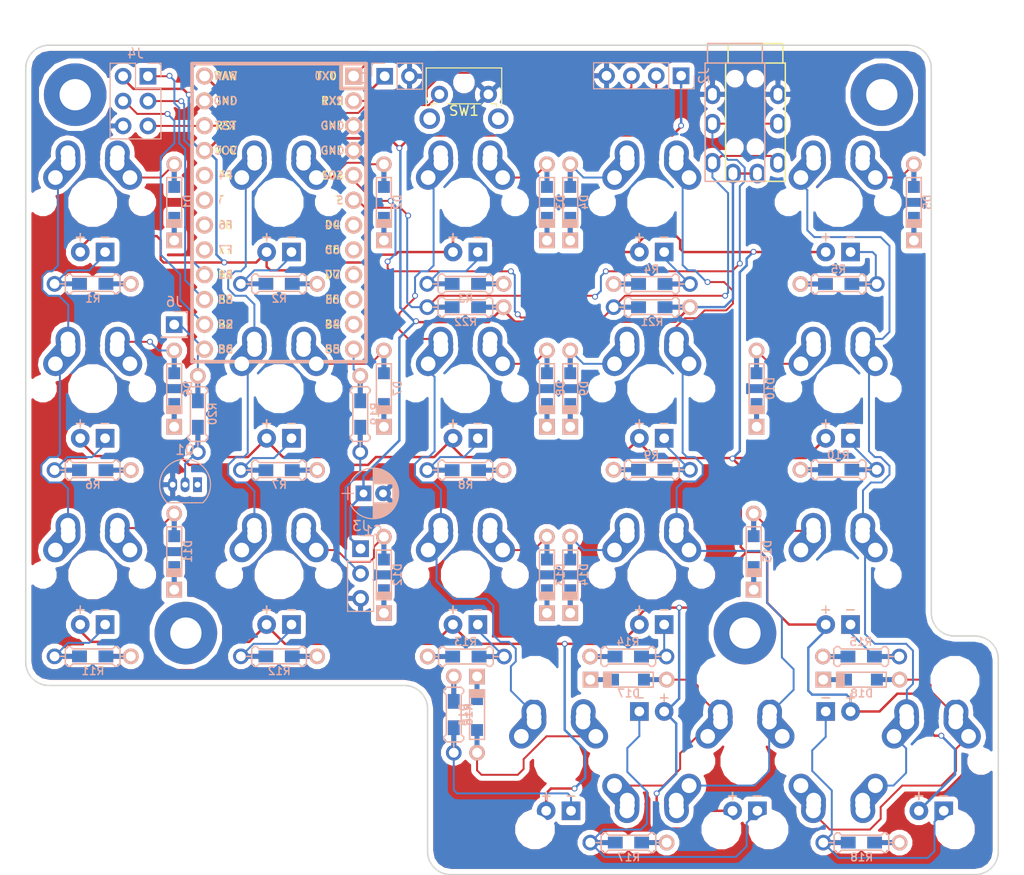
<source format=kicad_pcb>
(kicad_pcb (version 4) (host pcbnew 4.0.7)
  (title_block (title split_steno) (date 2018-03-12) (rev 1.2) (company jtallbean))
  (layers (0 F.Cu signal) (31 B.Cu signal) (34 B.Paste user) (35 F.Paste user) (36 B.SilkS user) (37 F.SilkS user) (38 B.Mask user) (39 F.Mask user) (44 Edge.Cuts user))
  (net 0 "")
  (net 1 VCC)
  (net 2 GND)
  (net 3 "Net-(D1-Pad2)")
  (net 4 /r1)
  (net 5 "Net-(D2-Pad2)")
  (net 6 "Net-(D3-Pad2)")
  (net 7 "Net-(D4-Pad2)")
  (net 8 "Net-(D5-Pad2)")
  (net 9 "Net-(D6-Pad2)")
  (net 10 /r2)
  (net 11 "Net-(D7-Pad2)")
  (net 12 "Net-(D8-Pad2)")
  (net 13 "Net-(D9-Pad2)")
  (net 14 "Net-(D10-Pad2)")
  (net 15 "Net-(D11-Pad2)")
  (net 16 /r3)
  (net 17 "Net-(D12-Pad2)")
  (net 18 "Net-(D13-Pad2)")
  (net 19 "Net-(D14-Pad2)")
  (net 20 "Net-(D15-Pad2)")
  (net 21 "Net-(D16-Pad2)")
  (net 22 /r4)
  (net 23 "Net-(D17-Pad2)")
  (net 24 "Net-(D18-Pad2)")
  (net 25 /d1)
  (net 26 /d2)
  (net 27 /rx)
  (net 28 /tx)
  (net 29 "Net-(J3-Pad2)")
  (net 30 /miso)
  (net 31 /sclk)
  (net 32 /mosi)
  (net 33 /rst)
  (net 34 +6V)
  (net 35 /d4)
  (net 36 /c1)
  (net 37 "Net-(MX1-Pad4)")
  (net 38 /c2)
  (net 39 "Net-(MX2-Pad4)")
  (net 40 /c3)
  (net 41 "Net-(MX3-Pad4)")
  (net 42 /c4)
  (net 43 "Net-(MX4-Pad4)")
  (net 44 /c5)
  (net 45 "Net-(MX5-Pad4)")
  (net 46 "Net-(MX6-Pad4)")
  (net 47 "Net-(MX7-Pad4)")
  (net 48 "Net-(MX8-Pad4)")
  (net 49 "Net-(MX9-Pad4)")
  (net 50 "Net-(MX10-Pad4)")
  (net 51 "Net-(MX11-Pad4)")
  (net 52 "Net-(MX12-Pad4)")
  (net 53 "Net-(MX13-Pad4)")
  (net 54 "Net-(MX14-Pad4)")
  (net 55 "Net-(MX15-Pad4)")
  (net 56 "Net-(MX16-Pad4)")
  (net 57 "Net-(MX17-Pad4)")
  (net 58 "Net-(MX19-Pad4)")
  (net 59 "Net-(Q1-Pad2)")
  (net 60 "Net-(Q1-Pad1)")
  (net 61 /d3)
  (module airi_logo:airi_icon-7.6 (layer B.Cu) (at 96.143379 158.949116 180)
    (fp_text reference G*** hide)
    (fp_text value LOGO hide)
  )
  (module Capacitors_THT:CP_Radial_D5.0mm_P2.00mm (layer B.Cu) (at 84.832393 125.016158)
    (fp_text reference C1 (at 1 3.81) (layer B.SilkS) (effects (justify mirror)))
    (fp_text value 100)
    (pad 1 thru_hole rect (at 0 0) (size 1.6 1.6) (drill 0.8) (layers *.Cu *.Mask) (net 1 VCC))
    (pad 2 thru_hole circle (at 2 0) (size 1.6 1.6) (drill 0.8) (layers *.Cu *.Mask) (net 2 GND))
  )
  (module Keebio-Parts:Diode-dual (layer B.Cu) (at 65.484375 95.25 270)
    (fp_text reference D1 (at -0.0254 -1.4 270) (layer B.SilkS) (effects (font (size 0.8 0.8)) (justify mirror)))
    (fp_text value D hide)
    (pad 2 smd rect (at -2.7 0 270) (size 2.5 0.5) (layers F.Cu) (net 3 "Net-(D1-Pad2)"))
    (pad 2 smd rect (at -1.575 0 270) (size 1.2 1.2) (layers F.Cu F.Paste F.Mask) (net 3 "Net-(D1-Pad2)"))
    (pad 1 smd rect (at 1.575 0 270) (size 1.2 1.2) (layers F.Cu F.Paste F.Mask) (net 4 /r1))
    (pad 1 smd rect (at 2.7 0 270) (size 2.5 0.5) (layers F.Cu) (net 4 /r1))
    (pad 1 smd rect (at 1.575 0 270) (size 1.2 1.2) (layers B.Cu B.Paste B.Mask) (net 4 /r1))
    (pad 2 smd rect (at -1.575 0 270) (size 1.2 1.2) (layers B.Cu B.Paste B.Mask) (net 3 "Net-(D1-Pad2)"))
    (pad 2 thru_hole circle (at -3.9 0 270) (size 1.6 1.6) (drill 1) (layers *.Cu *.Mask B.SilkS) (net 3 "Net-(D1-Pad2)"))
    (pad 1 thru_hole rect (at 3.9 0 270) (size 1.6 1.6) (drill 1) (layers *.Cu *.Mask B.SilkS) (net 4 /r1))
    (pad 2 smd rect (at -2.7 0 270) (size 2.5 0.5) (layers B.Cu) (net 3 "Net-(D1-Pad2)"))
    (pad 1 smd rect (at 2.7 0 270) (size 2.5 0.5) (layers B.Cu) (net 4 /r1))
  )
  (module Keebio-Parts:Diode-dual (layer B.Cu) (at 86.915625 95.25 270)
    (fp_text reference D2 (at -0.0254 -1.4 270) (layer B.SilkS) (effects (font (size 0.8 0.8)) (justify mirror)))
    (fp_text value D hide)
    (pad 2 smd rect (at -2.7 0 270) (size 2.5 0.5) (layers F.Cu) (net 5 "Net-(D2-Pad2)"))
    (pad 2 smd rect (at -1.575 0 270) (size 1.2 1.2) (layers F.Cu F.Paste F.Mask) (net 5 "Net-(D2-Pad2)"))
    (pad 1 smd rect (at 1.575 0 270) (size 1.2 1.2) (layers F.Cu F.Paste F.Mask) (net 4 /r1))
    (pad 1 smd rect (at 2.7 0 270) (size 2.5 0.5) (layers F.Cu) (net 4 /r1))
    (pad 1 smd rect (at 1.575 0 270) (size 1.2 1.2) (layers B.Cu B.Paste B.Mask) (net 4 /r1))
    (pad 2 smd rect (at -1.575 0 270) (size 1.2 1.2) (layers B.Cu B.Paste B.Mask) (net 5 "Net-(D2-Pad2)"))
    (pad 2 thru_hole circle (at -3.9 0 270) (size 1.6 1.6) (drill 1) (layers *.Cu *.Mask B.SilkS) (net 5 "Net-(D2-Pad2)"))
    (pad 1 thru_hole rect (at 3.9 0 270) (size 1.6 1.6) (drill 1) (layers *.Cu *.Mask B.SilkS) (net 4 /r1))
    (pad 2 smd rect (at -2.7 0 270) (size 2.5 0.5) (layers B.Cu) (net 5 "Net-(D2-Pad2)"))
    (pad 1 smd rect (at 2.7 0 270) (size 2.5 0.5) (layers B.Cu) (net 4 /r1))
  )
  (module Keebio-Parts:Diode-dual (layer B.Cu) (at 103.584375 95.25 270)
    (fp_text reference D3 (at -0.0254 -1.4 270) (layer B.SilkS) (effects (font (size 0.8 0.8)) (justify mirror)))
    (fp_text value D hide)
    (pad 2 smd rect (at -2.7 0 270) (size 2.5 0.5) (layers F.Cu) (net 6 "Net-(D3-Pad2)"))
    (pad 2 smd rect (at -1.575 0 270) (size 1.2 1.2) (layers F.Cu F.Paste F.Mask) (net 6 "Net-(D3-Pad2)"))
    (pad 1 smd rect (at 1.575 0 270) (size 1.2 1.2) (layers F.Cu F.Paste F.Mask) (net 4 /r1))
    (pad 1 smd rect (at 2.7 0 270) (size 2.5 0.5) (layers F.Cu) (net 4 /r1))
    (pad 1 smd rect (at 1.575 0 270) (size 1.2 1.2) (layers B.Cu B.Paste B.Mask) (net 4 /r1))
    (pad 2 smd rect (at -1.575 0 270) (size 1.2 1.2) (layers B.Cu B.Paste B.Mask) (net 6 "Net-(D3-Pad2)"))
    (pad 2 thru_hole circle (at -3.9 0 270) (size 1.6 1.6) (drill 1) (layers *.Cu *.Mask B.SilkS) (net 6 "Net-(D3-Pad2)"))
    (pad 1 thru_hole rect (at 3.9 0 270) (size 1.6 1.6) (drill 1) (layers *.Cu *.Mask B.SilkS) (net 4 /r1))
    (pad 2 smd rect (at -2.7 0 270) (size 2.5 0.5) (layers B.Cu) (net 6 "Net-(D3-Pad2)"))
    (pad 1 smd rect (at 2.7 0 270) (size 2.5 0.5) (layers B.Cu) (net 4 /r1))
  )
  (module Keebio-Parts:Diode-dual (layer B.Cu) (at 105.965625 95.25 270)
    (fp_text reference D4 (at -0.0254 -1.4 270) (layer B.SilkS) (effects (font (size 0.8 0.8)) (justify mirror)))
    (fp_text value D hide)
    (pad 2 smd rect (at -2.7 0 270) (size 2.5 0.5) (layers F.Cu) (net 7 "Net-(D4-Pad2)"))
    (pad 2 smd rect (at -1.575 0 270) (size 1.2 1.2) (layers F.Cu F.Paste F.Mask) (net 7 "Net-(D4-Pad2)"))
    (pad 1 smd rect (at 1.575 0 270) (size 1.2 1.2) (layers F.Cu F.Paste F.Mask) (net 4 /r1))
    (pad 1 smd rect (at 2.7 0 270) (size 2.5 0.5) (layers F.Cu) (net 4 /r1))
    (pad 1 smd rect (at 1.575 0 270) (size 1.2 1.2) (layers B.Cu B.Paste B.Mask) (net 4 /r1))
    (pad 2 smd rect (at -1.575 0 270) (size 1.2 1.2) (layers B.Cu B.Paste B.Mask) (net 7 "Net-(D4-Pad2)"))
    (pad 2 thru_hole circle (at -3.9 0 270) (size 1.6 1.6) (drill 1) (layers *.Cu *.Mask B.SilkS) (net 7 "Net-(D4-Pad2)"))
    (pad 1 thru_hole rect (at 3.9 0 270) (size 1.6 1.6) (drill 1) (layers *.Cu *.Mask B.SilkS) (net 4 /r1))
    (pad 2 smd rect (at -2.7 0 270) (size 2.5 0.5) (layers B.Cu) (net 7 "Net-(D4-Pad2)"))
    (pad 1 smd rect (at 2.7 0 270) (size 2.5 0.5) (layers B.Cu) (net 4 /r1))
  )
  (module Keebio-Parts:Diode-dual (layer B.Cu) (at 141.089664 95.250406 270)
    (fp_text reference D5 (at -0.0254 -1.4 270) (layer B.SilkS) (effects (font (size 0.8 0.8)) (justify mirror)))
    (fp_text value D hide)
    (pad 2 smd rect (at -2.7 0 270) (size 2.5 0.5) (layers F.Cu) (net 8 "Net-(D5-Pad2)"))
    (pad 2 smd rect (at -1.575 0 270) (size 1.2 1.2) (layers F.Cu F.Paste F.Mask) (net 8 "Net-(D5-Pad2)"))
    (pad 1 smd rect (at 1.575 0 270) (size 1.2 1.2) (layers F.Cu F.Paste F.Mask) (net 4 /r1))
    (pad 1 smd rect (at 2.7 0 270) (size 2.5 0.5) (layers F.Cu) (net 4 /r1))
    (pad 1 smd rect (at 1.575 0 270) (size 1.2 1.2) (layers B.Cu B.Paste B.Mask) (net 4 /r1))
    (pad 2 smd rect (at -1.575 0 270) (size 1.2 1.2) (layers B.Cu B.Paste B.Mask) (net 8 "Net-(D5-Pad2)"))
    (pad 2 thru_hole circle (at -3.9 0 270) (size 1.6 1.6) (drill 1) (layers *.Cu *.Mask B.SilkS) (net 8 "Net-(D5-Pad2)"))
    (pad 1 thru_hole rect (at 3.9 0 270) (size 1.6 1.6) (drill 1) (layers *.Cu *.Mask B.SilkS) (net 4 /r1))
    (pad 2 smd rect (at -2.7 0 270) (size 2.5 0.5) (layers B.Cu) (net 8 "Net-(D5-Pad2)"))
    (pad 1 smd rect (at 2.7 0 270) (size 2.5 0.5) (layers B.Cu) (net 4 /r1))
  )
  (module Keebio-Parts:Diode-dual (layer B.Cu) (at 65.484375 114.3 270)
    (fp_text reference D6 (at -0.0254 -1.4 270) (layer B.SilkS) (effects (font (size 0.8 0.8)) (justify mirror)))
    (fp_text value D hide)
    (pad 2 smd rect (at -2.7 0 270) (size 2.5 0.5) (layers F.Cu) (net 9 "Net-(D6-Pad2)"))
    (pad 2 smd rect (at -1.575 0 270) (size 1.2 1.2) (layers F.Cu F.Paste F.Mask) (net 9 "Net-(D6-Pad2)"))
    (pad 1 smd rect (at 1.575 0 270) (size 1.2 1.2) (layers F.Cu F.Paste F.Mask) (net 10 /r2))
    (pad 1 smd rect (at 2.7 0 270) (size 2.5 0.5) (layers F.Cu) (net 10 /r2))
    (pad 1 smd rect (at 1.575 0 270) (size 1.2 1.2) (layers B.Cu B.Paste B.Mask) (net 10 /r2))
    (pad 2 smd rect (at -1.575 0 270) (size 1.2 1.2) (layers B.Cu B.Paste B.Mask) (net 9 "Net-(D6-Pad2)"))
    (pad 2 thru_hole circle (at -3.9 0 270) (size 1.6 1.6) (drill 1) (layers *.Cu *.Mask B.SilkS) (net 9 "Net-(D6-Pad2)"))
    (pad 1 thru_hole rect (at 3.9 0 270) (size 1.6 1.6) (drill 1) (layers *.Cu *.Mask B.SilkS) (net 10 /r2))
    (pad 2 smd rect (at -2.7 0 270) (size 2.5 0.5) (layers B.Cu) (net 9 "Net-(D6-Pad2)"))
    (pad 1 smd rect (at 2.7 0 270) (size 2.5 0.5) (layers B.Cu) (net 10 /r2))
  )
  (module Keebio-Parts:Diode-dual (layer B.Cu) (at 86.915625 114.3 270)
    (fp_text reference D7 (at -0.0254 -1.4 270) (layer B.SilkS) (effects (font (size 0.8 0.8)) (justify mirror)))
    (fp_text value D hide)
    (pad 2 smd rect (at -2.7 0 270) (size 2.5 0.5) (layers F.Cu) (net 11 "Net-(D7-Pad2)"))
    (pad 2 smd rect (at -1.575 0 270) (size 1.2 1.2) (layers F.Cu F.Paste F.Mask) (net 11 "Net-(D7-Pad2)"))
    (pad 1 smd rect (at 1.575 0 270) (size 1.2 1.2) (layers F.Cu F.Paste F.Mask) (net 10 /r2))
    (pad 1 smd rect (at 2.7 0 270) (size 2.5 0.5) (layers F.Cu) (net 10 /r2))
    (pad 1 smd rect (at 1.575 0 270) (size 1.2 1.2) (layers B.Cu B.Paste B.Mask) (net 10 /r2))
    (pad 2 smd rect (at -1.575 0 270) (size 1.2 1.2) (layers B.Cu B.Paste B.Mask) (net 11 "Net-(D7-Pad2)"))
    (pad 2 thru_hole circle (at -3.9 0 270) (size 1.6 1.6) (drill 1) (layers *.Cu *.Mask B.SilkS) (net 11 "Net-(D7-Pad2)"))
    (pad 1 thru_hole rect (at 3.9 0 270) (size 1.6 1.6) (drill 1) (layers *.Cu *.Mask B.SilkS) (net 10 /r2))
    (pad 2 smd rect (at -2.7 0 270) (size 2.5 0.5) (layers B.Cu) (net 11 "Net-(D7-Pad2)"))
    (pad 1 smd rect (at 2.7 0 270) (size 2.5 0.5) (layers B.Cu) (net 10 /r2))
  )
  (module Keebio-Parts:Diode-dual (layer B.Cu) (at 103.584375 114.3 270)
    (fp_text reference D8 (at -0.0254 -1.4 270) (layer B.SilkS) (effects (font (size 0.8 0.8)) (justify mirror)))
    (fp_text value D hide)
    (pad 2 smd rect (at -2.7 0 270) (size 2.5 0.5) (layers F.Cu) (net 12 "Net-(D8-Pad2)"))
    (pad 2 smd rect (at -1.575 0 270) (size 1.2 1.2) (layers F.Cu F.Paste F.Mask) (net 12 "Net-(D8-Pad2)"))
    (pad 1 smd rect (at 1.575 0 270) (size 1.2 1.2) (layers F.Cu F.Paste F.Mask) (net 10 /r2))
    (pad 1 smd rect (at 2.7 0 270) (size 2.5 0.5) (layers F.Cu) (net 10 /r2))
    (pad 1 smd rect (at 1.575 0 270) (size 1.2 1.2) (layers B.Cu B.Paste B.Mask) (net 10 /r2))
    (pad 2 smd rect (at -1.575 0 270) (size 1.2 1.2) (layers B.Cu B.Paste B.Mask) (net 12 "Net-(D8-Pad2)"))
    (pad 2 thru_hole circle (at -3.9 0 270) (size 1.6 1.6) (drill 1) (layers *.Cu *.Mask B.SilkS) (net 12 "Net-(D8-Pad2)"))
    (pad 1 thru_hole rect (at 3.9 0 270) (size 1.6 1.6) (drill 1) (layers *.Cu *.Mask B.SilkS) (net 10 /r2))
    (pad 2 smd rect (at -2.7 0 270) (size 2.5 0.5) (layers B.Cu) (net 12 "Net-(D8-Pad2)"))
    (pad 1 smd rect (at 2.7 0 270) (size 2.5 0.5) (layers B.Cu) (net 10 /r2))
  )
  (module Keebio-Parts:Diode-dual (layer B.Cu) (at 105.965625 114.3 270)
    (fp_text reference D9 (at -0.0254 -1.4 270) (layer B.SilkS) (effects (font (size 0.8 0.8)) (justify mirror)))
    (fp_text value D hide)
    (pad 2 smd rect (at -2.7 0 270) (size 2.5 0.5) (layers F.Cu) (net 13 "Net-(D9-Pad2)"))
    (pad 2 smd rect (at -1.575 0 270) (size 1.2 1.2) (layers F.Cu F.Paste F.Mask) (net 13 "Net-(D9-Pad2)"))
    (pad 1 smd rect (at 1.575 0 270) (size 1.2 1.2) (layers F.Cu F.Paste F.Mask) (net 10 /r2))
    (pad 1 smd rect (at 2.7 0 270) (size 2.5 0.5) (layers F.Cu) (net 10 /r2))
    (pad 1 smd rect (at 1.575 0 270) (size 1.2 1.2) (layers B.Cu B.Paste B.Mask) (net 10 /r2))
    (pad 2 smd rect (at -1.575 0 270) (size 1.2 1.2) (layers B.Cu B.Paste B.Mask) (net 13 "Net-(D9-Pad2)"))
    (pad 2 thru_hole circle (at -3.9 0 270) (size 1.6 1.6) (drill 1) (layers *.Cu *.Mask B.SilkS) (net 13 "Net-(D9-Pad2)"))
    (pad 1 thru_hole rect (at 3.9 0 270) (size 1.6 1.6) (drill 1) (layers *.Cu *.Mask B.SilkS) (net 10 /r2))
    (pad 2 smd rect (at -2.7 0 270) (size 2.5 0.5) (layers B.Cu) (net 13 "Net-(D9-Pad2)"))
    (pad 1 smd rect (at 2.7 0 270) (size 2.5 0.5) (layers B.Cu) (net 10 /r2))
  )
  (module Keebio-Parts:Diode-dual (layer B.Cu) (at 125.016158 114.300488 270)
    (fp_text reference D10 (at -0.0254 -1.4 270) (layer B.SilkS) (effects (font (size 0.8 0.8)) (justify mirror)))
    (fp_text value D hide)
    (pad 2 smd rect (at -2.7 0 270) (size 2.5 0.5) (layers F.Cu) (net 14 "Net-(D10-Pad2)"))
    (pad 2 smd rect (at -1.575 0 270) (size 1.2 1.2) (layers F.Cu F.Paste F.Mask) (net 14 "Net-(D10-Pad2)"))
    (pad 1 smd rect (at 1.575 0 270) (size 1.2 1.2) (layers F.Cu F.Paste F.Mask) (net 10 /r2))
    (pad 1 smd rect (at 2.7 0 270) (size 2.5 0.5) (layers F.Cu) (net 10 /r2))
    (pad 1 smd rect (at 1.575 0 270) (size 1.2 1.2) (layers B.Cu B.Paste B.Mask) (net 10 /r2))
    (pad 2 smd rect (at -1.575 0 270) (size 1.2 1.2) (layers B.Cu B.Paste B.Mask) (net 14 "Net-(D10-Pad2)"))
    (pad 2 thru_hole circle (at -3.9 0 270) (size 1.6 1.6) (drill 1) (layers *.Cu *.Mask B.SilkS) (net 14 "Net-(D10-Pad2)"))
    (pad 1 thru_hole rect (at 3.9 0 270) (size 1.6 1.6) (drill 1) (layers *.Cu *.Mask B.SilkS) (net 10 /r2))
    (pad 2 smd rect (at -2.7 0 270) (size 2.5 0.5) (layers B.Cu) (net 14 "Net-(D10-Pad2)"))
    (pad 1 smd rect (at 2.7 0 270) (size 2.5 0.5) (layers B.Cu) (net 10 /r2))
  )
  (module Keebio-Parts:Diode-dual (layer B.Cu) (at 65.484654 130.969309 270)
    (fp_text reference D11 (at -0.0254 -1.4 270) (layer B.SilkS) (effects (font (size 0.8 0.8)) (justify mirror)))
    (fp_text value D hide)
    (pad 2 smd rect (at -2.7 0 270) (size 2.5 0.5) (layers F.Cu) (net 15 "Net-(D11-Pad2)"))
    (pad 2 smd rect (at -1.575 0 270) (size 1.2 1.2) (layers F.Cu F.Paste F.Mask) (net 15 "Net-(D11-Pad2)"))
    (pad 1 smd rect (at 1.575 0 270) (size 1.2 1.2) (layers F.Cu F.Paste F.Mask) (net 16 /r3))
    (pad 1 smd rect (at 2.7 0 270) (size 2.5 0.5) (layers F.Cu) (net 16 /r3))
    (pad 1 smd rect (at 1.575 0 270) (size 1.2 1.2) (layers B.Cu B.Paste B.Mask) (net 16 /r3))
    (pad 2 smd rect (at -1.575 0 270) (size 1.2 1.2) (layers B.Cu B.Paste B.Mask) (net 15 "Net-(D11-Pad2)"))
    (pad 2 thru_hole circle (at -3.9 0 270) (size 1.6 1.6) (drill 1) (layers *.Cu *.Mask B.SilkS) (net 15 "Net-(D11-Pad2)"))
    (pad 1 thru_hole rect (at 3.9 0 270) (size 1.6 1.6) (drill 1) (layers *.Cu *.Mask B.SilkS) (net 16 /r3))
    (pad 2 smd rect (at -2.7 0 270) (size 2.5 0.5) (layers B.Cu) (net 15 "Net-(D11-Pad2)"))
    (pad 1 smd rect (at 2.7 0 270) (size 2.5 0.5) (layers B.Cu) (net 16 /r3))
  )
  (module Keebio-Parts:Diode-dual (layer B.Cu) (at 86.915625 133.35 270)
    (fp_text reference D12 (at -0.0254 -1.4 270) (layer B.SilkS) (effects (font (size 0.8 0.8)) (justify mirror)))
    (fp_text value D hide)
    (pad 2 smd rect (at -2.7 0 270) (size 2.5 0.5) (layers F.Cu) (net 17 "Net-(D12-Pad2)"))
    (pad 2 smd rect (at -1.575 0 270) (size 1.2 1.2) (layers F.Cu F.Paste F.Mask) (net 17 "Net-(D12-Pad2)"))
    (pad 1 smd rect (at 1.575 0 270) (size 1.2 1.2) (layers F.Cu F.Paste F.Mask) (net 16 /r3))
    (pad 1 smd rect (at 2.7 0 270) (size 2.5 0.5) (layers F.Cu) (net 16 /r3))
    (pad 1 smd rect (at 1.575 0 270) (size 1.2 1.2) (layers B.Cu B.Paste B.Mask) (net 16 /r3))
    (pad 2 smd rect (at -1.575 0 270) (size 1.2 1.2) (layers B.Cu B.Paste B.Mask) (net 17 "Net-(D12-Pad2)"))
    (pad 2 thru_hole circle (at -3.9 0 270) (size 1.6 1.6) (drill 1) (layers *.Cu *.Mask B.SilkS) (net 17 "Net-(D12-Pad2)"))
    (pad 1 thru_hole rect (at 3.9 0 270) (size 1.6 1.6) (drill 1) (layers *.Cu *.Mask B.SilkS) (net 16 /r3))
    (pad 2 smd rect (at -2.7 0 270) (size 2.5 0.5) (layers B.Cu) (net 17 "Net-(D12-Pad2)"))
    (pad 1 smd rect (at 2.7 0 270) (size 2.5 0.5) (layers B.Cu) (net 16 /r3))
  )
  (module Keebio-Parts:Diode-dual (layer B.Cu) (at 103.584375 133.35 270)
    (fp_text reference D13 (at -0.0254 -1.4 270) (layer B.SilkS) (effects (font (size 0.8 0.8)) (justify mirror)))
    (fp_text value D hide)
    (pad 2 smd rect (at -2.7 0 270) (size 2.5 0.5) (layers F.Cu) (net 18 "Net-(D13-Pad2)"))
    (pad 2 smd rect (at -1.575 0 270) (size 1.2 1.2) (layers F.Cu F.Paste F.Mask) (net 18 "Net-(D13-Pad2)"))
    (pad 1 smd rect (at 1.575 0 270) (size 1.2 1.2) (layers F.Cu F.Paste F.Mask) (net 16 /r3))
    (pad 1 smd rect (at 2.7 0 270) (size 2.5 0.5) (layers F.Cu) (net 16 /r3))
    (pad 1 smd rect (at 1.575 0 270) (size 1.2 1.2) (layers B.Cu B.Paste B.Mask) (net 16 /r3))
    (pad 2 smd rect (at -1.575 0 270) (size 1.2 1.2) (layers B.Cu B.Paste B.Mask) (net 18 "Net-(D13-Pad2)"))
    (pad 2 thru_hole circle (at -3.9 0 270) (size 1.6 1.6) (drill 1) (layers *.Cu *.Mask B.SilkS) (net 18 "Net-(D13-Pad2)"))
    (pad 1 thru_hole rect (at 3.9 0 270) (size 1.6 1.6) (drill 1) (layers *.Cu *.Mask B.SilkS) (net 16 /r3))
    (pad 2 smd rect (at -2.7 0 270) (size 2.5 0.5) (layers B.Cu) (net 18 "Net-(D13-Pad2)"))
    (pad 1 smd rect (at 2.7 0 270) (size 2.5 0.5) (layers B.Cu) (net 16 /r3))
  )
  (module Keebio-Parts:Diode-dual (layer B.Cu) (at 105.965625 133.35 270)
    (fp_text reference D14 (at -0.0254 -1.4 270) (layer B.SilkS) (effects (font (size 0.8 0.8)) (justify mirror)))
    (fp_text value D hide)
    (pad 2 smd rect (at -2.7 0 270) (size 2.5 0.5) (layers F.Cu) (net 19 "Net-(D14-Pad2)"))
    (pad 2 smd rect (at -1.575 0 270) (size 1.2 1.2) (layers F.Cu F.Paste F.Mask) (net 19 "Net-(D14-Pad2)"))
    (pad 1 smd rect (at 1.575 0 270) (size 1.2 1.2) (layers F.Cu F.Paste F.Mask) (net 16 /r3))
    (pad 1 smd rect (at 2.7 0 270) (size 2.5 0.5) (layers F.Cu) (net 16 /r3))
    (pad 1 smd rect (at 1.575 0 270) (size 1.2 1.2) (layers B.Cu B.Paste B.Mask) (net 16 /r3))
    (pad 2 smd rect (at -1.575 0 270) (size 1.2 1.2) (layers B.Cu B.Paste B.Mask) (net 19 "Net-(D14-Pad2)"))
    (pad 2 thru_hole circle (at -3.9 0 270) (size 1.6 1.6) (drill 1) (layers *.Cu *.Mask B.SilkS) (net 19 "Net-(D14-Pad2)"))
    (pad 1 thru_hole rect (at 3.9 0 270) (size 1.6 1.6) (drill 1) (layers *.Cu *.Mask B.SilkS) (net 16 /r3))
    (pad 2 smd rect (at -2.7 0 270) (size 2.5 0.5) (layers B.Cu) (net 19 "Net-(D14-Pad2)"))
    (pad 1 smd rect (at 2.7 0 270) (size 2.5 0.5) (layers B.Cu) (net 16 /r3))
  )
  (module Keebio-Parts:Diode-dual (layer B.Cu) (at 124.718501 130.969309 270)
    (fp_text reference D15 (at -0.0254 -1.4 270) (layer B.SilkS) (effects (font (size 0.8 0.8)) (justify mirror)))
    (fp_text value D hide)
    (pad 2 smd rect (at -2.7 0 270) (size 2.5 0.5) (layers F.Cu) (net 20 "Net-(D15-Pad2)"))
    (pad 2 smd rect (at -1.575 0 270) (size 1.2 1.2) (layers F.Cu F.Paste F.Mask) (net 20 "Net-(D15-Pad2)"))
    (pad 1 smd rect (at 1.575 0 270) (size 1.2 1.2) (layers F.Cu F.Paste F.Mask) (net 16 /r3))
    (pad 1 smd rect (at 2.7 0 270) (size 2.5 0.5) (layers F.Cu) (net 16 /r3))
    (pad 1 smd rect (at 1.575 0 270) (size 1.2 1.2) (layers B.Cu B.Paste B.Mask) (net 16 /r3))
    (pad 2 smd rect (at -1.575 0 270) (size 1.2 1.2) (layers B.Cu B.Paste B.Mask) (net 20 "Net-(D15-Pad2)"))
    (pad 2 thru_hole circle (at -3.9 0 270) (size 1.6 1.6) (drill 1) (layers *.Cu *.Mask B.SilkS) (net 20 "Net-(D15-Pad2)"))
    (pad 1 thru_hole rect (at 3.9 0 270) (size 1.6 1.6) (drill 1) (layers *.Cu *.Mask B.SilkS) (net 16 /r3))
    (pad 2 smd rect (at -2.7 0 270) (size 2.5 0.5) (layers B.Cu) (net 20 "Net-(D15-Pad2)"))
    (pad 1 smd rect (at 2.7 0 270) (size 2.5 0.5) (layers B.Cu) (net 16 /r3))
  )
  (module Keebio-Parts:Diode-dual (layer B.Cu) (at 96.440625 147.6375 90)
    (fp_text reference D16 (at -0.0254 -1.4 90) (layer B.SilkS) (effects (font (size 0.8 0.8)) (justify mirror)))
    (fp_text value D hide)
    (pad 2 smd rect (at -2.7 0 90) (size 2.5 0.5) (layers F.Cu) (net 21 "Net-(D16-Pad2)"))
    (pad 2 smd rect (at -1.575 0 90) (size 1.2 1.2) (layers F.Cu F.Paste F.Mask) (net 21 "Net-(D16-Pad2)"))
    (pad 1 smd rect (at 1.575 0 90) (size 1.2 1.2) (layers F.Cu F.Paste F.Mask) (net 22 /r4))
    (pad 1 smd rect (at 2.7 0 90) (size 2.5 0.5) (layers F.Cu) (net 22 /r4))
    (pad 1 smd rect (at 1.575 0 90) (size 1.2 1.2) (layers B.Cu B.Paste B.Mask) (net 22 /r4))
    (pad 2 smd rect (at -1.575 0 90) (size 1.2 1.2) (layers B.Cu B.Paste B.Mask) (net 21 "Net-(D16-Pad2)"))
    (pad 2 thru_hole circle (at -3.9 0 90) (size 1.6 1.6) (drill 1) (layers *.Cu *.Mask B.SilkS) (net 21 "Net-(D16-Pad2)"))
    (pad 1 thru_hole rect (at 3.9 0 90) (size 1.6 1.6) (drill 1) (layers *.Cu *.Mask B.SilkS) (net 22 /r4))
    (pad 2 smd rect (at -2.7 0 90) (size 2.5 0.5) (layers B.Cu) (net 21 "Net-(D16-Pad2)"))
    (pad 1 smd rect (at 2.7 0 90) (size 2.5 0.5) (layers B.Cu) (net 22 /r4))
  )
  (module Keebio-Parts:Diode-dual (layer B.Cu) (at 111.91875 144.065625 180)
    (fp_text reference D17 (at -0.0254 -1.4 180) (layer B.SilkS) (effects (font (size 0.8 0.8)) (justify mirror)))
    (fp_text value D hide)
    (pad 2 smd rect (at -2.7 0 180) (size 2.5 0.5) (layers F.Cu) (net 23 "Net-(D17-Pad2)"))
    (pad 2 smd rect (at -1.575 0 180) (size 1.2 1.2) (layers F.Cu F.Paste F.Mask) (net 23 "Net-(D17-Pad2)"))
    (pad 1 smd rect (at 1.575 0 180) (size 1.2 1.2) (layers F.Cu F.Paste F.Mask) (net 22 /r4))
    (pad 1 smd rect (at 2.7 0 180) (size 2.5 0.5) (layers F.Cu) (net 22 /r4))
    (pad 1 smd rect (at 1.575 0 180) (size 1.2 1.2) (layers B.Cu B.Paste B.Mask) (net 22 /r4))
    (pad 2 smd rect (at -1.575 0 180) (size 1.2 1.2) (layers B.Cu B.Paste B.Mask) (net 23 "Net-(D17-Pad2)"))
    (pad 2 thru_hole circle (at -3.9 0 180) (size 1.6 1.6) (drill 1) (layers *.Cu *.Mask B.SilkS) (net 23 "Net-(D17-Pad2)"))
    (pad 1 thru_hole rect (at 3.9 0 180) (size 1.6 1.6) (drill 1) (layers *.Cu *.Mask B.SilkS) (net 22 /r4))
    (pad 2 smd rect (at -2.7 0 180) (size 2.5 0.5) (layers B.Cu) (net 23 "Net-(D17-Pad2)"))
    (pad 1 smd rect (at 2.7 0 180) (size 2.5 0.5) (layers B.Cu) (net 22 /r4))
  )
  (module Keebio-Parts:Diode-dual (layer B.Cu) (at 135.73125 144.065625 180)
    (fp_text reference D18 (at -0.0254 -1.4 180) (layer B.SilkS) (effects (font (size 0.8 0.8)) (justify mirror)))
    (fp_text value D hide)
    (pad 2 smd rect (at -2.7 0 180) (size 2.5 0.5) (layers F.Cu) (net 24 "Net-(D18-Pad2)"))
    (pad 2 smd rect (at -1.575 0 180) (size 1.2 1.2) (layers F.Cu F.Paste F.Mask) (net 24 "Net-(D18-Pad2)"))
    (pad 1 smd rect (at 1.575 0 180) (size 1.2 1.2) (layers F.Cu F.Paste F.Mask) (net 22 /r4))
    (pad 1 smd rect (at 2.7 0 180) (size 2.5 0.5) (layers F.Cu) (net 22 /r4))
    (pad 1 smd rect (at 1.575 0 180) (size 1.2 1.2) (layers B.Cu B.Paste B.Mask) (net 22 /r4))
    (pad 2 smd rect (at -1.575 0 180) (size 1.2 1.2) (layers B.Cu B.Paste B.Mask) (net 24 "Net-(D18-Pad2)"))
    (pad 2 thru_hole circle (at -3.9 0 180) (size 1.6 1.6) (drill 1) (layers *.Cu *.Mask B.SilkS) (net 24 "Net-(D18-Pad2)"))
    (pad 1 thru_hole rect (at 3.9 0 180) (size 1.6 1.6) (drill 1) (layers *.Cu *.Mask B.SilkS) (net 22 /r4))
    (pad 2 smd rect (at -2.7 0 180) (size 2.5 0.5) (layers B.Cu) (net 24 "Net-(D18-Pad2)"))
    (pad 1 smd rect (at 2.7 0 180) (size 2.5 0.5) (layers B.Cu) (net 22 /r4))
  )
  (module Keebio-Parts:TRRS-PJ-320A (layer B.Cu) (at 122.8 81 180)
    (fp_text reference J1)
    (fp_text value i2c)
    (pad 1 thru_hole oval (at -2.3 -11.3 180) (size 1.6 2) (drill oval 0.9 1.3) (layers *.Cu *.Mask) (net 1 VCC))
    (pad 2 thru_hole oval (at 2.3 -10.2 180) (size 1.6 2) (drill oval 0.9 1.3) (layers *.Cu *.Mask) (net 25 /d1))
    (pad 4 thru_hole oval (at 2.3 -3.2 180) (size 1.6 2) (drill oval 0.9 1.3) (layers *.Cu *.Mask) (net 2 GND))
    (pad "" np_thru_hole circle (at 0 -8.6 180) (size 0.8 0.8) (drill 0.8) (layers *.Cu *.Mask))
    (pad "" np_thru_hole circle (at 0 -1.6 180) (size 0.8 0.8) (drill 0.8) (layers *.Cu *.Mask))
    (pad 3 thru_hole oval (at 2.3 -6.2 180) (size 1.6 2) (drill oval 0.9 1.3) (layers *.Cu *.Mask) (net 26 /d2))
  )
  (module Pin_Headers:Pin_Header_Straight_1x04_Pitch2.54mm (layer B.Cu) (at 117.3 82.3 90)
    (fp_text reference J2 (at 0 2.33 90) (layer B.SilkS) (effects (justify mirror)))
    (fp_text value serial)
    (pad 1 thru_hole rect (at 0 0 90) (size 1.7 1.7) (drill 1) (layers *.Cu *.Mask) (net 1 VCC))
    (pad 2 thru_hole oval (at 0 -2.54 90) (size 1.7 1.7) (drill 1) (layers *.Cu *.Mask) (net 27 /rx))
    (pad 3 thru_hole oval (at 0 -5.08 90) (size 1.7 1.7) (drill 1) (layers *.Cu *.Mask) (net 28 /tx))
    (pad 4 thru_hole oval (at 0 -7.62 90) (size 1.7 1.7) (drill 1) (layers *.Cu *.Mask) (net 2 GND))
  )
  (module Pin_Headers:Pin_Header_Straight_1x03_Pitch2.54mm (layer B.Cu) (at 84.534736 130.671651 180)
    (fp_text reference J3 (at 0 2.33 180) (layer B.SilkS) (effects (justify mirror)))
    (fp_text value rgb)
    (pad 1 thru_hole rect (at 0 0 180) (size 1.7 1.7) (drill 1) (layers *.Cu *.Mask) (net 1 VCC))
    (pad 2 thru_hole oval (at 0 -2.54 180) (size 1.7 1.7) (drill 1) (layers *.Cu *.Mask) (net 29 "Net-(J3-Pad2)"))
    (pad 3 thru_hole oval (at 0 -5.08 180) (size 1.7 1.7) (drill 1) (layers *.Cu *.Mask) (net 2 GND))
  )
  (module Pin_Headers:Pin_Header_Straight_2x03_Pitch2.54mm (layer B.Cu) (at 62.8 82.35 180)
    (fp_text reference J4 (at 1.27 2.33 180) (layer B.SilkS) (effects (justify mirror)))
    (fp_text value icsp)
    (pad 1 thru_hole rect (at 0 0 180) (size 1.7 1.7) (drill 1) (layers *.Cu *.Mask) (net 30 /miso))
    (pad 2 thru_hole oval (at 2.54 0 180) (size 1.7 1.7) (drill 1) (layers *.Cu *.Mask) (net 1 VCC))
    (pad 3 thru_hole oval (at 0 -2.54 180) (size 1.7 1.7) (drill 1) (layers *.Cu *.Mask) (net 31 /sclk))
    (pad 4 thru_hole oval (at 2.54 -2.54 180) (size 1.7 1.7) (drill 1) (layers *.Cu *.Mask) (net 32 /mosi))
    (pad 5 thru_hole oval (at 0 -5.08 180) (size 1.7 1.7) (drill 1) (layers *.Cu *.Mask) (net 33 /rst))
    (pad 6 thru_hole oval (at 2.54 -5.08 180) (size 1.7 1.7) (drill 1) (layers *.Cu *.Mask) (net 2 GND))
  )
  (module Pin_Headers:Pin_Header_Straight_1x02_Pitch2.54mm (layer B.Cu) (at 87 82.35 270)
    (fp_text reference J5 (at 0 2.33 270) (layer B.SilkS) (effects (justify mirror)))
    (fp_text value raw)
    (pad 1 thru_hole rect (at 0 0 270) (size 1.7 1.7) (drill 1) (layers *.Cu *.Mask) (net 34 +6V))
    (pad 2 thru_hole oval (at 0 -2.54 270) (size 1.7 1.7) (drill 1) (layers *.Cu *.Mask) (net 2 GND))
  )
  (module Pin_Headers:Pin_Header_Straight_1x01_Pitch2.54mm (layer B.Cu) (at 65.484654 107.752022 180)
    (fp_text reference J6 (at 0 2.33 180) (layer B.SilkS) (effects (justify mirror)))
    (fp_text value extra)
    (pad 1 thru_hole rect (at 0 0 180) (size 1.7 1.7) (drill 1) (layers *.Cu *.Mask) (net 35 /d4))
  )
  (module Keebio-Parts:Hybrid_PCB_100H_Dual_hole-LED (layer F.Cu) (at 57.15 95.25)
    (fp_text reference MX1 hide)
    (fp_text value MX-1U hide)
    (fp_text user - (at 1.26 3.5) (layer B.SilkS) (effects (justify mirror)))
    (fp_text user + (at -1.27 3.5) (layer B.SilkS) (effects (justify mirror)))
    (fp_text user - (at 1.26 3.5) (layer F.SilkS))
    (fp_text user + (at -1.27 3.5) (layer F.SilkS))
    (pad 2 smd oval (at 2.52 -4.79 356.055) (size 2.5 3.081378) (layers F.Cu F.Paste F.Mask) (net 3 "Net-(D1-Pad2)"))
    (pad 2 thru_hole circle (at 2.5 -4.5 330.95) (size 2 2) (drill 1.5) (layers *.Cu *.Mask) (net 3 "Net-(D1-Pad2)"))
    (pad 2 thru_hole circle (at 2.54 -5.08 330.95) (size 2 2) (drill 1.5) (layers *.Cu *.Mask) (net 3 "Net-(D1-Pad2)"))
    (pad 1 thru_hole circle (at -2.5 -4 330.95) (size 2 2) (drill 1.5) (layers *.Cu *.Mask) (net 36 /c1))
    (pad HOLE np_thru_hole circle (at 0 0) (size 3.9878 3.9878) (drill 3.9878) (layers *.Cu))
    (pad HOLE np_thru_hole circle (at -5.08 0) (size 1.8 1.8) (drill 1.8) (layers *.Cu))
    (pad HOLE np_thru_hole circle (at 5.08 0) (size 1.8 1.8) (drill 1.8) (layers *.Cu))
    (pad 1 thru_hole circle (at -3.81 -2.54 330.95) (size 2 2) (drill 1.5) (layers *.Cu *.Mask) (net 36 /c1))
    (pad 2 smd oval (at 3.155 -3.27 221.9) (size 2.5 4.461556) (layers B.Cu B.Paste B.Mask) (net 3 "Net-(D1-Pad2)"))
    (pad 1 smd oval (at -3.155 -3.27 138.1) (size 2.5 4.461556) (layers B.Cu B.Paste B.Mask) (net 36 /c1))
    (pad 2 thru_hole circle (at 2.5 -4) (size 2 2) (drill 1.5) (layers *.Cu *.Mask) (net 3 "Net-(D1-Pad2)"))
    (pad 2 thru_hole circle (at 3.81 -2.54 330.95) (size 2 2) (drill 1.5) (layers *.Cu *.Mask) (net 3 "Net-(D1-Pad2)"))
    (pad 1 smd oval (at -2.52 -4.79 3.945) (size 2.5 3.081378) (layers B.Cu B.Paste B.Mask) (net 36 /c1))
    (pad 1 thru_hole circle (at -2.5 -4.5 330.95) (size 2 2) (drill 1.5) (layers *.Cu *.Mask) (net 36 /c1))
    (pad 1 thru_hole circle (at -2.54 -5.08 330.95) (size 2 2) (drill 1.5) (layers *.Cu *.Mask) (net 36 /c1))
    (pad 4 thru_hole rect (at 1.27 5.08) (size 1.905 1.905) (drill 0.9906) (layers *.Cu *.Mask) (net 37 "Net-(MX1-Pad4)"))
    (pad 3 thru_hole circle (at -1.27 5.08) (size 1.905 1.905) (drill 0.9906) (layers *.Cu *.Mask) (net 1 VCC))
    (pad 1 smd oval (at -3.155 -3.27 138.1) (size 2.5 4.461556) (layers F.Cu F.Paste F.Mask) (net 36 /c1))
    (pad 1 smd oval (at -2.52 -4.79 3.945) (size 2.5 3.081378) (layers F.Cu F.Paste F.Mask) (net 36 /c1))
    (pad 2 smd oval (at 3.155 -3.27 221.9) (size 2.5 4.461556) (layers F.Cu F.Paste F.Mask) (net 3 "Net-(D1-Pad2)"))
    (pad 2 smd oval (at 2.52 -4.79 356.055) (size 2.5 3.081378) (layers B.Cu B.Paste B.Mask) (net 3 "Net-(D1-Pad2)"))
  )
  (module Keebio-Parts:Hybrid_PCB_100H_Dual_hole-LED (layer F.Cu) (at 76.2 95.25)
    (fp_text reference MX2 hide)
    (fp_text value MX-1U hide)
    (fp_text user - (at 1.26 3.5) (layer B.SilkS) (effects (justify mirror)))
    (fp_text user + (at -1.27 3.5) (layer B.SilkS) (effects (justify mirror)))
    (fp_text user - (at 1.26 3.5) (layer F.SilkS))
    (fp_text user + (at -1.27 3.5) (layer F.SilkS))
    (pad 2 smd oval (at 2.52 -4.79 356.055) (size 2.5 3.081378) (layers F.Cu F.Paste F.Mask) (net 5 "Net-(D2-Pad2)"))
    (pad 2 thru_hole circle (at 2.5 -4.5 330.95) (size 2 2) (drill 1.5) (layers *.Cu *.Mask) (net 5 "Net-(D2-Pad2)"))
    (pad 2 thru_hole circle (at 2.54 -5.08 330.95) (size 2 2) (drill 1.5) (layers *.Cu *.Mask) (net 5 "Net-(D2-Pad2)"))
    (pad 1 thru_hole circle (at -2.5 -4 330.95) (size 2 2) (drill 1.5) (layers *.Cu *.Mask) (net 38 /c2))
    (pad HOLE np_thru_hole circle (at 0 0) (size 3.9878 3.9878) (drill 3.9878) (layers *.Cu))
    (pad HOLE np_thru_hole circle (at -5.08 0) (size 1.8 1.8) (drill 1.8) (layers *.Cu))
    (pad HOLE np_thru_hole circle (at 5.08 0) (size 1.8 1.8) (drill 1.8) (layers *.Cu))
    (pad 1 thru_hole circle (at -3.81 -2.54 330.95) (size 2 2) (drill 1.5) (layers *.Cu *.Mask) (net 38 /c2))
    (pad 2 smd oval (at 3.155 -3.27 221.9) (size 2.5 4.461556) (layers B.Cu B.Paste B.Mask) (net 5 "Net-(D2-Pad2)"))
    (pad 1 smd oval (at -3.155 -3.27 138.1) (size 2.5 4.461556) (layers B.Cu B.Paste B.Mask) (net 38 /c2))
    (pad 2 thru_hole circle (at 2.5 -4) (size 2 2) (drill 1.5) (layers *.Cu *.Mask) (net 5 "Net-(D2-Pad2)"))
    (pad 2 thru_hole circle (at 3.81 -2.54 330.95) (size 2 2) (drill 1.5) (layers *.Cu *.Mask) (net 5 "Net-(D2-Pad2)"))
    (pad 1 smd oval (at -2.52 -4.79 3.945) (size 2.5 3.081378) (layers B.Cu B.Paste B.Mask) (net 38 /c2))
    (pad 1 thru_hole circle (at -2.5 -4.5 330.95) (size 2 2) (drill 1.5) (layers *.Cu *.Mask) (net 38 /c2))
    (pad 1 thru_hole circle (at -2.54 -5.08 330.95) (size 2 2) (drill 1.5) (layers *.Cu *.Mask) (net 38 /c2))
    (pad 4 thru_hole rect (at 1.27 5.08) (size 1.905 1.905) (drill 0.9906) (layers *.Cu *.Mask) (net 39 "Net-(MX2-Pad4)"))
    (pad 3 thru_hole circle (at -1.27 5.08) (size 1.905 1.905) (drill 0.9906) (layers *.Cu *.Mask) (net 1 VCC))
    (pad 1 smd oval (at -3.155 -3.27 138.1) (size 2.5 4.461556) (layers F.Cu F.Paste F.Mask) (net 38 /c2))
    (pad 1 smd oval (at -2.52 -4.79 3.945) (size 2.5 3.081378) (layers F.Cu F.Paste F.Mask) (net 38 /c2))
    (pad 2 smd oval (at 3.155 -3.27 221.9) (size 2.5 4.461556) (layers F.Cu F.Paste F.Mask) (net 5 "Net-(D2-Pad2)"))
    (pad 2 smd oval (at 2.52 -4.79 356.055) (size 2.5 3.081378) (layers B.Cu B.Paste B.Mask) (net 5 "Net-(D2-Pad2)"))
  )
  (module Keebio-Parts:Hybrid_PCB_100H_Dual_hole-LED (layer F.Cu) (at 95.25 95.25)
    (fp_text reference MX3 hide)
    (fp_text value MX-1U hide)
    (fp_text user - (at 1.26 3.5) (layer B.SilkS) (effects (justify mirror)))
    (fp_text user + (at -1.27 3.5) (layer B.SilkS) (effects (justify mirror)))
    (fp_text user - (at 1.26 3.5) (layer F.SilkS))
    (fp_text user + (at -1.27 3.5) (layer F.SilkS))
    (pad 2 smd oval (at 2.52 -4.79 356.055) (size 2.5 3.081378) (layers F.Cu F.Paste F.Mask) (net 6 "Net-(D3-Pad2)"))
    (pad 2 thru_hole circle (at 2.5 -4.5 330.95) (size 2 2) (drill 1.5) (layers *.Cu *.Mask) (net 6 "Net-(D3-Pad2)"))
    (pad 2 thru_hole circle (at 2.54 -5.08 330.95) (size 2 2) (drill 1.5) (layers *.Cu *.Mask) (net 6 "Net-(D3-Pad2)"))
    (pad 1 thru_hole circle (at -2.5 -4 330.95) (size 2 2) (drill 1.5) (layers *.Cu *.Mask) (net 40 /c3))
    (pad HOLE np_thru_hole circle (at 0 0) (size 3.9878 3.9878) (drill 3.9878) (layers *.Cu))
    (pad HOLE np_thru_hole circle (at -5.08 0) (size 1.8 1.8) (drill 1.8) (layers *.Cu))
    (pad HOLE np_thru_hole circle (at 5.08 0) (size 1.8 1.8) (drill 1.8) (layers *.Cu))
    (pad 1 thru_hole circle (at -3.81 -2.54 330.95) (size 2 2) (drill 1.5) (layers *.Cu *.Mask) (net 40 /c3))
    (pad 2 smd oval (at 3.155 -3.27 221.9) (size 2.5 4.461556) (layers B.Cu B.Paste B.Mask) (net 6 "Net-(D3-Pad2)"))
    (pad 1 smd oval (at -3.155 -3.27 138.1) (size 2.5 4.461556) (layers B.Cu B.Paste B.Mask) (net 40 /c3))
    (pad 2 thru_hole circle (at 2.5 -4) (size 2 2) (drill 1.5) (layers *.Cu *.Mask) (net 6 "Net-(D3-Pad2)"))
    (pad 2 thru_hole circle (at 3.81 -2.54 330.95) (size 2 2) (drill 1.5) (layers *.Cu *.Mask) (net 6 "Net-(D3-Pad2)"))
    (pad 1 smd oval (at -2.52 -4.79 3.945) (size 2.5 3.081378) (layers B.Cu B.Paste B.Mask) (net 40 /c3))
    (pad 1 thru_hole circle (at -2.5 -4.5 330.95) (size 2 2) (drill 1.5) (layers *.Cu *.Mask) (net 40 /c3))
    (pad 1 thru_hole circle (at -2.54 -5.08 330.95) (size 2 2) (drill 1.5) (layers *.Cu *.Mask) (net 40 /c3))
    (pad 4 thru_hole rect (at 1.27 5.08) (size 1.905 1.905) (drill 0.9906) (layers *.Cu *.Mask) (net 41 "Net-(MX3-Pad4)"))
    (pad 3 thru_hole circle (at -1.27 5.08) (size 1.905 1.905) (drill 0.9906) (layers *.Cu *.Mask) (net 1 VCC))
    (pad 1 smd oval (at -3.155 -3.27 138.1) (size 2.5 4.461556) (layers F.Cu F.Paste F.Mask) (net 40 /c3))
    (pad 1 smd oval (at -2.52 -4.79 3.945) (size 2.5 3.081378) (layers F.Cu F.Paste F.Mask) (net 40 /c3))
    (pad 2 smd oval (at 3.155 -3.27 221.9) (size 2.5 4.461556) (layers F.Cu F.Paste F.Mask) (net 6 "Net-(D3-Pad2)"))
    (pad 2 smd oval (at 2.52 -4.79 356.055) (size 2.5 3.081378) (layers B.Cu B.Paste B.Mask) (net 6 "Net-(D3-Pad2)"))
  )
  (module Keebio-Parts:Hybrid_PCB_100H_Dual_hole-LED (layer F.Cu) (at 114.3 95.25)
    (fp_text reference MX4 hide)
    (fp_text value MX-1U hide)
    (fp_text user - (at 1.26 3.5) (layer B.SilkS) (effects (justify mirror)))
    (fp_text user + (at -1.27 3.5) (layer B.SilkS) (effects (justify mirror)))
    (fp_text user - (at 1.26 3.5) (layer F.SilkS))
    (fp_text user + (at -1.27 3.5) (layer F.SilkS))
    (pad 2 smd oval (at 2.52 -4.79 356.055) (size 2.5 3.081378) (layers F.Cu F.Paste F.Mask) (net 42 /c4))
    (pad 2 thru_hole circle (at 2.5 -4.5 330.95) (size 2 2) (drill 1.5) (layers *.Cu *.Mask) (net 42 /c4))
    (pad 2 thru_hole circle (at 2.54 -5.08 330.95) (size 2 2) (drill 1.5) (layers *.Cu *.Mask) (net 42 /c4))
    (pad 1 thru_hole circle (at -2.5 -4 330.95) (size 2 2) (drill 1.5) (layers *.Cu *.Mask) (net 7 "Net-(D4-Pad2)"))
    (pad HOLE np_thru_hole circle (at 0 0) (size 3.9878 3.9878) (drill 3.9878) (layers *.Cu))
    (pad HOLE np_thru_hole circle (at -5.08 0) (size 1.8 1.8) (drill 1.8) (layers *.Cu))
    (pad HOLE np_thru_hole circle (at 5.08 0) (size 1.8 1.8) (drill 1.8) (layers *.Cu))
    (pad 1 thru_hole circle (at -3.81 -2.54 330.95) (size 2 2) (drill 1.5) (layers *.Cu *.Mask) (net 7 "Net-(D4-Pad2)"))
    (pad 2 smd oval (at 3.155 -3.27 221.9) (size 2.5 4.461556) (layers B.Cu B.Paste B.Mask) (net 42 /c4))
    (pad 1 smd oval (at -3.155 -3.27 138.1) (size 2.5 4.461556) (layers B.Cu B.Paste B.Mask) (net 7 "Net-(D4-Pad2)"))
    (pad 2 thru_hole circle (at 2.5 -4) (size 2 2) (drill 1.5) (layers *.Cu *.Mask) (net 42 /c4))
    (pad 2 thru_hole circle (at 3.81 -2.54 330.95) (size 2 2) (drill 1.5) (layers *.Cu *.Mask) (net 42 /c4))
    (pad 1 smd oval (at -2.52 -4.79 3.945) (size 2.5 3.081378) (layers B.Cu B.Paste B.Mask) (net 7 "Net-(D4-Pad2)"))
    (pad 1 thru_hole circle (at -2.5 -4.5 330.95) (size 2 2) (drill 1.5) (layers *.Cu *.Mask) (net 7 "Net-(D4-Pad2)"))
    (pad 1 thru_hole circle (at -2.54 -5.08 330.95) (size 2 2) (drill 1.5) (layers *.Cu *.Mask) (net 7 "Net-(D4-Pad2)"))
    (pad 4 thru_hole rect (at 1.27 5.08) (size 1.905 1.905) (drill 0.9906) (layers *.Cu *.Mask) (net 43 "Net-(MX4-Pad4)"))
    (pad 3 thru_hole circle (at -1.27 5.08) (size 1.905 1.905) (drill 0.9906) (layers *.Cu *.Mask) (net 1 VCC))
    (pad 1 smd oval (at -3.155 -3.27 138.1) (size 2.5 4.461556) (layers F.Cu F.Paste F.Mask) (net 7 "Net-(D4-Pad2)"))
    (pad 1 smd oval (at -2.52 -4.79 3.945) (size 2.5 3.081378) (layers F.Cu F.Paste F.Mask) (net 7 "Net-(D4-Pad2)"))
    (pad 2 smd oval (at 3.155 -3.27 221.9) (size 2.5 4.461556) (layers F.Cu F.Paste F.Mask) (net 42 /c4))
    (pad 2 smd oval (at 2.52 -4.79 356.055) (size 2.5 3.081378) (layers B.Cu B.Paste B.Mask) (net 42 /c4))
  )
  (module Keebio-Parts:Hybrid_PCB_100H_Dual_hole-LED (layer F.Cu) (at 133.35 95.25)
    (fp_text reference MX5 hide)
    (fp_text value MX-1U hide)
    (fp_text user - (at 1.26 3.5) (layer B.SilkS) (effects (justify mirror)))
    (fp_text user + (at -1.27 3.5) (layer B.SilkS) (effects (justify mirror)))
    (fp_text user - (at 1.26 3.5) (layer F.SilkS))
    (fp_text user + (at -1.27 3.5) (layer F.SilkS))
    (pad 2 smd oval (at 2.52 -4.79 356.055) (size 2.5 3.081378) (layers F.Cu F.Paste F.Mask) (net 8 "Net-(D5-Pad2)"))
    (pad 2 thru_hole circle (at 2.5 -4.5 330.95) (size 2 2) (drill 1.5) (layers *.Cu *.Mask) (net 8 "Net-(D5-Pad2)"))
    (pad 2 thru_hole circle (at 2.54 -5.08 330.95) (size 2 2) (drill 1.5) (layers *.Cu *.Mask) (net 8 "Net-(D5-Pad2)"))
    (pad 1 thru_hole circle (at -2.5 -4 330.95) (size 2 2) (drill 1.5) (layers *.Cu *.Mask) (net 44 /c5))
    (pad HOLE np_thru_hole circle (at 0 0) (size 3.9878 3.9878) (drill 3.9878) (layers *.Cu))
    (pad HOLE np_thru_hole circle (at -5.08 0) (size 1.8 1.8) (drill 1.8) (layers *.Cu))
    (pad HOLE np_thru_hole circle (at 5.08 0) (size 1.8 1.8) (drill 1.8) (layers *.Cu))
    (pad 1 thru_hole circle (at -3.81 -2.54 330.95) (size 2 2) (drill 1.5) (layers *.Cu *.Mask) (net 44 /c5))
    (pad 2 smd oval (at 3.155 -3.27 221.9) (size 2.5 4.461556) (layers B.Cu B.Paste B.Mask) (net 8 "Net-(D5-Pad2)"))
    (pad 1 smd oval (at -3.155 -3.27 138.1) (size 2.5 4.461556) (layers B.Cu B.Paste B.Mask) (net 44 /c5))
    (pad 2 thru_hole circle (at 2.5 -4) (size 2 2) (drill 1.5) (layers *.Cu *.Mask) (net 8 "Net-(D5-Pad2)"))
    (pad 2 thru_hole circle (at 3.81 -2.54 330.95) (size 2 2) (drill 1.5) (layers *.Cu *.Mask) (net 8 "Net-(D5-Pad2)"))
    (pad 1 smd oval (at -2.52 -4.79 3.945) (size 2.5 3.081378) (layers B.Cu B.Paste B.Mask) (net 44 /c5))
    (pad 1 thru_hole circle (at -2.5 -4.5 330.95) (size 2 2) (drill 1.5) (layers *.Cu *.Mask) (net 44 /c5))
    (pad 1 thru_hole circle (at -2.54 -5.08 330.95) (size 2 2) (drill 1.5) (layers *.Cu *.Mask) (net 44 /c5))
    (pad 4 thru_hole rect (at 1.27 5.08) (size 1.905 1.905) (drill 0.9906) (layers *.Cu *.Mask) (net 45 "Net-(MX5-Pad4)"))
    (pad 3 thru_hole circle (at -1.27 5.08) (size 1.905 1.905) (drill 0.9906) (layers *.Cu *.Mask) (net 1 VCC))
    (pad 1 smd oval (at -3.155 -3.27 138.1) (size 2.5 4.461556) (layers F.Cu F.Paste F.Mask) (net 44 /c5))
    (pad 1 smd oval (at -2.52 -4.79 3.945) (size 2.5 3.081378) (layers F.Cu F.Paste F.Mask) (net 44 /c5))
    (pad 2 smd oval (at 3.155 -3.27 221.9) (size 2.5 4.461556) (layers F.Cu F.Paste F.Mask) (net 8 "Net-(D5-Pad2)"))
    (pad 2 smd oval (at 2.52 -4.79 356.055) (size 2.5 3.081378) (layers B.Cu B.Paste B.Mask) (net 8 "Net-(D5-Pad2)"))
  )
  (module Keebio-Parts:Hybrid_PCB_100H_Dual_hole-LED (layer F.Cu) (at 57.15 114.3)
    (fp_text reference MX6 hide)
    (fp_text value MX-1U hide)
    (fp_text user - (at 1.26 3.5) (layer B.SilkS) (effects (justify mirror)))
    (fp_text user + (at -1.27 3.5) (layer B.SilkS) (effects (justify mirror)))
    (fp_text user - (at 1.26 3.5) (layer F.SilkS))
    (fp_text user + (at -1.27 3.5) (layer F.SilkS))
    (pad 2 smd oval (at 2.52 -4.79 356.055) (size 2.5 3.081378) (layers F.Cu F.Paste F.Mask) (net 9 "Net-(D6-Pad2)"))
    (pad 2 thru_hole circle (at 2.5 -4.5 330.95) (size 2 2) (drill 1.5) (layers *.Cu *.Mask) (net 9 "Net-(D6-Pad2)"))
    (pad 2 thru_hole circle (at 2.54 -5.08 330.95) (size 2 2) (drill 1.5) (layers *.Cu *.Mask) (net 9 "Net-(D6-Pad2)"))
    (pad 1 thru_hole circle (at -2.5 -4 330.95) (size 2 2) (drill 1.5) (layers *.Cu *.Mask) (net 36 /c1))
    (pad HOLE np_thru_hole circle (at 0 0) (size 3.9878 3.9878) (drill 3.9878) (layers *.Cu))
    (pad HOLE np_thru_hole circle (at -5.08 0) (size 1.8 1.8) (drill 1.8) (layers *.Cu))
    (pad HOLE np_thru_hole circle (at 5.08 0) (size 1.8 1.8) (drill 1.8) (layers *.Cu))
    (pad 1 thru_hole circle (at -3.81 -2.54 330.95) (size 2 2) (drill 1.5) (layers *.Cu *.Mask) (net 36 /c1))
    (pad 2 smd oval (at 3.155 -3.27 221.9) (size 2.5 4.461556) (layers B.Cu B.Paste B.Mask) (net 9 "Net-(D6-Pad2)"))
    (pad 1 smd oval (at -3.155 -3.27 138.1) (size 2.5 4.461556) (layers B.Cu B.Paste B.Mask) (net 36 /c1))
    (pad 2 thru_hole circle (at 2.5 -4) (size 2 2) (drill 1.5) (layers *.Cu *.Mask) (net 9 "Net-(D6-Pad2)"))
    (pad 2 thru_hole circle (at 3.81 -2.54 330.95) (size 2 2) (drill 1.5) (layers *.Cu *.Mask) (net 9 "Net-(D6-Pad2)"))
    (pad 1 smd oval (at -2.52 -4.79 3.945) (size 2.5 3.081378) (layers B.Cu B.Paste B.Mask) (net 36 /c1))
    (pad 1 thru_hole circle (at -2.5 -4.5 330.95) (size 2 2) (drill 1.5) (layers *.Cu *.Mask) (net 36 /c1))
    (pad 1 thru_hole circle (at -2.54 -5.08 330.95) (size 2 2) (drill 1.5) (layers *.Cu *.Mask) (net 36 /c1))
    (pad 4 thru_hole rect (at 1.27 5.08) (size 1.905 1.905) (drill 0.9906) (layers *.Cu *.Mask) (net 46 "Net-(MX6-Pad4)"))
    (pad 3 thru_hole circle (at -1.27 5.08) (size 1.905 1.905) (drill 0.9906) (layers *.Cu *.Mask) (net 1 VCC))
    (pad 1 smd oval (at -3.155 -3.27 138.1) (size 2.5 4.461556) (layers F.Cu F.Paste F.Mask) (net 36 /c1))
    (pad 1 smd oval (at -2.52 -4.79 3.945) (size 2.5 3.081378) (layers F.Cu F.Paste F.Mask) (net 36 /c1))
    (pad 2 smd oval (at 3.155 -3.27 221.9) (size 2.5 4.461556) (layers F.Cu F.Paste F.Mask) (net 9 "Net-(D6-Pad2)"))
    (pad 2 smd oval (at 2.52 -4.79 356.055) (size 2.5 3.081378) (layers B.Cu B.Paste B.Mask) (net 9 "Net-(D6-Pad2)"))
  )
  (module Keebio-Parts:Hybrid_PCB_100H_Dual_hole-LED (layer F.Cu) (at 76.2 114.3)
    (fp_text reference MX7 hide)
    (fp_text value MX-1U hide)
    (fp_text user - (at 1.26 3.5) (layer B.SilkS) (effects (justify mirror)))
    (fp_text user + (at -1.27 3.5) (layer B.SilkS) (effects (justify mirror)))
    (fp_text user - (at 1.26 3.5) (layer F.SilkS))
    (fp_text user + (at -1.27 3.5) (layer F.SilkS))
    (pad 2 smd oval (at 2.52 -4.79 356.055) (size 2.5 3.081378) (layers F.Cu F.Paste F.Mask) (net 11 "Net-(D7-Pad2)"))
    (pad 2 thru_hole circle (at 2.5 -4.5 330.95) (size 2 2) (drill 1.5) (layers *.Cu *.Mask) (net 11 "Net-(D7-Pad2)"))
    (pad 2 thru_hole circle (at 2.54 -5.08 330.95) (size 2 2) (drill 1.5) (layers *.Cu *.Mask) (net 11 "Net-(D7-Pad2)"))
    (pad 1 thru_hole circle (at -2.5 -4 330.95) (size 2 2) (drill 1.5) (layers *.Cu *.Mask) (net 38 /c2))
    (pad HOLE np_thru_hole circle (at 0 0) (size 3.9878 3.9878) (drill 3.9878) (layers *.Cu))
    (pad HOLE np_thru_hole circle (at -5.08 0) (size 1.8 1.8) (drill 1.8) (layers *.Cu))
    (pad HOLE np_thru_hole circle (at 5.08 0) (size 1.8 1.8) (drill 1.8) (layers *.Cu))
    (pad 1 thru_hole circle (at -3.81 -2.54 330.95) (size 2 2) (drill 1.5) (layers *.Cu *.Mask) (net 38 /c2))
    (pad 2 smd oval (at 3.155 -3.27 221.9) (size 2.5 4.461556) (layers B.Cu B.Paste B.Mask) (net 11 "Net-(D7-Pad2)"))
    (pad 1 smd oval (at -3.155 -3.27 138.1) (size 2.5 4.461556) (layers B.Cu B.Paste B.Mask) (net 38 /c2))
    (pad 2 thru_hole circle (at 2.5 -4) (size 2 2) (drill 1.5) (layers *.Cu *.Mask) (net 11 "Net-(D7-Pad2)"))
    (pad 2 thru_hole circle (at 3.81 -2.54 330.95) (size 2 2) (drill 1.5) (layers *.Cu *.Mask) (net 11 "Net-(D7-Pad2)"))
    (pad 1 smd oval (at -2.52 -4.79 3.945) (size 2.5 3.081378) (layers B.Cu B.Paste B.Mask) (net 38 /c2))
    (pad 1 thru_hole circle (at -2.5 -4.5 330.95) (size 2 2) (drill 1.5) (layers *.Cu *.Mask) (net 38 /c2))
    (pad 1 thru_hole circle (at -2.54 -5.08 330.95) (size 2 2) (drill 1.5) (layers *.Cu *.Mask) (net 38 /c2))
    (pad 4 thru_hole rect (at 1.27 5.08) (size 1.905 1.905) (drill 0.9906) (layers *.Cu *.Mask) (net 47 "Net-(MX7-Pad4)"))
    (pad 3 thru_hole circle (at -1.27 5.08) (size 1.905 1.905) (drill 0.9906) (layers *.Cu *.Mask) (net 1 VCC))
    (pad 1 smd oval (at -3.155 -3.27 138.1) (size 2.5 4.461556) (layers F.Cu F.Paste F.Mask) (net 38 /c2))
    (pad 1 smd oval (at -2.52 -4.79 3.945) (size 2.5 3.081378) (layers F.Cu F.Paste F.Mask) (net 38 /c2))
    (pad 2 smd oval (at 3.155 -3.27 221.9) (size 2.5 4.461556) (layers F.Cu F.Paste F.Mask) (net 11 "Net-(D7-Pad2)"))
    (pad 2 smd oval (at 2.52 -4.79 356.055) (size 2.5 3.081378) (layers B.Cu B.Paste B.Mask) (net 11 "Net-(D7-Pad2)"))
  )
  (module Keebio-Parts:Hybrid_PCB_100H_Dual_hole-LED (layer F.Cu) (at 95.25 114.3)
    (fp_text reference MX8 hide)
    (fp_text value MX-1U hide)
    (fp_text user - (at 1.26 3.5) (layer B.SilkS) (effects (justify mirror)))
    (fp_text user + (at -1.27 3.5) (layer B.SilkS) (effects (justify mirror)))
    (fp_text user - (at 1.26 3.5) (layer F.SilkS))
    (fp_text user + (at -1.27 3.5) (layer F.SilkS))
    (pad 2 smd oval (at 2.52 -4.79 356.055) (size 2.5 3.081378) (layers F.Cu F.Paste F.Mask) (net 12 "Net-(D8-Pad2)"))
    (pad 2 thru_hole circle (at 2.5 -4.5 330.95) (size 2 2) (drill 1.5) (layers *.Cu *.Mask) (net 12 "Net-(D8-Pad2)"))
    (pad 2 thru_hole circle (at 2.54 -5.08 330.95) (size 2 2) (drill 1.5) (layers *.Cu *.Mask) (net 12 "Net-(D8-Pad2)"))
    (pad 1 thru_hole circle (at -2.5 -4 330.95) (size 2 2) (drill 1.5) (layers *.Cu *.Mask) (net 40 /c3))
    (pad HOLE np_thru_hole circle (at 0 0) (size 3.9878 3.9878) (drill 3.9878) (layers *.Cu))
    (pad HOLE np_thru_hole circle (at -5.08 0) (size 1.8 1.8) (drill 1.8) (layers *.Cu))
    (pad HOLE np_thru_hole circle (at 5.08 0) (size 1.8 1.8) (drill 1.8) (layers *.Cu))
    (pad 1 thru_hole circle (at -3.81 -2.54 330.95) (size 2 2) (drill 1.5) (layers *.Cu *.Mask) (net 40 /c3))
    (pad 2 smd oval (at 3.155 -3.27 221.9) (size 2.5 4.461556) (layers B.Cu B.Paste B.Mask) (net 12 "Net-(D8-Pad2)"))
    (pad 1 smd oval (at -3.155 -3.27 138.1) (size 2.5 4.461556) (layers B.Cu B.Paste B.Mask) (net 40 /c3))
    (pad 2 thru_hole circle (at 2.5 -4) (size 2 2) (drill 1.5) (layers *.Cu *.Mask) (net 12 "Net-(D8-Pad2)"))
    (pad 2 thru_hole circle (at 3.81 -2.54 330.95) (size 2 2) (drill 1.5) (layers *.Cu *.Mask) (net 12 "Net-(D8-Pad2)"))
    (pad 1 smd oval (at -2.52 -4.79 3.945) (size 2.5 3.081378) (layers B.Cu B.Paste B.Mask) (net 40 /c3))
    (pad 1 thru_hole circle (at -2.5 -4.5 330.95) (size 2 2) (drill 1.5) (layers *.Cu *.Mask) (net 40 /c3))
    (pad 1 thru_hole circle (at -2.54 -5.08 330.95) (size 2 2) (drill 1.5) (layers *.Cu *.Mask) (net 40 /c3))
    (pad 4 thru_hole rect (at 1.27 5.08) (size 1.905 1.905) (drill 0.9906) (layers *.Cu *.Mask) (net 48 "Net-(MX8-Pad4)"))
    (pad 3 thru_hole circle (at -1.27 5.08) (size 1.905 1.905) (drill 0.9906) (layers *.Cu *.Mask) (net 1 VCC))
    (pad 1 smd oval (at -3.155 -3.27 138.1) (size 2.5 4.461556) (layers F.Cu F.Paste F.Mask) (net 40 /c3))
    (pad 1 smd oval (at -2.52 -4.79 3.945) (size 2.5 3.081378) (layers F.Cu F.Paste F.Mask) (net 40 /c3))
    (pad 2 smd oval (at 3.155 -3.27 221.9) (size 2.5 4.461556) (layers F.Cu F.Paste F.Mask) (net 12 "Net-(D8-Pad2)"))
    (pad 2 smd oval (at 2.52 -4.79 356.055) (size 2.5 3.081378) (layers B.Cu B.Paste B.Mask) (net 12 "Net-(D8-Pad2)"))
  )
  (module Keebio-Parts:Hybrid_PCB_100H_Dual_hole-LED (layer F.Cu) (at 114.3 114.3)
    (fp_text reference MX9 hide)
    (fp_text value MX-1U hide)
    (fp_text user - (at 1.26 3.5) (layer B.SilkS) (effects (justify mirror)))
    (fp_text user + (at -1.27 3.5) (layer B.SilkS) (effects (justify mirror)))
    (fp_text user - (at 1.26 3.5) (layer F.SilkS))
    (fp_text user + (at -1.27 3.5) (layer F.SilkS))
    (pad 2 smd oval (at 2.52 -4.79 356.055) (size 2.5 3.081378) (layers F.Cu F.Paste F.Mask) (net 42 /c4))
    (pad 2 thru_hole circle (at 2.5 -4.5 330.95) (size 2 2) (drill 1.5) (layers *.Cu *.Mask) (net 42 /c4))
    (pad 2 thru_hole circle (at 2.54 -5.08 330.95) (size 2 2) (drill 1.5) (layers *.Cu *.Mask) (net 42 /c4))
    (pad 1 thru_hole circle (at -2.5 -4 330.95) (size 2 2) (drill 1.5) (layers *.Cu *.Mask) (net 13 "Net-(D9-Pad2)"))
    (pad HOLE np_thru_hole circle (at 0 0) (size 3.9878 3.9878) (drill 3.9878) (layers *.Cu))
    (pad HOLE np_thru_hole circle (at -5.08 0) (size 1.8 1.8) (drill 1.8) (layers *.Cu))
    (pad HOLE np_thru_hole circle (at 5.08 0) (size 1.8 1.8) (drill 1.8) (layers *.Cu))
    (pad 1 thru_hole circle (at -3.81 -2.54 330.95) (size 2 2) (drill 1.5) (layers *.Cu *.Mask) (net 13 "Net-(D9-Pad2)"))
    (pad 2 smd oval (at 3.155 -3.27 221.9) (size 2.5 4.461556) (layers B.Cu B.Paste B.Mask) (net 42 /c4))
    (pad 1 smd oval (at -3.155 -3.27 138.1) (size 2.5 4.461556) (layers B.Cu B.Paste B.Mask) (net 13 "Net-(D9-Pad2)"))
    (pad 2 thru_hole circle (at 2.5 -4) (size 2 2) (drill 1.5) (layers *.Cu *.Mask) (net 42 /c4))
    (pad 2 thru_hole circle (at 3.81 -2.54 330.95) (size 2 2) (drill 1.5) (layers *.Cu *.Mask) (net 42 /c4))
    (pad 1 smd oval (at -2.52 -4.79 3.945) (size 2.5 3.081378) (layers B.Cu B.Paste B.Mask) (net 13 "Net-(D9-Pad2)"))
    (pad 1 thru_hole circle (at -2.5 -4.5 330.95) (size 2 2) (drill 1.5) (layers *.Cu *.Mask) (net 13 "Net-(D9-Pad2)"))
    (pad 1 thru_hole circle (at -2.54 -5.08 330.95) (size 2 2) (drill 1.5) (layers *.Cu *.Mask) (net 13 "Net-(D9-Pad2)"))
    (pad 4 thru_hole rect (at 1.27 5.08) (size 1.905 1.905) (drill 0.9906) (layers *.Cu *.Mask) (net 49 "Net-(MX9-Pad4)"))
    (pad 3 thru_hole circle (at -1.27 5.08) (size 1.905 1.905) (drill 0.9906) (layers *.Cu *.Mask) (net 1 VCC))
    (pad 1 smd oval (at -3.155 -3.27 138.1) (size 2.5 4.461556) (layers F.Cu F.Paste F.Mask) (net 13 "Net-(D9-Pad2)"))
    (pad 1 smd oval (at -2.52 -4.79 3.945) (size 2.5 3.081378) (layers F.Cu F.Paste F.Mask) (net 13 "Net-(D9-Pad2)"))
    (pad 2 smd oval (at 3.155 -3.27 221.9) (size 2.5 4.461556) (layers F.Cu F.Paste F.Mask) (net 42 /c4))
    (pad 2 smd oval (at 2.52 -4.79 356.055) (size 2.5 3.081378) (layers B.Cu B.Paste B.Mask) (net 42 /c4))
  )
  (module Keebio-Parts:Hybrid_PCB_100H_Dual_hole-LED (layer F.Cu) (at 133.35 114.3)
    (fp_text reference MX10 hide)
    (fp_text value MX-1U hide)
    (fp_text user - (at 1.26 3.5) (layer B.SilkS) (effects (justify mirror)))
    (fp_text user + (at -1.27 3.5) (layer B.SilkS) (effects (justify mirror)))
    (fp_text user - (at 1.26 3.5) (layer F.SilkS))
    (fp_text user + (at -1.27 3.5) (layer F.SilkS))
    (pad 2 smd oval (at 2.52 -4.79 356.055) (size 2.5 3.081378) (layers F.Cu F.Paste F.Mask) (net 44 /c5))
    (pad 2 thru_hole circle (at 2.5 -4.5 330.95) (size 2 2) (drill 1.5) (layers *.Cu *.Mask) (net 44 /c5))
    (pad 2 thru_hole circle (at 2.54 -5.08 330.95) (size 2 2) (drill 1.5) (layers *.Cu *.Mask) (net 44 /c5))
    (pad 1 thru_hole circle (at -2.5 -4 330.95) (size 2 2) (drill 1.5) (layers *.Cu *.Mask) (net 14 "Net-(D10-Pad2)"))
    (pad HOLE np_thru_hole circle (at 0 0) (size 3.9878 3.9878) (drill 3.9878) (layers *.Cu))
    (pad HOLE np_thru_hole circle (at -5.08 0) (size 1.8 1.8) (drill 1.8) (layers *.Cu))
    (pad HOLE np_thru_hole circle (at 5.08 0) (size 1.8 1.8) (drill 1.8) (layers *.Cu))
    (pad 1 thru_hole circle (at -3.81 -2.54 330.95) (size 2 2) (drill 1.5) (layers *.Cu *.Mask) (net 14 "Net-(D10-Pad2)"))
    (pad 2 smd oval (at 3.155 -3.27 221.9) (size 2.5 4.461556) (layers B.Cu B.Paste B.Mask) (net 44 /c5))
    (pad 1 smd oval (at -3.155 -3.27 138.1) (size 2.5 4.461556) (layers B.Cu B.Paste B.Mask) (net 14 "Net-(D10-Pad2)"))
    (pad 2 thru_hole circle (at 2.5 -4) (size 2 2) (drill 1.5) (layers *.Cu *.Mask) (net 44 /c5))
    (pad 2 thru_hole circle (at 3.81 -2.54 330.95) (size 2 2) (drill 1.5) (layers *.Cu *.Mask) (net 44 /c5))
    (pad 1 smd oval (at -2.52 -4.79 3.945) (size 2.5 3.081378) (layers B.Cu B.Paste B.Mask) (net 14 "Net-(D10-Pad2)"))
    (pad 1 thru_hole circle (at -2.5 -4.5 330.95) (size 2 2) (drill 1.5) (layers *.Cu *.Mask) (net 14 "Net-(D10-Pad2)"))
    (pad 1 thru_hole circle (at -2.54 -5.08 330.95) (size 2 2) (drill 1.5) (layers *.Cu *.Mask) (net 14 "Net-(D10-Pad2)"))
    (pad 4 thru_hole rect (at 1.27 5.08) (size 1.905 1.905) (drill 0.9906) (layers *.Cu *.Mask) (net 50 "Net-(MX10-Pad4)"))
    (pad 3 thru_hole circle (at -1.27 5.08) (size 1.905 1.905) (drill 0.9906) (layers *.Cu *.Mask) (net 1 VCC))
    (pad 1 smd oval (at -3.155 -3.27 138.1) (size 2.5 4.461556) (layers F.Cu F.Paste F.Mask) (net 14 "Net-(D10-Pad2)"))
    (pad 1 smd oval (at -2.52 -4.79 3.945) (size 2.5 3.081378) (layers F.Cu F.Paste F.Mask) (net 14 "Net-(D10-Pad2)"))
    (pad 2 smd oval (at 3.155 -3.27 221.9) (size 2.5 4.461556) (layers F.Cu F.Paste F.Mask) (net 44 /c5))
    (pad 2 smd oval (at 2.52 -4.79 356.055) (size 2.5 3.081378) (layers B.Cu B.Paste B.Mask) (net 44 /c5))
  )
  (module Keebio-Parts:Hybrid_PCB_100H_Dual_hole-LED (layer F.Cu) (at 57.15 133.35)
    (fp_text reference MX11 hide)
    (fp_text value MX-1U hide)
    (fp_text user - (at 1.26 3.5) (layer B.SilkS) (effects (justify mirror)))
    (fp_text user + (at -1.27 3.5) (layer B.SilkS) (effects (justify mirror)))
    (fp_text user - (at 1.26 3.5) (layer F.SilkS))
    (fp_text user + (at -1.27 3.5) (layer F.SilkS))
    (pad 2 smd oval (at 2.52 -4.79 356.055) (size 2.5 3.081378) (layers F.Cu F.Paste F.Mask) (net 15 "Net-(D11-Pad2)"))
    (pad 2 thru_hole circle (at 2.5 -4.5 330.95) (size 2 2) (drill 1.5) (layers *.Cu *.Mask) (net 15 "Net-(D11-Pad2)"))
    (pad 2 thru_hole circle (at 2.54 -5.08 330.95) (size 2 2) (drill 1.5) (layers *.Cu *.Mask) (net 15 "Net-(D11-Pad2)"))
    (pad 1 thru_hole circle (at -2.5 -4 330.95) (size 2 2) (drill 1.5) (layers *.Cu *.Mask) (net 36 /c1))
    (pad HOLE np_thru_hole circle (at 0 0) (size 3.9878 3.9878) (drill 3.9878) (layers *.Cu))
    (pad HOLE np_thru_hole circle (at -5.08 0) (size 1.8 1.8) (drill 1.8) (layers *.Cu))
    (pad HOLE np_thru_hole circle (at 5.08 0) (size 1.8 1.8) (drill 1.8) (layers *.Cu))
    (pad 1 thru_hole circle (at -3.81 -2.54 330.95) (size 2 2) (drill 1.5) (layers *.Cu *.Mask) (net 36 /c1))
    (pad 2 smd oval (at 3.155 -3.27 221.9) (size 2.5 4.461556) (layers B.Cu B.Paste B.Mask) (net 15 "Net-(D11-Pad2)"))
    (pad 1 smd oval (at -3.155 -3.27 138.1) (size 2.5 4.461556) (layers B.Cu B.Paste B.Mask) (net 36 /c1))
    (pad 2 thru_hole circle (at 2.5 -4) (size 2 2) (drill 1.5) (layers *.Cu *.Mask) (net 15 "Net-(D11-Pad2)"))
    (pad 2 thru_hole circle (at 3.81 -2.54 330.95) (size 2 2) (drill 1.5) (layers *.Cu *.Mask) (net 15 "Net-(D11-Pad2)"))
    (pad 1 smd oval (at -2.52 -4.79 3.945) (size 2.5 3.081378) (layers B.Cu B.Paste B.Mask) (net 36 /c1))
    (pad 1 thru_hole circle (at -2.5 -4.5 330.95) (size 2 2) (drill 1.5) (layers *.Cu *.Mask) (net 36 /c1))
    (pad 1 thru_hole circle (at -2.54 -5.08 330.95) (size 2 2) (drill 1.5) (layers *.Cu *.Mask) (net 36 /c1))
    (pad 4 thru_hole rect (at 1.27 5.08) (size 1.905 1.905) (drill 0.9906) (layers *.Cu *.Mask) (net 51 "Net-(MX11-Pad4)"))
    (pad 3 thru_hole circle (at -1.27 5.08) (size 1.905 1.905) (drill 0.9906) (layers *.Cu *.Mask) (net 1 VCC))
    (pad 1 smd oval (at -3.155 -3.27 138.1) (size 2.5 4.461556) (layers F.Cu F.Paste F.Mask) (net 36 /c1))
    (pad 1 smd oval (at -2.52 -4.79 3.945) (size 2.5 3.081378) (layers F.Cu F.Paste F.Mask) (net 36 /c1))
    (pad 2 smd oval (at 3.155 -3.27 221.9) (size 2.5 4.461556) (layers F.Cu F.Paste F.Mask) (net 15 "Net-(D11-Pad2)"))
    (pad 2 smd oval (at 2.52 -4.79 356.055) (size 2.5 3.081378) (layers B.Cu B.Paste B.Mask) (net 15 "Net-(D11-Pad2)"))
  )
  (module Keebio-Parts:Hybrid_PCB_100H_Dual_hole-LED (layer F.Cu) (at 76.2 133.35)
    (fp_text reference MX12 hide)
    (fp_text value MX-1U hide)
    (fp_text user - (at 1.26 3.5) (layer B.SilkS) (effects (justify mirror)))
    (fp_text user + (at -1.27 3.5) (layer B.SilkS) (effects (justify mirror)))
    (fp_text user - (at 1.26 3.5) (layer F.SilkS))
    (fp_text user + (at -1.27 3.5) (layer F.SilkS))
    (pad 2 smd oval (at 2.52 -4.79 356.055) (size 2.5 3.081378) (layers F.Cu F.Paste F.Mask) (net 17 "Net-(D12-Pad2)"))
    (pad 2 thru_hole circle (at 2.5 -4.5 330.95) (size 2 2) (drill 1.5) (layers *.Cu *.Mask) (net 17 "Net-(D12-Pad2)"))
    (pad 2 thru_hole circle (at 2.54 -5.08 330.95) (size 2 2) (drill 1.5) (layers *.Cu *.Mask) (net 17 "Net-(D12-Pad2)"))
    (pad 1 thru_hole circle (at -2.5 -4 330.95) (size 2 2) (drill 1.5) (layers *.Cu *.Mask) (net 38 /c2))
    (pad HOLE np_thru_hole circle (at 0 0) (size 3.9878 3.9878) (drill 3.9878) (layers *.Cu))
    (pad HOLE np_thru_hole circle (at -5.08 0) (size 1.8 1.8) (drill 1.8) (layers *.Cu))
    (pad HOLE np_thru_hole circle (at 5.08 0) (size 1.8 1.8) (drill 1.8) (layers *.Cu))
    (pad 1 thru_hole circle (at -3.81 -2.54 330.95) (size 2 2) (drill 1.5) (layers *.Cu *.Mask) (net 38 /c2))
    (pad 2 smd oval (at 3.155 -3.27 221.9) (size 2.5 4.461556) (layers B.Cu B.Paste B.Mask) (net 17 "Net-(D12-Pad2)"))
    (pad 1 smd oval (at -3.155 -3.27 138.1) (size 2.5 4.461556) (layers B.Cu B.Paste B.Mask) (net 38 /c2))
    (pad 2 thru_hole circle (at 2.5 -4) (size 2 2) (drill 1.5) (layers *.Cu *.Mask) (net 17 "Net-(D12-Pad2)"))
    (pad 2 thru_hole circle (at 3.81 -2.54 330.95) (size 2 2) (drill 1.5) (layers *.Cu *.Mask) (net 17 "Net-(D12-Pad2)"))
    (pad 1 smd oval (at -2.52 -4.79 3.945) (size 2.5 3.081378) (layers B.Cu B.Paste B.Mask) (net 38 /c2))
    (pad 1 thru_hole circle (at -2.5 -4.5 330.95) (size 2 2) (drill 1.5) (layers *.Cu *.Mask) (net 38 /c2))
    (pad 1 thru_hole circle (at -2.54 -5.08 330.95) (size 2 2) (drill 1.5) (layers *.Cu *.Mask) (net 38 /c2))
    (pad 4 thru_hole rect (at 1.27 5.08) (size 1.905 1.905) (drill 0.9906) (layers *.Cu *.Mask) (net 52 "Net-(MX12-Pad4)"))
    (pad 3 thru_hole circle (at -1.27 5.08) (size 1.905 1.905) (drill 0.9906) (layers *.Cu *.Mask) (net 1 VCC))
    (pad 1 smd oval (at -3.155 -3.27 138.1) (size 2.5 4.461556) (layers F.Cu F.Paste F.Mask) (net 38 /c2))
    (pad 1 smd oval (at -2.52 -4.79 3.945) (size 2.5 3.081378) (layers F.Cu F.Paste F.Mask) (net 38 /c2))
    (pad 2 smd oval (at 3.155 -3.27 221.9) (size 2.5 4.461556) (layers F.Cu F.Paste F.Mask) (net 17 "Net-(D12-Pad2)"))
    (pad 2 smd oval (at 2.52 -4.79 356.055) (size 2.5 3.081378) (layers B.Cu B.Paste B.Mask) (net 17 "Net-(D12-Pad2)"))
  )
  (module Keebio-Parts:Hybrid_PCB_100H_Dual_hole-LED (layer F.Cu) (at 95.25 133.35)
    (fp_text reference MX13 hide)
    (fp_text value MX-1U hide)
    (fp_text user - (at 1.26 3.5) (layer B.SilkS) (effects (justify mirror)))
    (fp_text user + (at -1.27 3.5) (layer B.SilkS) (effects (justify mirror)))
    (fp_text user - (at 1.26 3.5) (layer F.SilkS))
    (fp_text user + (at -1.27 3.5) (layer F.SilkS))
    (pad 2 smd oval (at 2.52 -4.79 356.055) (size 2.5 3.081378) (layers F.Cu F.Paste F.Mask) (net 18 "Net-(D13-Pad2)"))
    (pad 2 thru_hole circle (at 2.5 -4.5 330.95) (size 2 2) (drill 1.5) (layers *.Cu *.Mask) (net 18 "Net-(D13-Pad2)"))
    (pad 2 thru_hole circle (at 2.54 -5.08 330.95) (size 2 2) (drill 1.5) (layers *.Cu *.Mask) (net 18 "Net-(D13-Pad2)"))
    (pad 1 thru_hole circle (at -2.5 -4 330.95) (size 2 2) (drill 1.5) (layers *.Cu *.Mask) (net 40 /c3))
    (pad HOLE np_thru_hole circle (at 0 0) (size 3.9878 3.9878) (drill 3.9878) (layers *.Cu))
    (pad HOLE np_thru_hole circle (at -5.08 0) (size 1.8 1.8) (drill 1.8) (layers *.Cu))
    (pad HOLE np_thru_hole circle (at 5.08 0) (size 1.8 1.8) (drill 1.8) (layers *.Cu))
    (pad 1 thru_hole circle (at -3.81 -2.54 330.95) (size 2 2) (drill 1.5) (layers *.Cu *.Mask) (net 40 /c3))
    (pad 2 smd oval (at 3.155 -3.27 221.9) (size 2.5 4.461556) (layers B.Cu B.Paste B.Mask) (net 18 "Net-(D13-Pad2)"))
    (pad 1 smd oval (at -3.155 -3.27 138.1) (size 2.5 4.461556) (layers B.Cu B.Paste B.Mask) (net 40 /c3))
    (pad 2 thru_hole circle (at 2.5 -4) (size 2 2) (drill 1.5) (layers *.Cu *.Mask) (net 18 "Net-(D13-Pad2)"))
    (pad 2 thru_hole circle (at 3.81 -2.54 330.95) (size 2 2) (drill 1.5) (layers *.Cu *.Mask) (net 18 "Net-(D13-Pad2)"))
    (pad 1 smd oval (at -2.52 -4.79 3.945) (size 2.5 3.081378) (layers B.Cu B.Paste B.Mask) (net 40 /c3))
    (pad 1 thru_hole circle (at -2.5 -4.5 330.95) (size 2 2) (drill 1.5) (layers *.Cu *.Mask) (net 40 /c3))
    (pad 1 thru_hole circle (at -2.54 -5.08 330.95) (size 2 2) (drill 1.5) (layers *.Cu *.Mask) (net 40 /c3))
    (pad 4 thru_hole rect (at 1.27 5.08) (size 1.905 1.905) (drill 0.9906) (layers *.Cu *.Mask) (net 53 "Net-(MX13-Pad4)"))
    (pad 3 thru_hole circle (at -1.27 5.08) (size 1.905 1.905) (drill 0.9906) (layers *.Cu *.Mask) (net 1 VCC))
    (pad 1 smd oval (at -3.155 -3.27 138.1) (size 2.5 4.461556) (layers F.Cu F.Paste F.Mask) (net 40 /c3))
    (pad 1 smd oval (at -2.52 -4.79 3.945) (size 2.5 3.081378) (layers F.Cu F.Paste F.Mask) (net 40 /c3))
    (pad 2 smd oval (at 3.155 -3.27 221.9) (size 2.5 4.461556) (layers F.Cu F.Paste F.Mask) (net 18 "Net-(D13-Pad2)"))
    (pad 2 smd oval (at 2.52 -4.79 356.055) (size 2.5 3.081378) (layers B.Cu B.Paste B.Mask) (net 18 "Net-(D13-Pad2)"))
  )
  (module Keebio-Parts:Hybrid_PCB_100H_Dual_hole-LED (layer F.Cu) (at 114.3 133.35)
    (fp_text reference MX14 hide)
    (fp_text value MX-1U hide)
    (fp_text user - (at 1.26 3.5) (layer B.SilkS) (effects (justify mirror)))
    (fp_text user + (at -1.27 3.5) (layer B.SilkS) (effects (justify mirror)))
    (fp_text user - (at 1.26 3.5) (layer F.SilkS))
    (fp_text user + (at -1.27 3.5) (layer F.SilkS))
    (pad 2 smd oval (at 2.52 -4.79 356.055) (size 2.5 3.081378) (layers F.Cu F.Paste F.Mask) (net 42 /c4))
    (pad 2 thru_hole circle (at 2.5 -4.5 330.95) (size 2 2) (drill 1.5) (layers *.Cu *.Mask) (net 42 /c4))
    (pad 2 thru_hole circle (at 2.54 -5.08 330.95) (size 2 2) (drill 1.5) (layers *.Cu *.Mask) (net 42 /c4))
    (pad 1 thru_hole circle (at -2.5 -4 330.95) (size 2 2) (drill 1.5) (layers *.Cu *.Mask) (net 19 "Net-(D14-Pad2)"))
    (pad HOLE np_thru_hole circle (at 0 0) (size 3.9878 3.9878) (drill 3.9878) (layers *.Cu))
    (pad HOLE np_thru_hole circle (at -5.08 0) (size 1.8 1.8) (drill 1.8) (layers *.Cu))
    (pad HOLE np_thru_hole circle (at 5.08 0) (size 1.8 1.8) (drill 1.8) (layers *.Cu))
    (pad 1 thru_hole circle (at -3.81 -2.54 330.95) (size 2 2) (drill 1.5) (layers *.Cu *.Mask) (net 19 "Net-(D14-Pad2)"))
    (pad 2 smd oval (at 3.155 -3.27 221.9) (size 2.5 4.461556) (layers B.Cu B.Paste B.Mask) (net 42 /c4))
    (pad 1 smd oval (at -3.155 -3.27 138.1) (size 2.5 4.461556) (layers B.Cu B.Paste B.Mask) (net 19 "Net-(D14-Pad2)"))
    (pad 2 thru_hole circle (at 2.5 -4) (size 2 2) (drill 1.5) (layers *.Cu *.Mask) (net 42 /c4))
    (pad 2 thru_hole circle (at 3.81 -2.54 330.95) (size 2 2) (drill 1.5) (layers *.Cu *.Mask) (net 42 /c4))
    (pad 1 smd oval (at -2.52 -4.79 3.945) (size 2.5 3.081378) (layers B.Cu B.Paste B.Mask) (net 19 "Net-(D14-Pad2)"))
    (pad 1 thru_hole circle (at -2.5 -4.5 330.95) (size 2 2) (drill 1.5) (layers *.Cu *.Mask) (net 19 "Net-(D14-Pad2)"))
    (pad 1 thru_hole circle (at -2.54 -5.08 330.95) (size 2 2) (drill 1.5) (layers *.Cu *.Mask) (net 19 "Net-(D14-Pad2)"))
    (pad 4 thru_hole rect (at 1.27 5.08) (size 1.905 1.905) (drill 0.9906) (layers *.Cu *.Mask) (net 54 "Net-(MX14-Pad4)"))
    (pad 3 thru_hole circle (at -1.27 5.08) (size 1.905 1.905) (drill 0.9906) (layers *.Cu *.Mask) (net 1 VCC))
    (pad 1 smd oval (at -3.155 -3.27 138.1) (size 2.5 4.461556) (layers F.Cu F.Paste F.Mask) (net 19 "Net-(D14-Pad2)"))
    (pad 1 smd oval (at -2.52 -4.79 3.945) (size 2.5 3.081378) (layers F.Cu F.Paste F.Mask) (net 19 "Net-(D14-Pad2)"))
    (pad 2 smd oval (at 3.155 -3.27 221.9) (size 2.5 4.461556) (layers F.Cu F.Paste F.Mask) (net 42 /c4))
    (pad 2 smd oval (at 2.52 -4.79 356.055) (size 2.5 3.081378) (layers B.Cu B.Paste B.Mask) (net 42 /c4))
  )
  (module Keebio-Parts:Hybrid_PCB_100H_Dual_hole-LED (layer F.Cu) (at 133.35 133.35)
    (fp_text reference MX15 hide)
    (fp_text value MX-1U hide)
    (fp_text user - (at 1.26 3.5) (layer B.SilkS) (effects (justify mirror)))
    (fp_text user + (at -1.27 3.5) (layer B.SilkS) (effects (justify mirror)))
    (fp_text user - (at 1.26 3.5) (layer F.SilkS))
    (fp_text user + (at -1.27 3.5) (layer F.SilkS))
    (pad 2 smd oval (at 2.52 -4.79 356.055) (size 2.5 3.081378) (layers F.Cu F.Paste F.Mask) (net 44 /c5))
    (pad 2 thru_hole circle (at 2.5 -4.5 330.95) (size 2 2) (drill 1.5) (layers *.Cu *.Mask) (net 44 /c5))
    (pad 2 thru_hole circle (at 2.54 -5.08 330.95) (size 2 2) (drill 1.5) (layers *.Cu *.Mask) (net 44 /c5))
    (pad 1 thru_hole circle (at -2.5 -4 330.95) (size 2 2) (drill 1.5) (layers *.Cu *.Mask) (net 20 "Net-(D15-Pad2)"))
    (pad HOLE np_thru_hole circle (at 0 0) (size 3.9878 3.9878) (drill 3.9878) (layers *.Cu))
    (pad HOLE np_thru_hole circle (at -5.08 0) (size 1.8 1.8) (drill 1.8) (layers *.Cu))
    (pad HOLE np_thru_hole circle (at 5.08 0) (size 1.8 1.8) (drill 1.8) (layers *.Cu))
    (pad 1 thru_hole circle (at -3.81 -2.54 330.95) (size 2 2) (drill 1.5) (layers *.Cu *.Mask) (net 20 "Net-(D15-Pad2)"))
    (pad 2 smd oval (at 3.155 -3.27 221.9) (size 2.5 4.461556) (layers B.Cu B.Paste B.Mask) (net 44 /c5))
    (pad 1 smd oval (at -3.155 -3.27 138.1) (size 2.5 4.461556) (layers B.Cu B.Paste B.Mask) (net 20 "Net-(D15-Pad2)"))
    (pad 2 thru_hole circle (at 2.5 -4) (size 2 2) (drill 1.5) (layers *.Cu *.Mask) (net 44 /c5))
    (pad 2 thru_hole circle (at 3.81 -2.54 330.95) (size 2 2) (drill 1.5) (layers *.Cu *.Mask) (net 44 /c5))
    (pad 1 smd oval (at -2.52 -4.79 3.945) (size 2.5 3.081378) (layers B.Cu B.Paste B.Mask) (net 20 "Net-(D15-Pad2)"))
    (pad 1 thru_hole circle (at -2.5 -4.5 330.95) (size 2 2) (drill 1.5) (layers *.Cu *.Mask) (net 20 "Net-(D15-Pad2)"))
    (pad 1 thru_hole circle (at -2.54 -5.08 330.95) (size 2 2) (drill 1.5) (layers *.Cu *.Mask) (net 20 "Net-(D15-Pad2)"))
    (pad 4 thru_hole rect (at 1.27 5.08) (size 1.905 1.905) (drill 0.9906) (layers *.Cu *.Mask) (net 55 "Net-(MX15-Pad4)"))
    (pad 3 thru_hole circle (at -1.27 5.08) (size 1.905 1.905) (drill 0.9906) (layers *.Cu *.Mask) (net 1 VCC))
    (pad 1 smd oval (at -3.155 -3.27 138.1) (size 2.5 4.461556) (layers F.Cu F.Paste F.Mask) (net 20 "Net-(D15-Pad2)"))
    (pad 1 smd oval (at -2.52 -4.79 3.945) (size 2.5 3.081378) (layers F.Cu F.Paste F.Mask) (net 20 "Net-(D15-Pad2)"))
    (pad 2 smd oval (at 3.155 -3.27 221.9) (size 2.5 4.461556) (layers F.Cu F.Paste F.Mask) (net 44 /c5))
    (pad 2 smd oval (at 2.52 -4.79 356.055) (size 2.5 3.081378) (layers B.Cu B.Paste B.Mask) (net 44 /c5))
  )
  (module Keebio-Parts:Hybrid_PCB_100H_Dual_hole-LED (layer F.Cu) (at 104.775 152.4)
    (fp_text reference MX16 hide)
    (fp_text value MX-1U hide)
    (fp_text user - (at 1.26 3.5) (layer B.SilkS) (effects (justify mirror)))
    (fp_text user + (at -1.27 3.5) (layer B.SilkS) (effects (justify mirror)))
    (fp_text user - (at 1.26 3.5) (layer F.SilkS))
    (fp_text user + (at -1.27 3.5) (layer F.SilkS))
    (pad 2 smd oval (at 2.52 -4.79 356.055) (size 2.5 3.081378) (layers F.Cu F.Paste F.Mask) (net 21 "Net-(D16-Pad2)"))
    (pad 2 thru_hole circle (at 2.5 -4.5 330.95) (size 2 2) (drill 1.5) (layers *.Cu *.Mask) (net 21 "Net-(D16-Pad2)"))
    (pad 2 thru_hole circle (at 2.54 -5.08 330.95) (size 2 2) (drill 1.5) (layers *.Cu *.Mask) (net 21 "Net-(D16-Pad2)"))
    (pad 1 thru_hole circle (at -2.5 -4 330.95) (size 2 2) (drill 1.5) (layers *.Cu *.Mask) (net 40 /c3))
    (pad HOLE np_thru_hole circle (at 0 0) (size 3.9878 3.9878) (drill 3.9878) (layers *.Cu))
    (pad HOLE np_thru_hole circle (at -5.08 0) (size 1.8 1.8) (drill 1.8) (layers *.Cu))
    (pad HOLE np_thru_hole circle (at 5.08 0) (size 1.8 1.8) (drill 1.8) (layers *.Cu))
    (pad 1 thru_hole circle (at -3.81 -2.54 330.95) (size 2 2) (drill 1.5) (layers *.Cu *.Mask) (net 40 /c3))
    (pad 2 smd oval (at 3.155 -3.27 221.9) (size 2.5 4.461556) (layers B.Cu B.Paste B.Mask) (net 21 "Net-(D16-Pad2)"))
    (pad 1 smd oval (at -3.155 -3.27 138.1) (size 2.5 4.461556) (layers B.Cu B.Paste B.Mask) (net 40 /c3))
    (pad 2 thru_hole circle (at 2.5 -4) (size 2 2) (drill 1.5) (layers *.Cu *.Mask) (net 21 "Net-(D16-Pad2)"))
    (pad 2 thru_hole circle (at 3.81 -2.54 330.95) (size 2 2) (drill 1.5) (layers *.Cu *.Mask) (net 21 "Net-(D16-Pad2)"))
    (pad 1 smd oval (at -2.52 -4.79 3.945) (size 2.5 3.081378) (layers B.Cu B.Paste B.Mask) (net 40 /c3))
    (pad 1 thru_hole circle (at -2.5 -4.5 330.95) (size 2 2) (drill 1.5) (layers *.Cu *.Mask) (net 40 /c3))
    (pad 1 thru_hole circle (at -2.54 -5.08 330.95) (size 2 2) (drill 1.5) (layers *.Cu *.Mask) (net 40 /c3))
    (pad 4 thru_hole rect (at 1.27 5.08) (size 1.905 1.905) (drill 0.9906) (layers *.Cu *.Mask) (net 56 "Net-(MX16-Pad4)"))
    (pad 3 thru_hole circle (at -1.27 5.08) (size 1.905 1.905) (drill 0.9906) (layers *.Cu *.Mask) (net 1 VCC))
    (pad 1 smd oval (at -3.155 -3.27 138.1) (size 2.5 4.461556) (layers F.Cu F.Paste F.Mask) (net 40 /c3))
    (pad 1 smd oval (at -2.52 -4.79 3.945) (size 2.5 3.081378) (layers F.Cu F.Paste F.Mask) (net 40 /c3))
    (pad 2 smd oval (at 3.155 -3.27 221.9) (size 2.5 4.461556) (layers F.Cu F.Paste F.Mask) (net 21 "Net-(D16-Pad2)"))
    (pad 2 smd oval (at 2.52 -4.79 356.055) (size 2.5 3.081378) (layers B.Cu B.Paste B.Mask) (net 21 "Net-(D16-Pad2)"))
  )
  (module Keebio-Parts:Hybrid_PCB_200H-dual-LED (layer F.Cu) (at 114.3 152.4 180)
    (fp_text reference MX17 hide)
    (fp_text value MX-1U hide)
    (fp_text user + (at -1.27 6.548438 180) (layer B.SilkS) (effects (justify mirror)))
    (fp_text user + (at -1.27 6.548438 180) (layer F.SilkS))
    (fp_text user - (at 1.27 6.548438 180) (layer B.SilkS) (effects (justify mirror)))
    (fp_text user - (at 1.27 6.548438 180) (layer F.SilkS))
    (pad 1 thru_hole circle (at -3.81 -2.5 183.9) (size 2 2) (drill 1.524) (layers *.Cu *.Mask) (net 42 /c4))
    (pad 2 smd oval (at 2.52 -4.79 176.1) (size 2.5 3.081378) (layers F.Cu F.Paste F.Mask) (net 23 "Net-(D17-Pad2)"))
    (pad 1 smd oval (at -3.155 -3.27 318.1) (size 2.5 4.46155) (layers F.Cu F.Paste F.Mask) (net 42 /c4))
    (pad HOLE np_thru_hole circle (at 0 0 180) (size 3.9878 3.9878) (drill 3.9878) (layers *.Cu))
    (pad HOLE np_thru_hole circle (at -5.08 0 180) (size 1.8 1.8) (drill 1.8) (layers *.Cu))
    (pad HOLE np_thru_hole circle (at 5.08 0 180) (size 1.8 1.8) (drill 1.8) (layers *.Cu))
    (pad HOLE np_thru_hole circle (at -11.938 -6.985 180) (size 3.048 3.048) (drill 3.048) (layers *.Cu))
    (pad HOLE np_thru_hole circle (at 11.938 -6.985 180) (size 3.048 3.048) (drill 3.048) (layers *.Cu))
    (pad HOLE np_thru_hole circle (at -11.938 8.255 180) (size 3.9878 3.9878) (drill 3.9878) (layers *.Cu))
    (pad HOLE np_thru_hole circle (at 11.938 8.255 180) (size 3.9878 3.9878) (drill 3.9878) (layers *.Cu))
    (pad 2 thru_hole circle (at 3.81 -2.5 183.9) (size 2 2) (drill 1.524) (layers *.Cu *.Mask) (net 23 "Net-(D17-Pad2)"))
    (pad 1 thru_hole circle (at -2.5 -4 180) (size 2 2) (drill 1.524) (layers *.Cu *.Mask) (net 42 /c4))
    (pad 1 thru_hole circle (at -2.54 -5.08 180) (size 2 2) (drill 1.524) (layers *.Cu *.Mask) (net 42 /c4))
    (pad 1 thru_hole circle (at -2.5 -4.5 180) (size 2 2) (drill 1.524) (layers *.Cu *.Mask) (net 42 /c4))
    (pad 2 thru_hole circle (at 2.54 -5.08 183.9) (size 2 2) (drill 1.524) (layers *.Cu *.Mask) (net 23 "Net-(D17-Pad2)"))
    (pad 2 thru_hole circle (at 2.5 -4 183.9) (size 2 2) (drill 1.524) (layers *.Cu *.Mask) (net 23 "Net-(D17-Pad2)"))
    (pad 2 thru_hole circle (at 2.5 -4.5 183.9) (size 2 2) (drill 1.524) (layers *.Cu *.Mask) (net 23 "Net-(D17-Pad2)"))
    (pad 1 smd oval (at -2.52 -4.79 183.9) (size 2.5 3.081378) (layers B.Cu B.Paste B.Mask) (net 42 /c4))
    (pad 4 thru_hole rect (at 1.27 5.08 180) (size 1.905 1.905) (drill 0.9906) (layers *.Cu *.Mask) (net 57 "Net-(MX17-Pad4)"))
    (pad 3 thru_hole circle (at -1.27 5.08 180) (size 1.905 1.905) (drill 0.9906) (layers *.Cu *.Mask) (net 1 VCC))
    (pad 1 smd oval (at -3.155 -3.27 318.1) (size 2.5 4.46155) (layers B.Cu B.Paste B.Mask) (net 42 /c4))
    (pad 1 smd oval (at -2.52 -4.79 183.9) (size 2.5 3.081378) (layers F.Cu F.Paste F.Mask) (net 42 /c4))
    (pad 2 smd oval (at 3.155 -3.27 41.9) (size 2.5 4.46155) (layers F.Cu F.Paste F.Mask) (net 23 "Net-(D17-Pad2)"))
    (pad 2 smd oval (at 2.52 -4.79 176.1) (size 2.5 3.081378) (layers B.Cu B.Paste B.Mask) (net 23 "Net-(D17-Pad2)"))
    (pad 2 smd oval (at 3.155 -3.27 41.9) (size 2.5 4.46155) (layers B.Cu B.Paste B.Mask) (net 23 "Net-(D17-Pad2)"))
  )
  (module Keebio-Parts:Hybrid_PCB_100H_Dual_hole-LED (layer F.Cu) (at 123.825 152.4)
    (fp_text reference MX18 hide)
    (fp_text value MX-1U hide)
    (fp_text user - (at 1.26 3.5) (layer B.SilkS) (effects (justify mirror)))
    (fp_text user + (at -1.27 3.5) (layer B.SilkS) (effects (justify mirror)))
    (fp_text user - (at 1.26 3.5) (layer F.SilkS))
    (fp_text user + (at -1.27 3.5) (layer F.SilkS))
    (pad 2 smd oval (at 2.52 -4.79 356.055) (size 2.5 3.081378) (layers F.Cu F.Paste F.Mask) (net 42 /c4))
    (pad 2 thru_hole circle (at 2.5 -4.5 330.95) (size 2 2) (drill 1.5) (layers *.Cu *.Mask) (net 42 /c4))
    (pad 2 thru_hole circle (at 2.54 -5.08 330.95) (size 2 2) (drill 1.5) (layers *.Cu *.Mask) (net 42 /c4))
    (pad 1 thru_hole circle (at -2.5 -4 330.95) (size 2 2) (drill 1.5) (layers *.Cu *.Mask) (net 23 "Net-(D17-Pad2)"))
    (pad HOLE np_thru_hole circle (at 0 0) (size 3.9878 3.9878) (drill 3.9878) (layers *.Cu))
    (pad HOLE np_thru_hole circle (at -5.08 0) (size 1.8 1.8) (drill 1.8) (layers *.Cu))
    (pad HOLE np_thru_hole circle (at 5.08 0) (size 1.8 1.8) (drill 1.8) (layers *.Cu))
    (pad 1 thru_hole circle (at -3.81 -2.54 330.95) (size 2 2) (drill 1.5) (layers *.Cu *.Mask) (net 23 "Net-(D17-Pad2)"))
    (pad 2 smd oval (at 3.155 -3.27 221.9) (size 2.5 4.461556) (layers B.Cu B.Paste B.Mask) (net 42 /c4))
    (pad 1 smd oval (at -3.155 -3.27 138.1) (size 2.5 4.461556) (layers B.Cu B.Paste B.Mask) (net 23 "Net-(D17-Pad2)"))
    (pad 2 thru_hole circle (at 2.5 -4) (size 2 2) (drill 1.5) (layers *.Cu *.Mask) (net 42 /c4))
    (pad 2 thru_hole circle (at 3.81 -2.54 330.95) (size 2 2) (drill 1.5) (layers *.Cu *.Mask) (net 42 /c4))
    (pad 1 smd oval (at -2.52 -4.79 3.945) (size 2.5 3.081378) (layers B.Cu B.Paste B.Mask) (net 23 "Net-(D17-Pad2)"))
    (pad 1 thru_hole circle (at -2.5 -4.5 330.95) (size 2 2) (drill 1.5) (layers *.Cu *.Mask) (net 23 "Net-(D17-Pad2)"))
    (pad 1 thru_hole circle (at -2.54 -5.08 330.95) (size 2 2) (drill 1.5) (layers *.Cu *.Mask) (net 23 "Net-(D17-Pad2)"))
    (pad 4 thru_hole rect (at 1.27 5.08) (size 1.905 1.905) (drill 0.9906) (layers *.Cu *.Mask) (net 57 "Net-(MX17-Pad4)"))
    (pad 3 thru_hole circle (at -1.27 5.08) (size 1.905 1.905) (drill 0.9906) (layers *.Cu *.Mask) (net 1 VCC))
    (pad 1 smd oval (at -3.155 -3.27 138.1) (size 2.5 4.461556) (layers F.Cu F.Paste F.Mask) (net 23 "Net-(D17-Pad2)"))
    (pad 1 smd oval (at -2.52 -4.79 3.945) (size 2.5 3.081378) (layers F.Cu F.Paste F.Mask) (net 23 "Net-(D17-Pad2)"))
    (pad 2 smd oval (at 3.155 -3.27 221.9) (size 2.5 4.461556) (layers F.Cu F.Paste F.Mask) (net 42 /c4))
    (pad 2 smd oval (at 2.52 -4.79 356.055) (size 2.5 3.081378) (layers B.Cu B.Paste B.Mask) (net 42 /c4))
  )
  (module Keebio-Parts:Hybrid_PCB_200H-dual-LED (layer F.Cu) (at 133.35 152.4 180)
    (fp_text reference MX19 hide)
    (fp_text value MX-1U hide)
    (fp_text user + (at -1.27 6.548438 180) (layer B.SilkS) (effects (justify mirror)))
    (fp_text user + (at -1.27 6.548438 180) (layer F.SilkS))
    (fp_text user - (at 1.27 6.548438 180) (layer B.SilkS) (effects (justify mirror)))
    (fp_text user - (at 1.27 6.548438 180) (layer F.SilkS))
    (pad 1 thru_hole circle (at -3.81 -2.5 183.9) (size 2 2) (drill 1.524) (layers *.Cu *.Mask) (net 44 /c5))
    (pad 2 smd oval (at 2.52 -4.79 176.1) (size 2.5 3.081378) (layers F.Cu F.Paste F.Mask) (net 24 "Net-(D18-Pad2)"))
    (pad 1 smd oval (at -3.155 -3.27 318.1) (size 2.5 4.46155) (layers F.Cu F.Paste F.Mask) (net 44 /c5))
    (pad HOLE np_thru_hole circle (at 0 0 180) (size 3.9878 3.9878) (drill 3.9878) (layers *.Cu))
    (pad HOLE np_thru_hole circle (at -5.08 0 180) (size 1.8 1.8) (drill 1.8) (layers *.Cu))
    (pad HOLE np_thru_hole circle (at 5.08 0 180) (size 1.8 1.8) (drill 1.8) (layers *.Cu))
    (pad HOLE np_thru_hole circle (at -11.938 -6.985 180) (size 3.048 3.048) (drill 3.048) (layers *.Cu))
    (pad HOLE np_thru_hole circle (at 11.938 -6.985 180) (size 3.048 3.048) (drill 3.048) (layers *.Cu))
    (pad HOLE np_thru_hole circle (at -11.938 8.255 180) (size 3.9878 3.9878) (drill 3.9878) (layers *.Cu))
    (pad HOLE np_thru_hole circle (at 11.938 8.255 180) (size 3.9878 3.9878) (drill 3.9878) (layers *.Cu))
    (pad 2 thru_hole circle (at 3.81 -2.5 183.9) (size 2 2) (drill 1.524) (layers *.Cu *.Mask) (net 24 "Net-(D18-Pad2)"))
    (pad 1 thru_hole circle (at -2.5 -4 180) (size 2 2) (drill 1.524) (layers *.Cu *.Mask) (net 44 /c5))
    (pad 1 thru_hole circle (at -2.54 -5.08 180) (size 2 2) (drill 1.524) (layers *.Cu *.Mask) (net 44 /c5))
    (pad 1 thru_hole circle (at -2.5 -4.5 180) (size 2 2) (drill 1.524) (layers *.Cu *.Mask) (net 44 /c5))
    (pad 2 thru_hole circle (at 2.54 -5.08 183.9) (size 2 2) (drill 1.524) (layers *.Cu *.Mask) (net 24 "Net-(D18-Pad2)"))
    (pad 2 thru_hole circle (at 2.5 -4 183.9) (size 2 2) (drill 1.524) (layers *.Cu *.Mask) (net 24 "Net-(D18-Pad2)"))
    (pad 2 thru_hole circle (at 2.5 -4.5 183.9) (size 2 2) (drill 1.524) (layers *.Cu *.Mask) (net 24 "Net-(D18-Pad2)"))
    (pad 1 smd oval (at -2.52 -4.79 183.9) (size 2.5 3.081378) (layers B.Cu B.Paste B.Mask) (net 44 /c5))
    (pad 4 thru_hole rect (at 1.27 5.08 180) (size 1.905 1.905) (drill 0.9906) (layers *.Cu *.Mask) (net 58 "Net-(MX19-Pad4)"))
    (pad 3 thru_hole circle (at -1.27 5.08 180) (size 1.905 1.905) (drill 0.9906) (layers *.Cu *.Mask) (net 1 VCC))
    (pad 1 smd oval (at -3.155 -3.27 318.1) (size 2.5 4.46155) (layers B.Cu B.Paste B.Mask) (net 44 /c5))
    (pad 1 smd oval (at -2.52 -4.79 183.9) (size 2.5 3.081378) (layers F.Cu F.Paste F.Mask) (net 44 /c5))
    (pad 2 smd oval (at 3.155 -3.27 41.9) (size 2.5 4.46155) (layers F.Cu F.Paste F.Mask) (net 24 "Net-(D18-Pad2)"))
    (pad 2 smd oval (at 2.52 -4.79 176.1) (size 2.5 3.081378) (layers B.Cu B.Paste B.Mask) (net 24 "Net-(D18-Pad2)"))
    (pad 2 smd oval (at 3.155 -3.27 41.9) (size 2.5 4.46155) (layers B.Cu B.Paste B.Mask) (net 24 "Net-(D18-Pad2)"))
  )
  (module Keebio-Parts:Hybrid_PCB_100H_Dual_hole-LED (layer F.Cu) (at 142.875 152.4)
    (fp_text reference MX20 hide)
    (fp_text value MX-1U hide)
    (fp_text user - (at 1.26 3.5) (layer B.SilkS) (effects (justify mirror)))
    (fp_text user + (at -1.27 3.5) (layer B.SilkS) (effects (justify mirror)))
    (fp_text user - (at 1.26 3.5) (layer F.SilkS))
    (fp_text user + (at -1.27 3.5) (layer F.SilkS))
    (pad 2 smd oval (at 2.52 -4.79 356.055) (size 2.5 3.081378) (layers F.Cu F.Paste F.Mask) (net 24 "Net-(D18-Pad2)"))
    (pad 2 thru_hole circle (at 2.5 -4.5 330.95) (size 2 2) (drill 1.5) (layers *.Cu *.Mask) (net 24 "Net-(D18-Pad2)"))
    (pad 2 thru_hole circle (at 2.54 -5.08 330.95) (size 2 2) (drill 1.5) (layers *.Cu *.Mask) (net 24 "Net-(D18-Pad2)"))
    (pad 1 thru_hole circle (at -2.5 -4 330.95) (size 2 2) (drill 1.5) (layers *.Cu *.Mask) (net 44 /c5))
    (pad HOLE np_thru_hole circle (at 0 0) (size 3.9878 3.9878) (drill 3.9878) (layers *.Cu))
    (pad HOLE np_thru_hole circle (at -5.08 0) (size 1.8 1.8) (drill 1.8) (layers *.Cu))
    (pad HOLE np_thru_hole circle (at 5.08 0) (size 1.8 1.8) (drill 1.8) (layers *.Cu))
    (pad 1 thru_hole circle (at -3.81 -2.54 330.95) (size 2 2) (drill 1.5) (layers *.Cu *.Mask) (net 44 /c5))
    (pad 2 smd oval (at 3.155 -3.27 221.9) (size 2.5 4.461556) (layers B.Cu B.Paste B.Mask) (net 24 "Net-(D18-Pad2)"))
    (pad 1 smd oval (at -3.155 -3.27 138.1) (size 2.5 4.461556) (layers B.Cu B.Paste B.Mask) (net 44 /c5))
    (pad 2 thru_hole circle (at 2.5 -4) (size 2 2) (drill 1.5) (layers *.Cu *.Mask) (net 24 "Net-(D18-Pad2)"))
    (pad 2 thru_hole circle (at 3.81 -2.54 330.95) (size 2 2) (drill 1.5) (layers *.Cu *.Mask) (net 24 "Net-(D18-Pad2)"))
    (pad 1 smd oval (at -2.52 -4.79 3.945) (size 2.5 3.081378) (layers B.Cu B.Paste B.Mask) (net 44 /c5))
    (pad 1 thru_hole circle (at -2.5 -4.5 330.95) (size 2 2) (drill 1.5) (layers *.Cu *.Mask) (net 44 /c5))
    (pad 1 thru_hole circle (at -2.54 -5.08 330.95) (size 2 2) (drill 1.5) (layers *.Cu *.Mask) (net 44 /c5))
    (pad 4 thru_hole rect (at 1.27 5.08) (size 1.905 1.905) (drill 0.9906) (layers *.Cu *.Mask) (net 58 "Net-(MX19-Pad4)"))
    (pad 3 thru_hole circle (at -1.27 5.08) (size 1.905 1.905) (drill 0.9906) (layers *.Cu *.Mask) (net 1 VCC))
    (pad 1 smd oval (at -3.155 -3.27 138.1) (size 2.5 4.461556) (layers F.Cu F.Paste F.Mask) (net 44 /c5))
    (pad 1 smd oval (at -2.52 -4.79 3.945) (size 2.5 3.081378) (layers F.Cu F.Paste F.Mask) (net 44 /c5))
    (pad 2 smd oval (at 3.155 -3.27 221.9) (size 2.5 4.461556) (layers F.Cu F.Paste F.Mask) (net 24 "Net-(D18-Pad2)"))
    (pad 2 smd oval (at 2.52 -4.79 356.055) (size 2.5 3.081378) (layers B.Cu B.Paste B.Mask) (net 24 "Net-(D18-Pad2)"))
  )
  (module TO_SOT_Packages_THT:TO-92_Inline_Narrow_Oval (layer B.Cu) (at 67.865915 124.123186 180)
    (fp_text reference Q1 (at 1.27 3.56 180) (layer B.SilkS) (effects (justify mirror)))
    (fp_text value BC547)
    (pad 2 thru_hole oval (at 1.27 0) (size 0.9 1.5) (drill 0.6) (layers *.Cu *.Mask) (net 59 "Net-(Q1-Pad2)"))
    (pad 3 thru_hole oval (at 2.54 0) (size 0.9 1.5) (drill 0.6) (layers *.Cu *.Mask) (net 2 GND))
    (pad 1 thru_hole rect (at 0 0) (size 0.9 1.5) (drill 0.6) (layers *.Cu *.Mask) (net 60 "Net-(Q1-Pad1)"))
  )
  (module Keebio-Parts:Resistor-Hybrid (layer B.Cu) (at 57.15 103.584375 180)
    (fp_text reference R1 (at -0.0254 -1.5 180) (layer B.SilkS) (effects (font (size 0.8 0.8)) (justify mirror)))
    (fp_text value 51 hide)
    (pad 2 smd rect (at -2.5 0 180) (size 2.9 0.5) (layers F.Cu) (net 60 "Net-(Q1-Pad1)"))
    (pad 2 smd rect (at -1.35 0 180) (size 1.5 1.2) (layers F.Cu F.Paste F.Mask) (net 60 "Net-(Q1-Pad1)"))
    (pad 1 smd rect (at 1.35 0 180) (size 1.5 1.2) (layers F.Cu F.Paste F.Mask) (net 37 "Net-(MX1-Pad4)"))
    (pad 1 smd rect (at 2.5 0 180) (size 2.9 0.5) (layers F.Cu) (net 37 "Net-(MX1-Pad4)"))
    (pad 1 smd rect (at 1.35 0 180) (size 1.5 1.2) (layers B.Cu B.Paste B.Mask) (net 37 "Net-(MX1-Pad4)"))
    (pad 2 smd rect (at -1.35 0 180) (size 1.5 1.2) (layers B.Cu B.Paste B.Mask) (net 60 "Net-(Q1-Pad1)"))
    (pad 2 thru_hole circle (at -3.9 0 180) (size 1.6 1.6) (drill 1) (layers *.Cu *.Mask B.SilkS) (net 60 "Net-(Q1-Pad1)"))
    (pad 1 thru_hole circle (at 3.9 0 180) (size 1.6 1.6) (drill 1) (layers *.Cu *.Mask) (net 37 "Net-(MX1-Pad4)"))
    (pad 2 smd rect (at -2.5 0 180) (size 2.9 0.5) (layers B.Cu) (net 60 "Net-(Q1-Pad1)"))
    (pad 1 smd rect (at 2.5 0 180) (size 2.9 0.5) (layers B.Cu) (net 37 "Net-(MX1-Pad4)"))
  )
  (module Keebio-Parts:Resistor-Hybrid (layer B.Cu) (at 76.2 103.584375 180)
    (fp_text reference R2 (at -0.0254 -1.5 180) (layer B.SilkS) (effects (font (size 0.8 0.8)) (justify mirror)))
    (fp_text value 51 hide)
    (pad 2 smd rect (at -2.5 0 180) (size 2.9 0.5) (layers F.Cu) (net 60 "Net-(Q1-Pad1)"))
    (pad 2 smd rect (at -1.35 0 180) (size 1.5 1.2) (layers F.Cu F.Paste F.Mask) (net 60 "Net-(Q1-Pad1)"))
    (pad 1 smd rect (at 1.35 0 180) (size 1.5 1.2) (layers F.Cu F.Paste F.Mask) (net 39 "Net-(MX2-Pad4)"))
    (pad 1 smd rect (at 2.5 0 180) (size 2.9 0.5) (layers F.Cu) (net 39 "Net-(MX2-Pad4)"))
    (pad 1 smd rect (at 1.35 0 180) (size 1.5 1.2) (layers B.Cu B.Paste B.Mask) (net 39 "Net-(MX2-Pad4)"))
    (pad 2 smd rect (at -1.35 0 180) (size 1.5 1.2) (layers B.Cu B.Paste B.Mask) (net 60 "Net-(Q1-Pad1)"))
    (pad 2 thru_hole circle (at -3.9 0 180) (size 1.6 1.6) (drill 1) (layers *.Cu *.Mask B.SilkS) (net 60 "Net-(Q1-Pad1)"))
    (pad 1 thru_hole circle (at 3.9 0 180) (size 1.6 1.6) (drill 1) (layers *.Cu *.Mask) (net 39 "Net-(MX2-Pad4)"))
    (pad 2 smd rect (at -2.5 0 180) (size 2.9 0.5) (layers B.Cu) (net 60 "Net-(Q1-Pad1)"))
    (pad 1 smd rect (at 2.5 0 180) (size 2.9 0.5) (layers B.Cu) (net 39 "Net-(MX2-Pad4)"))
  )
  (module Keebio-Parts:Resistor-Hybrid (layer B.Cu) (at 95.25 103.584375 180)
    (fp_text reference R3 (at -0.0254 -1.5 180) (layer B.SilkS) (effects (font (size 0.8 0.8)) (justify mirror)))
    (fp_text value 51 hide)
    (pad 2 smd rect (at -2.5 0 180) (size 2.9 0.5) (layers F.Cu) (net 60 "Net-(Q1-Pad1)"))
    (pad 2 smd rect (at -1.35 0 180) (size 1.5 1.2) (layers F.Cu F.Paste F.Mask) (net 60 "Net-(Q1-Pad1)"))
    (pad 1 smd rect (at 1.35 0 180) (size 1.5 1.2) (layers F.Cu F.Paste F.Mask) (net 41 "Net-(MX3-Pad4)"))
    (pad 1 smd rect (at 2.5 0 180) (size 2.9 0.5) (layers F.Cu) (net 41 "Net-(MX3-Pad4)"))
    (pad 1 smd rect (at 1.35 0 180) (size 1.5 1.2) (layers B.Cu B.Paste B.Mask) (net 41 "Net-(MX3-Pad4)"))
    (pad 2 smd rect (at -1.35 0 180) (size 1.5 1.2) (layers B.Cu B.Paste B.Mask) (net 60 "Net-(Q1-Pad1)"))
    (pad 2 thru_hole circle (at -3.9 0 180) (size 1.6 1.6) (drill 1) (layers *.Cu *.Mask B.SilkS) (net 60 "Net-(Q1-Pad1)"))
    (pad 1 thru_hole circle (at 3.9 0 180) (size 1.6 1.6) (drill 1) (layers *.Cu *.Mask) (net 41 "Net-(MX3-Pad4)"))
    (pad 2 smd rect (at -2.5 0 180) (size 2.9 0.5) (layers B.Cu) (net 60 "Net-(Q1-Pad1)"))
    (pad 1 smd rect (at 2.5 0 180) (size 2.9 0.5) (layers B.Cu) (net 41 "Net-(MX3-Pad4)"))
  )
  (module Keebio-Parts:Resistor-Hybrid (layer B.Cu) (at 114.3 103.6)
    (fp_text reference R4 (at -0.0254 -1.5) (layer B.SilkS) (effects (font (size 0.8 0.8)) (justify mirror)))
    (fp_text value 51 hide)
    (pad 2 smd rect (at -2.5 0) (size 2.9 0.5) (layers F.Cu) (net 60 "Net-(Q1-Pad1)"))
    (pad 2 smd rect (at -1.35 0) (size 1.5 1.2) (layers F.Cu F.Paste F.Mask) (net 60 "Net-(Q1-Pad1)"))
    (pad 1 smd rect (at 1.35 0) (size 1.5 1.2) (layers F.Cu F.Paste F.Mask) (net 43 "Net-(MX4-Pad4)"))
    (pad 1 smd rect (at 2.5 0) (size 2.9 0.5) (layers F.Cu) (net 43 "Net-(MX4-Pad4)"))
    (pad 1 smd rect (at 1.35 0) (size 1.5 1.2) (layers B.Cu B.Paste B.Mask) (net 43 "Net-(MX4-Pad4)"))
    (pad 2 smd rect (at -1.35 0) (size 1.5 1.2) (layers B.Cu B.Paste B.Mask) (net 60 "Net-(Q1-Pad1)"))
    (pad 2 thru_hole circle (at -3.9 0) (size 1.6 1.6) (drill 1) (layers *.Cu *.Mask B.SilkS) (net 60 "Net-(Q1-Pad1)"))
    (pad 1 thru_hole circle (at 3.9 0) (size 1.6 1.6) (drill 1) (layers *.Cu *.Mask) (net 43 "Net-(MX4-Pad4)"))
    (pad 2 smd rect (at -2.5 0) (size 2.9 0.5) (layers B.Cu) (net 60 "Net-(Q1-Pad1)"))
    (pad 1 smd rect (at 2.5 0) (size 2.9 0.5) (layers B.Cu) (net 43 "Net-(MX4-Pad4)"))
  )
  (module Keebio-Parts:Resistor-Hybrid (layer B.Cu) (at 133.4 103.6)
    (fp_text reference R5 (at -0.0254 -1.5) (layer B.SilkS) (effects (font (size 0.8 0.8)) (justify mirror)))
    (fp_text value 51 hide)
    (pad 2 smd rect (at -2.5 0) (size 2.9 0.5) (layers F.Cu) (net 60 "Net-(Q1-Pad1)"))
    (pad 2 smd rect (at -1.35 0) (size 1.5 1.2) (layers F.Cu F.Paste F.Mask) (net 60 "Net-(Q1-Pad1)"))
    (pad 1 smd rect (at 1.35 0) (size 1.5 1.2) (layers F.Cu F.Paste F.Mask) (net 45 "Net-(MX5-Pad4)"))
    (pad 1 smd rect (at 2.5 0) (size 2.9 0.5) (layers F.Cu) (net 45 "Net-(MX5-Pad4)"))
    (pad 1 smd rect (at 1.35 0) (size 1.5 1.2) (layers B.Cu B.Paste B.Mask) (net 45 "Net-(MX5-Pad4)"))
    (pad 2 smd rect (at -1.35 0) (size 1.5 1.2) (layers B.Cu B.Paste B.Mask) (net 60 "Net-(Q1-Pad1)"))
    (pad 2 thru_hole circle (at -3.9 0) (size 1.6 1.6) (drill 1) (layers *.Cu *.Mask B.SilkS) (net 60 "Net-(Q1-Pad1)"))
    (pad 1 thru_hole circle (at 3.9 0) (size 1.6 1.6) (drill 1) (layers *.Cu *.Mask) (net 45 "Net-(MX5-Pad4)"))
    (pad 2 smd rect (at -2.5 0) (size 2.9 0.5) (layers B.Cu) (net 60 "Net-(Q1-Pad1)"))
    (pad 1 smd rect (at 2.5 0) (size 2.9 0.5) (layers B.Cu) (net 45 "Net-(MX5-Pad4)"))
  )
  (module Keebio-Parts:Resistor-Hybrid (layer B.Cu) (at 57.15 122.634375 180)
    (fp_text reference R6 (at -0.0254 -1.5 180) (layer B.SilkS) (effects (font (size 0.8 0.8)) (justify mirror)))
    (fp_text value 51 hide)
    (pad 2 smd rect (at -2.5 0 180) (size 2.9 0.5) (layers F.Cu) (net 60 "Net-(Q1-Pad1)"))
    (pad 2 smd rect (at -1.35 0 180) (size 1.5 1.2) (layers F.Cu F.Paste F.Mask) (net 60 "Net-(Q1-Pad1)"))
    (pad 1 smd rect (at 1.35 0 180) (size 1.5 1.2) (layers F.Cu F.Paste F.Mask) (net 46 "Net-(MX6-Pad4)"))
    (pad 1 smd rect (at 2.5 0 180) (size 2.9 0.5) (layers F.Cu) (net 46 "Net-(MX6-Pad4)"))
    (pad 1 smd rect (at 1.35 0 180) (size 1.5 1.2) (layers B.Cu B.Paste B.Mask) (net 46 "Net-(MX6-Pad4)"))
    (pad 2 smd rect (at -1.35 0 180) (size 1.5 1.2) (layers B.Cu B.Paste B.Mask) (net 60 "Net-(Q1-Pad1)"))
    (pad 2 thru_hole circle (at -3.9 0 180) (size 1.6 1.6) (drill 1) (layers *.Cu *.Mask B.SilkS) (net 60 "Net-(Q1-Pad1)"))
    (pad 1 thru_hole circle (at 3.9 0 180) (size 1.6 1.6) (drill 1) (layers *.Cu *.Mask) (net 46 "Net-(MX6-Pad4)"))
    (pad 2 smd rect (at -2.5 0 180) (size 2.9 0.5) (layers B.Cu) (net 60 "Net-(Q1-Pad1)"))
    (pad 1 smd rect (at 2.5 0 180) (size 2.9 0.5) (layers B.Cu) (net 46 "Net-(MX6-Pad4)"))
  )
  (module Keebio-Parts:Resistor-Hybrid (layer B.Cu) (at 76.2 122.634375 180)
    (fp_text reference R7 (at -0.0254 -1.5 180) (layer B.SilkS) (effects (font (size 0.8 0.8)) (justify mirror)))
    (fp_text value 51 hide)
    (pad 2 smd rect (at -2.5 0 180) (size 2.9 0.5) (layers F.Cu) (net 60 "Net-(Q1-Pad1)"))
    (pad 2 smd rect (at -1.35 0 180) (size 1.5 1.2) (layers F.Cu F.Paste F.Mask) (net 60 "Net-(Q1-Pad1)"))
    (pad 1 smd rect (at 1.35 0 180) (size 1.5 1.2) (layers F.Cu F.Paste F.Mask) (net 47 "Net-(MX7-Pad4)"))
    (pad 1 smd rect (at 2.5 0 180) (size 2.9 0.5) (layers F.Cu) (net 47 "Net-(MX7-Pad4)"))
    (pad 1 smd rect (at 1.35 0 180) (size 1.5 1.2) (layers B.Cu B.Paste B.Mask) (net 47 "Net-(MX7-Pad4)"))
    (pad 2 smd rect (at -1.35 0 180) (size 1.5 1.2) (layers B.Cu B.Paste B.Mask) (net 60 "Net-(Q1-Pad1)"))
    (pad 2 thru_hole circle (at -3.9 0 180) (size 1.6 1.6) (drill 1) (layers *.Cu *.Mask B.SilkS) (net 60 "Net-(Q1-Pad1)"))
    (pad 1 thru_hole circle (at 3.9 0 180) (size 1.6 1.6) (drill 1) (layers *.Cu *.Mask) (net 47 "Net-(MX7-Pad4)"))
    (pad 2 smd rect (at -2.5 0 180) (size 2.9 0.5) (layers B.Cu) (net 60 "Net-(Q1-Pad1)"))
    (pad 1 smd rect (at 2.5 0 180) (size 2.9 0.5) (layers B.Cu) (net 47 "Net-(MX7-Pad4)"))
  )
  (module Keebio-Parts:Resistor-Hybrid (layer B.Cu) (at 95.25 122.634375 180)
    (fp_text reference R8 (at -0.0254 -1.5 180) (layer B.SilkS) (effects (font (size 0.8 0.8)) (justify mirror)))
    (fp_text value 51 hide)
    (pad 2 smd rect (at -2.5 0 180) (size 2.9 0.5) (layers F.Cu) (net 60 "Net-(Q1-Pad1)"))
    (pad 2 smd rect (at -1.35 0 180) (size 1.5 1.2) (layers F.Cu F.Paste F.Mask) (net 60 "Net-(Q1-Pad1)"))
    (pad 1 smd rect (at 1.35 0 180) (size 1.5 1.2) (layers F.Cu F.Paste F.Mask) (net 48 "Net-(MX8-Pad4)"))
    (pad 1 smd rect (at 2.5 0 180) (size 2.9 0.5) (layers F.Cu) (net 48 "Net-(MX8-Pad4)"))
    (pad 1 smd rect (at 1.35 0 180) (size 1.5 1.2) (layers B.Cu B.Paste B.Mask) (net 48 "Net-(MX8-Pad4)"))
    (pad 2 smd rect (at -1.35 0 180) (size 1.5 1.2) (layers B.Cu B.Paste B.Mask) (net 60 "Net-(Q1-Pad1)"))
    (pad 2 thru_hole circle (at -3.9 0 180) (size 1.6 1.6) (drill 1) (layers *.Cu *.Mask B.SilkS) (net 60 "Net-(Q1-Pad1)"))
    (pad 1 thru_hole circle (at 3.9 0 180) (size 1.6 1.6) (drill 1) (layers *.Cu *.Mask) (net 48 "Net-(MX8-Pad4)"))
    (pad 2 smd rect (at -2.5 0 180) (size 2.9 0.5) (layers B.Cu) (net 60 "Net-(Q1-Pad1)"))
    (pad 1 smd rect (at 2.5 0 180) (size 2.9 0.5) (layers B.Cu) (net 48 "Net-(MX8-Pad4)"))
  )
  (module Keebio-Parts:Resistor-Hybrid (layer B.Cu) (at 114.3 122.6)
    (fp_text reference R9 (at -0.0254 -1.5) (layer B.SilkS) (effects (font (size 0.8 0.8)) (justify mirror)))
    (fp_text value 51 hide)
    (pad 2 smd rect (at -2.5 0) (size 2.9 0.5) (layers F.Cu) (net 60 "Net-(Q1-Pad1)"))
    (pad 2 smd rect (at -1.35 0) (size 1.5 1.2) (layers F.Cu F.Paste F.Mask) (net 60 "Net-(Q1-Pad1)"))
    (pad 1 smd rect (at 1.35 0) (size 1.5 1.2) (layers F.Cu F.Paste F.Mask) (net 49 "Net-(MX9-Pad4)"))
    (pad 1 smd rect (at 2.5 0) (size 2.9 0.5) (layers F.Cu) (net 49 "Net-(MX9-Pad4)"))
    (pad 1 smd rect (at 1.35 0) (size 1.5 1.2) (layers B.Cu B.Paste B.Mask) (net 49 "Net-(MX9-Pad4)"))
    (pad 2 smd rect (at -1.35 0) (size 1.5 1.2) (layers B.Cu B.Paste B.Mask) (net 60 "Net-(Q1-Pad1)"))
    (pad 2 thru_hole circle (at -3.9 0) (size 1.6 1.6) (drill 1) (layers *.Cu *.Mask B.SilkS) (net 60 "Net-(Q1-Pad1)"))
    (pad 1 thru_hole circle (at 3.9 0) (size 1.6 1.6) (drill 1) (layers *.Cu *.Mask) (net 49 "Net-(MX9-Pad4)"))
    (pad 2 smd rect (at -2.5 0) (size 2.9 0.5) (layers B.Cu) (net 60 "Net-(Q1-Pad1)"))
    (pad 1 smd rect (at 2.5 0) (size 2.9 0.5) (layers B.Cu) (net 49 "Net-(MX9-Pad4)"))
  )
  (module Keebio-Parts:Resistor-Hybrid (layer B.Cu) (at 133.4 122.6)
    (fp_text reference R10 (at -0.0254 -1.5) (layer B.SilkS) (effects (font (size 0.8 0.8)) (justify mirror)))
    (fp_text value 51 hide)
    (pad 2 smd rect (at -2.5 0) (size 2.9 0.5) (layers F.Cu) (net 60 "Net-(Q1-Pad1)"))
    (pad 2 smd rect (at -1.35 0) (size 1.5 1.2) (layers F.Cu F.Paste F.Mask) (net 60 "Net-(Q1-Pad1)"))
    (pad 1 smd rect (at 1.35 0) (size 1.5 1.2) (layers F.Cu F.Paste F.Mask) (net 50 "Net-(MX10-Pad4)"))
    (pad 1 smd rect (at 2.5 0) (size 2.9 0.5) (layers F.Cu) (net 50 "Net-(MX10-Pad4)"))
    (pad 1 smd rect (at 1.35 0) (size 1.5 1.2) (layers B.Cu B.Paste B.Mask) (net 50 "Net-(MX10-Pad4)"))
    (pad 2 smd rect (at -1.35 0) (size 1.5 1.2) (layers B.Cu B.Paste B.Mask) (net 60 "Net-(Q1-Pad1)"))
    (pad 2 thru_hole circle (at -3.9 0) (size 1.6 1.6) (drill 1) (layers *.Cu *.Mask B.SilkS) (net 60 "Net-(Q1-Pad1)"))
    (pad 1 thru_hole circle (at 3.9 0) (size 1.6 1.6) (drill 1) (layers *.Cu *.Mask) (net 50 "Net-(MX10-Pad4)"))
    (pad 2 smd rect (at -2.5 0) (size 2.9 0.5) (layers B.Cu) (net 60 "Net-(Q1-Pad1)"))
    (pad 1 smd rect (at 2.5 0) (size 2.9 0.5) (layers B.Cu) (net 50 "Net-(MX10-Pad4)"))
  )
  (module Keebio-Parts:Resistor-Hybrid (layer B.Cu) (at 57.15 141.684375 180)
    (fp_text reference R11 (at -0.0254 -1.5 180) (layer B.SilkS) (effects (font (size 0.8 0.8)) (justify mirror)))
    (fp_text value 51 hide)
    (pad 2 smd rect (at -2.5 0 180) (size 2.9 0.5) (layers F.Cu) (net 60 "Net-(Q1-Pad1)"))
    (pad 2 smd rect (at -1.35 0 180) (size 1.5 1.2) (layers F.Cu F.Paste F.Mask) (net 60 "Net-(Q1-Pad1)"))
    (pad 1 smd rect (at 1.35 0 180) (size 1.5 1.2) (layers F.Cu F.Paste F.Mask) (net 51 "Net-(MX11-Pad4)"))
    (pad 1 smd rect (at 2.5 0 180) (size 2.9 0.5) (layers F.Cu) (net 51 "Net-(MX11-Pad4)"))
    (pad 1 smd rect (at 1.35 0 180) (size 1.5 1.2) (layers B.Cu B.Paste B.Mask) (net 51 "Net-(MX11-Pad4)"))
    (pad 2 smd rect (at -1.35 0 180) (size 1.5 1.2) (layers B.Cu B.Paste B.Mask) (net 60 "Net-(Q1-Pad1)"))
    (pad 2 thru_hole circle (at -3.9 0 180) (size 1.6 1.6) (drill 1) (layers *.Cu *.Mask B.SilkS) (net 60 "Net-(Q1-Pad1)"))
    (pad 1 thru_hole circle (at 3.9 0 180) (size 1.6 1.6) (drill 1) (layers *.Cu *.Mask) (net 51 "Net-(MX11-Pad4)"))
    (pad 2 smd rect (at -2.5 0 180) (size 2.9 0.5) (layers B.Cu) (net 60 "Net-(Q1-Pad1)"))
    (pad 1 smd rect (at 2.5 0 180) (size 2.9 0.5) (layers B.Cu) (net 51 "Net-(MX11-Pad4)"))
  )
  (module Keebio-Parts:Resistor-Hybrid (layer B.Cu) (at 76.2 141.684375 180)
    (fp_text reference R12 (at -0.0254 -1.5 180) (layer B.SilkS) (effects (font (size 0.8 0.8)) (justify mirror)))
    (fp_text value 51 hide)
    (pad 2 smd rect (at -2.5 0 180) (size 2.9 0.5) (layers F.Cu) (net 60 "Net-(Q1-Pad1)"))
    (pad 2 smd rect (at -1.35 0 180) (size 1.5 1.2) (layers F.Cu F.Paste F.Mask) (net 60 "Net-(Q1-Pad1)"))
    (pad 1 smd rect (at 1.35 0 180) (size 1.5 1.2) (layers F.Cu F.Paste F.Mask) (net 52 "Net-(MX12-Pad4)"))
    (pad 1 smd rect (at 2.5 0 180) (size 2.9 0.5) (layers F.Cu) (net 52 "Net-(MX12-Pad4)"))
    (pad 1 smd rect (at 1.35 0 180) (size 1.5 1.2) (layers B.Cu B.Paste B.Mask) (net 52 "Net-(MX12-Pad4)"))
    (pad 2 smd rect (at -1.35 0 180) (size 1.5 1.2) (layers B.Cu B.Paste B.Mask) (net 60 "Net-(Q1-Pad1)"))
    (pad 2 thru_hole circle (at -3.9 0 180) (size 1.6 1.6) (drill 1) (layers *.Cu *.Mask B.SilkS) (net 60 "Net-(Q1-Pad1)"))
    (pad 1 thru_hole circle (at 3.9 0 180) (size 1.6 1.6) (drill 1) (layers *.Cu *.Mask) (net 52 "Net-(MX12-Pad4)"))
    (pad 2 smd rect (at -2.5 0 180) (size 2.9 0.5) (layers B.Cu) (net 60 "Net-(Q1-Pad1)"))
    (pad 1 smd rect (at 2.5 0 180) (size 2.9 0.5) (layers B.Cu) (net 52 "Net-(MX12-Pad4)"))
  )
  (module Keebio-Parts:Resistor-Hybrid (layer B.Cu) (at 95.3 141.7)
    (fp_text reference R13 (at -0.0254 -1.5) (layer B.SilkS) (effects (font (size 0.8 0.8)) (justify mirror)))
    (fp_text value 51 hide)
    (pad 2 smd rect (at -2.5 0) (size 2.9 0.5) (layers F.Cu) (net 60 "Net-(Q1-Pad1)"))
    (pad 2 smd rect (at -1.35 0) (size 1.5 1.2) (layers F.Cu F.Paste F.Mask) (net 60 "Net-(Q1-Pad1)"))
    (pad 1 smd rect (at 1.35 0) (size 1.5 1.2) (layers F.Cu F.Paste F.Mask) (net 53 "Net-(MX13-Pad4)"))
    (pad 1 smd rect (at 2.5 0) (size 2.9 0.5) (layers F.Cu) (net 53 "Net-(MX13-Pad4)"))
    (pad 1 smd rect (at 1.35 0) (size 1.5 1.2) (layers B.Cu B.Paste B.Mask) (net 53 "Net-(MX13-Pad4)"))
    (pad 2 smd rect (at -1.35 0) (size 1.5 1.2) (layers B.Cu B.Paste B.Mask) (net 60 "Net-(Q1-Pad1)"))
    (pad 2 thru_hole circle (at -3.9 0) (size 1.6 1.6) (drill 1) (layers *.Cu *.Mask B.SilkS) (net 60 "Net-(Q1-Pad1)"))
    (pad 1 thru_hole circle (at 3.9 0) (size 1.6 1.6) (drill 1) (layers *.Cu *.Mask) (net 53 "Net-(MX13-Pad4)"))
    (pad 2 smd rect (at -2.5 0) (size 2.9 0.5) (layers B.Cu) (net 60 "Net-(Q1-Pad1)"))
    (pad 1 smd rect (at 2.5 0) (size 2.9 0.5) (layers B.Cu) (net 53 "Net-(MX13-Pad4)"))
  )
  (module Keebio-Parts:Resistor-Hybrid (layer B.Cu) (at 111.9 141.7)
    (fp_text reference R14 (at -0.0254 -1.5) (layer B.SilkS) (effects (font (size 0.8 0.8)) (justify mirror)))
    (fp_text value 51 hide)
    (pad 2 smd rect (at -2.5 0) (size 2.9 0.5) (layers F.Cu) (net 60 "Net-(Q1-Pad1)"))
    (pad 2 smd rect (at -1.35 0) (size 1.5 1.2) (layers F.Cu F.Paste F.Mask) (net 60 "Net-(Q1-Pad1)"))
    (pad 1 smd rect (at 1.35 0) (size 1.5 1.2) (layers F.Cu F.Paste F.Mask) (net 54 "Net-(MX14-Pad4)"))
    (pad 1 smd rect (at 2.5 0) (size 2.9 0.5) (layers F.Cu) (net 54 "Net-(MX14-Pad4)"))
    (pad 1 smd rect (at 1.35 0) (size 1.5 1.2) (layers B.Cu B.Paste B.Mask) (net 54 "Net-(MX14-Pad4)"))
    (pad 2 smd rect (at -1.35 0) (size 1.5 1.2) (layers B.Cu B.Paste B.Mask) (net 60 "Net-(Q1-Pad1)"))
    (pad 2 thru_hole circle (at -3.9 0) (size 1.6 1.6) (drill 1) (layers *.Cu *.Mask B.SilkS) (net 60 "Net-(Q1-Pad1)"))
    (pad 1 thru_hole circle (at 3.9 0) (size 1.6 1.6) (drill 1) (layers *.Cu *.Mask) (net 54 "Net-(MX14-Pad4)"))
    (pad 2 smd rect (at -2.5 0) (size 2.9 0.5) (layers B.Cu) (net 60 "Net-(Q1-Pad1)"))
    (pad 1 smd rect (at 2.5 0) (size 2.9 0.5) (layers B.Cu) (net 54 "Net-(MX14-Pad4)"))
  )
  (module Keebio-Parts:Resistor-Hybrid (layer B.Cu) (at 135.7 141.7)
    (fp_text reference R15 (at -0.0254 -1.5) (layer B.SilkS) (effects (font (size 0.8 0.8)) (justify mirror)))
    (fp_text value 51 hide)
    (pad 2 smd rect (at -2.5 0) (size 2.9 0.5) (layers F.Cu) (net 60 "Net-(Q1-Pad1)"))
    (pad 2 smd rect (at -1.35 0) (size 1.5 1.2) (layers F.Cu F.Paste F.Mask) (net 60 "Net-(Q1-Pad1)"))
    (pad 1 smd rect (at 1.35 0) (size 1.5 1.2) (layers F.Cu F.Paste F.Mask) (net 55 "Net-(MX15-Pad4)"))
    (pad 1 smd rect (at 2.5 0) (size 2.9 0.5) (layers F.Cu) (net 55 "Net-(MX15-Pad4)"))
    (pad 1 smd rect (at 1.35 0) (size 1.5 1.2) (layers B.Cu B.Paste B.Mask) (net 55 "Net-(MX15-Pad4)"))
    (pad 2 smd rect (at -1.35 0) (size 1.5 1.2) (layers B.Cu B.Paste B.Mask) (net 60 "Net-(Q1-Pad1)"))
    (pad 2 thru_hole circle (at -3.9 0) (size 1.6 1.6) (drill 1) (layers *.Cu *.Mask B.SilkS) (net 60 "Net-(Q1-Pad1)"))
    (pad 1 thru_hole circle (at 3.9 0) (size 1.6 1.6) (drill 1) (layers *.Cu *.Mask) (net 55 "Net-(MX15-Pad4)"))
    (pad 2 smd rect (at -2.5 0) (size 2.9 0.5) (layers B.Cu) (net 60 "Net-(Q1-Pad1)"))
    (pad 1 smd rect (at 2.5 0) (size 2.9 0.5) (layers B.Cu) (net 55 "Net-(MX15-Pad4)"))
  )
  (module Keebio-Parts:Resistor-Hybrid (layer B.Cu) (at 94.059375 147.6375 270)
    (fp_text reference R16 (at -0.0254 -1.5 270) (layer B.SilkS) (effects (font (size 0.8 0.8)) (justify mirror)))
    (fp_text value 51 hide)
    (pad 2 smd rect (at -2.5 0 270) (size 2.9 0.5) (layers F.Cu) (net 60 "Net-(Q1-Pad1)"))
    (pad 2 smd rect (at -1.35 0 270) (size 1.5 1.2) (layers F.Cu F.Paste F.Mask) (net 60 "Net-(Q1-Pad1)"))
    (pad 1 smd rect (at 1.35 0 270) (size 1.5 1.2) (layers F.Cu F.Paste F.Mask) (net 56 "Net-(MX16-Pad4)"))
    (pad 1 smd rect (at 2.5 0 270) (size 2.9 0.5) (layers F.Cu) (net 56 "Net-(MX16-Pad4)"))
    (pad 1 smd rect (at 1.35 0 270) (size 1.5 1.2) (layers B.Cu B.Paste B.Mask) (net 56 "Net-(MX16-Pad4)"))
    (pad 2 smd rect (at -1.35 0 270) (size 1.5 1.2) (layers B.Cu B.Paste B.Mask) (net 60 "Net-(Q1-Pad1)"))
    (pad 2 thru_hole circle (at -3.9 0 270) (size 1.6 1.6) (drill 1) (layers *.Cu *.Mask B.SilkS) (net 60 "Net-(Q1-Pad1)"))
    (pad 1 thru_hole circle (at 3.9 0 270) (size 1.6 1.6) (drill 1) (layers *.Cu *.Mask) (net 56 "Net-(MX16-Pad4)"))
    (pad 2 smd rect (at -2.5 0 270) (size 2.9 0.5) (layers B.Cu) (net 60 "Net-(Q1-Pad1)"))
    (pad 1 smd rect (at 2.5 0 270) (size 2.9 0.5) (layers B.Cu) (net 56 "Net-(MX16-Pad4)"))
  )
  (module Keebio-Parts:Resistor-Hybrid (layer B.Cu) (at 111.91875 160.734375 180)
    (fp_text reference R17 (at -0.0254 -1.5 180) (layer B.SilkS) (effects (font (size 0.8 0.8)) (justify mirror)))
    (fp_text value 51 hide)
    (pad 2 smd rect (at -2.5 0 180) (size 2.9 0.5) (layers F.Cu) (net 60 "Net-(Q1-Pad1)"))
    (pad 2 smd rect (at -1.35 0 180) (size 1.5 1.2) (layers F.Cu F.Paste F.Mask) (net 60 "Net-(Q1-Pad1)"))
    (pad 1 smd rect (at 1.35 0 180) (size 1.5 1.2) (layers F.Cu F.Paste F.Mask) (net 57 "Net-(MX17-Pad4)"))
    (pad 1 smd rect (at 2.5 0 180) (size 2.9 0.5) (layers F.Cu) (net 57 "Net-(MX17-Pad4)"))
    (pad 1 smd rect (at 1.35 0 180) (size 1.5 1.2) (layers B.Cu B.Paste B.Mask) (net 57 "Net-(MX17-Pad4)"))
    (pad 2 smd rect (at -1.35 0 180) (size 1.5 1.2) (layers B.Cu B.Paste B.Mask) (net 60 "Net-(Q1-Pad1)"))
    (pad 2 thru_hole circle (at -3.9 0 180) (size 1.6 1.6) (drill 1) (layers *.Cu *.Mask B.SilkS) (net 60 "Net-(Q1-Pad1)"))
    (pad 1 thru_hole circle (at 3.9 0 180) (size 1.6 1.6) (drill 1) (layers *.Cu *.Mask) (net 57 "Net-(MX17-Pad4)"))
    (pad 2 smd rect (at -2.5 0 180) (size 2.9 0.5) (layers B.Cu) (net 60 "Net-(Q1-Pad1)"))
    (pad 1 smd rect (at 2.5 0 180) (size 2.9 0.5) (layers B.Cu) (net 57 "Net-(MX17-Pad4)"))
  )
  (module Keebio-Parts:Resistor-Hybrid (layer B.Cu) (at 135.73125 160.734375 180)
    (fp_text reference R18 (at -0.0254 -1.5 180) (layer B.SilkS) (effects (font (size 0.8 0.8)) (justify mirror)))
    (fp_text value 51 hide)
    (pad 2 smd rect (at -2.5 0 180) (size 2.9 0.5) (layers F.Cu) (net 60 "Net-(Q1-Pad1)"))
    (pad 2 smd rect (at -1.35 0 180) (size 1.5 1.2) (layers F.Cu F.Paste F.Mask) (net 60 "Net-(Q1-Pad1)"))
    (pad 1 smd rect (at 1.35 0 180) (size 1.5 1.2) (layers F.Cu F.Paste F.Mask) (net 58 "Net-(MX19-Pad4)"))
    (pad 1 smd rect (at 2.5 0 180) (size 2.9 0.5) (layers F.Cu) (net 58 "Net-(MX19-Pad4)"))
    (pad 1 smd rect (at 1.35 0 180) (size 1.5 1.2) (layers B.Cu B.Paste B.Mask) (net 58 "Net-(MX19-Pad4)"))
    (pad 2 smd rect (at -1.35 0 180) (size 1.5 1.2) (layers B.Cu B.Paste B.Mask) (net 60 "Net-(Q1-Pad1)"))
    (pad 2 thru_hole circle (at -3.9 0 180) (size 1.6 1.6) (drill 1) (layers *.Cu *.Mask B.SilkS) (net 60 "Net-(Q1-Pad1)"))
    (pad 1 thru_hole circle (at 3.9 0 180) (size 1.6 1.6) (drill 1) (layers *.Cu *.Mask) (net 58 "Net-(MX19-Pad4)"))
    (pad 2 smd rect (at -2.5 0 180) (size 2.9 0.5) (layers B.Cu) (net 60 "Net-(Q1-Pad1)"))
    (pad 1 smd rect (at 2.5 0 180) (size 2.9 0.5) (layers B.Cu) (net 58 "Net-(MX19-Pad4)"))
  )
  (module Keebio-Parts:Resistor-Hybrid (layer B.Cu) (at 84.5 116.9 270)
    (fp_text reference R19 (at -0.0254 -1.5 270) (layer B.SilkS) (effects (font (size 0.8 0.8)) (justify mirror)))
    (fp_text value 470 hide)
    (pad 2 smd rect (at -2.5 0 270) (size 2.9 0.5) (layers F.Cu) (net 61 /d3))
    (pad 2 smd rect (at -1.35 0 270) (size 1.5 1.2) (layers F.Cu F.Paste F.Mask) (net 61 /d3))
    (pad 1 smd rect (at 1.35 0 270) (size 1.5 1.2) (layers F.Cu F.Paste F.Mask) (net 29 "Net-(J3-Pad2)"))
    (pad 1 smd rect (at 2.5 0 270) (size 2.9 0.5) (layers F.Cu) (net 29 "Net-(J3-Pad2)"))
    (pad 1 smd rect (at 1.35 0 270) (size 1.5 1.2) (layers B.Cu B.Paste B.Mask) (net 29 "Net-(J3-Pad2)"))
    (pad 2 smd rect (at -1.35 0 270) (size 1.5 1.2) (layers B.Cu B.Paste B.Mask) (net 61 /d3))
    (pad 2 thru_hole circle (at -3.9 0 270) (size 1.6 1.6) (drill 1) (layers *.Cu *.Mask B.SilkS) (net 61 /d3))
    (pad 1 thru_hole circle (at 3.9 0 270) (size 1.6 1.6) (drill 1) (layers *.Cu *.Mask) (net 29 "Net-(J3-Pad2)"))
    (pad 2 smd rect (at -2.5 0 270) (size 2.9 0.5) (layers B.Cu) (net 61 /d3))
    (pad 1 smd rect (at 2.5 0 270) (size 2.9 0.5) (layers B.Cu) (net 29 "Net-(J3-Pad2)"))
  )
  (module Keebio-Parts:Resistor-Hybrid (layer B.Cu) (at 67.9 116.9 270)
    (fp_text reference R20 (at -0.0254 -1.5 270) (layer B.SilkS) (effects (font (size 0.8 0.8)) (justify mirror)))
    (fp_text value 1k hide)
    (pad 2 smd rect (at -2.5 0 270) (size 2.9 0.5) (layers F.Cu) (net 35 /d4))
    (pad 2 smd rect (at -1.35 0 270) (size 1.5 1.2) (layers F.Cu F.Paste F.Mask) (net 35 /d4))
    (pad 1 smd rect (at 1.35 0 270) (size 1.5 1.2) (layers F.Cu F.Paste F.Mask) (net 59 "Net-(Q1-Pad2)"))
    (pad 1 smd rect (at 2.5 0 270) (size 2.9 0.5) (layers F.Cu) (net 59 "Net-(Q1-Pad2)"))
    (pad 1 smd rect (at 1.35 0 270) (size 1.5 1.2) (layers B.Cu B.Paste B.Mask) (net 59 "Net-(Q1-Pad2)"))
    (pad 2 smd rect (at -1.35 0 270) (size 1.5 1.2) (layers B.Cu B.Paste B.Mask) (net 35 /d4))
    (pad 2 thru_hole circle (at -3.9 0 270) (size 1.6 1.6) (drill 1) (layers *.Cu *.Mask B.SilkS) (net 35 /d4))
    (pad 1 thru_hole circle (at 3.9 0 270) (size 1.6 1.6) (drill 1) (layers *.Cu *.Mask) (net 59 "Net-(Q1-Pad2)"))
    (pad 2 smd rect (at -2.5 0 270) (size 2.9 0.5) (layers B.Cu) (net 35 /d4))
    (pad 1 smd rect (at 2.5 0 270) (size 2.9 0.5) (layers B.Cu) (net 59 "Net-(Q1-Pad2)"))
  )
  (module Keebio-Parts:Resistor-Hybrid (layer B.Cu) (at 114.300488 105.966077 180)
    (fp_text reference R21 (at -0.0254 -1.5 180) (layer B.SilkS) (effects (font (size 0.8 0.8)) (justify mirror)))
    (fp_text value 4.7k hide)
    (pad 2 smd rect (at -2.5 0 180) (size 2.9 0.5) (layers F.Cu) (net 1 VCC))
    (pad 2 smd rect (at -1.35 0 180) (size 1.5 1.2) (layers F.Cu F.Paste F.Mask) (net 1 VCC))
    (pad 1 smd rect (at 1.35 0 180) (size 1.5 1.2) (layers F.Cu F.Paste F.Mask) (net 25 /d1))
    (pad 1 smd rect (at 2.5 0 180) (size 2.9 0.5) (layers F.Cu) (net 25 /d1))
    (pad 1 smd rect (at 1.35 0 180) (size 1.5 1.2) (layers B.Cu B.Paste B.Mask) (net 25 /d1))
    (pad 2 smd rect (at -1.35 0 180) (size 1.5 1.2) (layers B.Cu B.Paste B.Mask) (net 1 VCC))
    (pad 2 thru_hole circle (at -3.9 0 180) (size 1.6 1.6) (drill 1) (layers *.Cu *.Mask B.SilkS) (net 1 VCC))
    (pad 1 thru_hole circle (at 3.9 0 180) (size 1.6 1.6) (drill 1) (layers *.Cu *.Mask) (net 25 /d1))
    (pad 2 smd rect (at -2.5 0 180) (size 2.9 0.5) (layers B.Cu) (net 1 VCC))
    (pad 1 smd rect (at 2.5 0 180) (size 2.9 0.5) (layers B.Cu) (net 25 /d1))
  )
  (module Keebio-Parts:Resistor-Hybrid (layer B.Cu) (at 95.250406 105.966077 180)
    (fp_text reference R22 (at -0.0254 -1.5 180) (layer B.SilkS) (effects (font (size 0.8 0.8)) (justify mirror)))
    (fp_text value 4.7k hide)
    (pad 2 smd rect (at -2.5 0 180) (size 2.9 0.5) (layers F.Cu) (net 1 VCC))
    (pad 2 smd rect (at -1.35 0 180) (size 1.5 1.2) (layers F.Cu F.Paste F.Mask) (net 1 VCC))
    (pad 1 smd rect (at 1.35 0 180) (size 1.5 1.2) (layers F.Cu F.Paste F.Mask) (net 26 /d2))
    (pad 1 smd rect (at 2.5 0 180) (size 2.9 0.5) (layers F.Cu) (net 26 /d2))
    (pad 1 smd rect (at 1.35 0 180) (size 1.5 1.2) (layers B.Cu B.Paste B.Mask) (net 26 /d2))
    (pad 2 smd rect (at -1.35 0 180) (size 1.5 1.2) (layers B.Cu B.Paste B.Mask) (net 1 VCC))
    (pad 2 thru_hole circle (at -3.9 0 180) (size 1.6 1.6) (drill 1) (layers *.Cu *.Mask B.SilkS) (net 1 VCC))
    (pad 1 thru_hole circle (at 3.9 0 180) (size 1.6 1.6) (drill 1) (layers *.Cu *.Mask) (net 26 /d2))
    (pad 2 smd rect (at -2.5 0 180) (size 2.9 0.5) (layers B.Cu) (net 1 VCC))
    (pad 1 smd rect (at 2.5 0 180) (size 2.9 0.5) (layers B.Cu) (net 26 /d2))
  )
  (module Keebio-Parts:SW_Tactile_SPST_Angled_MJTP1117 (layer F.Cu) (at 92.6 84.2)
    (fp_text reference SW1 (at 2.5 1.68) (layer F.SilkS))
    (fp_text value reset)
    (pad "" thru_hole circle (at 6.01 2.49) (size 2.1 2.1) (drill 1.3) (layers *.Cu *.Mask))
    (pad 2 thru_hole circle (at 5 0) (size 1.75 1.75) (drill 0.99) (layers *.Cu *.Mask) (net 2 GND))
    (pad 1 thru_hole circle (at 0 0) (size 1.75 1.75) (drill 0.99) (layers *.Cu *.Mask) (net 33 /rst))
    (pad "" thru_hole circle (at -1 2.49) (size 2.1 2.1) (drill 1.3) (layers *.Cu *.Mask))
    (pad "" np_thru_hole circle (at 2.5 -1.21) (size 1.2 1.2) (drill 1.2) (layers *.Cu *.Mask))
  )
  (module Keebio-Parts:ArduinoProMicro (layer B.Cu) (at 76.2 96.3 180)
    (fp_text reference U1 hide)
    (fp_text value ProMicro hide)
    (fp_text user RX1 (at -5.461 11.43 180) (layer F.SilkS) (effects (font (size 0.8 0.8))))
    (fp_text user SCL (at -5.461 1.27 180) (layer F.SilkS) (effects (font (size 0.8 0.8))))
    (fp_text user SDA (at -5.461 3.81 180) (layer F.SilkS) (effects (font (size 0.8 0.8))))
    (fp_text user GND (at -5.461 6.35 180) (layer F.SilkS) (effects (font (size 0.8 0.8))))
    (fp_text user GND (at -5.461 8.89 180) (layer F.SilkS) (effects (font (size 0.8 0.8))))
    (fp_text user D4 (at -5.461 -1.27 180) (layer F.SilkS) (effects (font (size 0.8 0.8))))
    (fp_text user C6 (at -5.461 -3.81 180) (layer F.SilkS) (effects (font (size 0.8 0.8))))
    (fp_text user D7 (at -5.461 -6.35 180) (layer F.SilkS) (effects (font (size 0.8 0.8))))
    (fp_text user E6 (at -5.461 -8.89 180) (layer F.SilkS) (effects (font (size 0.8 0.8))))
    (fp_text user B4 (at -5.461 -11.43 180) (layer F.SilkS) (effects (font (size 0.8 0.8))))
    (fp_text user B5 (at -5.461 -13.97 180) (layer F.SilkS) (effects (font (size 0.8 0.8))))
    (fp_text user B6 (at 5.461 -13.97 180) (layer F.SilkS) (effects (font (size 0.8 0.8))))
    (fp_text user B2 (at 5.461 -11.43 180) (layer B.SilkS) (effects (font (size 0.8 0.8)) (justify mirror)))
    (fp_text user B3 (at 5.461 -8.89 180) (layer F.SilkS) (effects (font (size 0.8 0.8))))
    (fp_text user B1 (at 5.461 -6.35 180) (layer F.SilkS) (effects (font (size 0.8 0.8))))
    (fp_text user F7 (at 5.461 -3.81 180) (layer B.SilkS) (effects (font (size 0.8 0.8)) (justify mirror)))
    (fp_text user F6 (at 5.461 -1.27 180) (layer B.SilkS) (effects (font (size 0.8 0.8)) (justify mirror)))
    (fp_text user F5 (at 5.461 1.27 180) (layer B.SilkS) (effects (font (size 0.8 0.8)) (justify mirror)))
    (fp_text user F4 (at 5.461 3.81 180) (layer F.SilkS) (effects (font (size 0.8 0.8))))
    (fp_text user VCC (at 5.461 6.35 180) (layer F.SilkS) (effects (font (size 0.8 0.8))))
    (fp_text user RST (at 5.461 8.89 180) (layer F.SilkS) (effects (font (size 0.8 0.8))))
    (fp_text user GND (at 5.461 11.43 180) (layer F.SilkS) (effects (font (size 0.8 0.8))))
    (fp_text user RAW (at 5.461 13.97 180) (layer F.SilkS) (effects (font (size 0.8 0.8))))
    (fp_text user RAW (at 5.461 13.97 180) (layer B.SilkS) (effects (font (size 0.8 0.8)) (justify mirror)))
    (fp_text user GND (at 5.461 11.43 180) (layer B.SilkS) (effects (font (size 0.8 0.8)) (justify mirror)))
    (fp_text user RST (at 5.461 8.89 180) (layer B.SilkS) (effects (font (size 0.8 0.8)) (justify mirror)))
    (fp_text user VCC (at 5.461 6.35 180) (layer B.SilkS) (effects (font (size 0.8 0.8)) (justify mirror)))
    (fp_text user F4 (at 5.461 3.81 180) (layer B.SilkS) (effects (font (size 0.8 0.8)) (justify mirror)))
    (fp_text user F5 (at 5.461 1.27 180) (layer F.SilkS) (effects (font (size 0.8 0.8))))
    (fp_text user F6 (at 5.461 -1.27 180) (layer F.SilkS) (effects (font (size 0.8 0.8))))
    (fp_text user F7 (at 5.461 -3.81 180) (layer F.SilkS) (effects (font (size 0.8 0.8))))
    (fp_text user B1 (at 5.461 -6.35 180) (layer B.SilkS) (effects (font (size 0.8 0.8)) (justify mirror)))
    (fp_text user B3 (at 5.461 -8.89 180) (layer B.SilkS) (effects (font (size 0.8 0.8)) (justify mirror)))
    (fp_text user B2 (at 5.461 -11.43 180) (layer F.SilkS) (effects (font (size 0.8 0.8))))
    (fp_text user B6 (at 5.461 -13.97 180) (layer B.SilkS) (effects (font (size 0.8 0.8)) (justify mirror)))
    (fp_text user B5 (at -5.461 -13.97 180) (layer B.SilkS) (effects (font (size 0.8 0.8)) (justify mirror)))
    (fp_text user B4 (at -5.461 -11.43 180) (layer B.SilkS) (effects (font (size 0.8 0.8)) (justify mirror)))
    (fp_text user E6 (at -5.461 -8.89 180) (layer B.SilkS) (effects (font (size 0.8 0.8)) (justify mirror)))
    (fp_text user D7 (at -5.461 -6.35 180) (layer B.SilkS) (effects (font (size 0.8 0.8)) (justify mirror)))
    (fp_text user C6 (at -5.461 -3.81 180) (layer B.SilkS) (effects (font (size 0.8 0.8)) (justify mirror)))
    (fp_text user D4 (at -5.461 -1.27 180) (layer B.SilkS) (effects (font (size 0.8 0.8)) (justify mirror)))
    (fp_text user GND (at -5.461 8.89 180) (layer B.SilkS) (effects (font (size 0.8 0.8)) (justify mirror)))
    (fp_text user GND (at -5.461 6.35 180) (layer B.SilkS) (effects (font (size 0.8 0.8)) (justify mirror)))
    (fp_text user SDA (at -5.461 3.81 180) (layer B.SilkS) (effects (font (size 0.8 0.8)) (justify mirror)))
    (fp_text user SCL (at -5.461 1.27 180) (layer B.SilkS) (effects (font (size 0.8 0.8)) (justify mirror)))
    (fp_text user RX1 (at -5.461 11.43 180) (layer B.SilkS) (effects (font (size 0.8 0.8)) (justify mirror)))
    (fp_text user TX0 (at -4.826 13.97 180) (layer F.SilkS) (effects (font (size 0.8 0.8))))
    (fp_text user TX0 (at -4.699 13.97 180) (layer B.SilkS) (effects (font (size 0.8 0.8)) (justify mirror)))
    (pad 1 thru_hole rect (at -7.62 13.97 270) (size 1.7526 1.7526) (drill 1.0922) (layers *.Cu *.SilkS *.Mask) (net 28 /tx))
    (pad 2 thru_hole circle (at -7.62 11.43 270) (size 1.7526 1.7526) (drill 1.0922) (layers *.Cu *.SilkS *.Mask) (net 27 /rx))
    (pad 3 thru_hole circle (at -7.62 8.89 270) (size 1.7526 1.7526) (drill 1.0922) (layers *.Cu *.SilkS *.Mask) (net 2 GND))
    (pad 4 thru_hole circle (at -7.62 6.35 270) (size 1.7526 1.7526) (drill 1.0922) (layers *.Cu *.SilkS *.Mask) (net 2 GND))
    (pad 5 thru_hole circle (at -7.62 3.81 270) (size 1.7526 1.7526) (drill 1.0922) (layers *.Cu *.SilkS *.Mask) (net 25 /d1))
    (pad 6 thru_hole circle (at -7.62 1.27 270) (size 1.7526 1.7526) (drill 1.0922) (layers *.Cu *.SilkS *.Mask) (net 26 /d2))
    (pad 7 thru_hole circle (at -7.62 -1.27 270) (size 1.7526 1.7526) (drill 1.0922) (layers *.Cu *.SilkS *.Mask) (net 40 /c3))
    (pad 8 thru_hole circle (at -7.62 -3.81 270) (size 1.7526 1.7526) (drill 1.0922) (layers *.Cu *.SilkS *.Mask) (net 42 /c4))
    (pad 9 thru_hole circle (at -7.62 -6.35 270) (size 1.7526 1.7526) (drill 1.0922) (layers *.Cu *.SilkS *.Mask) (net 44 /c5))
    (pad 10 thru_hole circle (at -7.62 -8.89 270) (size 1.7526 1.7526) (drill 1.0922) (layers *.Cu *.SilkS *.Mask) (net 16 /r3))
    (pad 11 thru_hole circle (at -7.62 -11.43 270) (size 1.7526 1.7526) (drill 1.0922) (layers *.Cu *.SilkS *.Mask) (net 22 /r4))
    (pad 13 thru_hole circle (at 7.62 -13.97 270) (size 1.7526 1.7526) (drill 1.0922) (layers *.Cu *.SilkS *.Mask) (net 35 /d4))
    (pad 14 thru_hole circle (at 7.62 -11.43 270) (size 1.7526 1.7526) (drill 1.0922) (layers *.Cu *.SilkS *.Mask) (net 32 /mosi))
    (pad 15 thru_hole circle (at 7.62 -8.89 270) (size 1.7526 1.7526) (drill 1.0922) (layers *.Cu *.SilkS *.Mask) (net 30 /miso))
    (pad 16 thru_hole circle (at 7.62 -6.35 270) (size 1.7526 1.7526) (drill 1.0922) (layers *.Cu *.SilkS *.Mask) (net 31 /sclk))
    (pad 17 thru_hole circle (at 7.62 -3.81 270) (size 1.7526 1.7526) (drill 1.0922) (layers *.Cu *.SilkS *.Mask) (net 10 /r2))
    (pad 18 thru_hole circle (at 7.62 -1.27 270) (size 1.7526 1.7526) (drill 1.0922) (layers *.Cu *.SilkS *.Mask) (net 4 /r1))
    (pad 19 thru_hole circle (at 7.62 1.27 270) (size 1.7526 1.7526) (drill 1.0922) (layers *.Cu *.SilkS *.Mask) (net 36 /c1))
    (pad 20 thru_hole circle (at 7.62 3.81 270) (size 1.7526 1.7526) (drill 1.0922) (layers *.Cu *.SilkS *.Mask) (net 38 /c2))
    (pad 21 thru_hole circle (at 7.62 6.35 270) (size 1.7526 1.7526) (drill 1.0922) (layers *.Cu *.SilkS *.Mask) (net 1 VCC))
    (pad 22 thru_hole circle (at 7.62 8.89 270) (size 1.7526 1.7526) (drill 1.0922) (layers *.Cu *.SilkS *.Mask) (net 33 /rst))
    (pad 23 thru_hole circle (at 7.62 11.43 270) (size 1.7526 1.7526) (drill 1.0922) (layers *.Cu *.SilkS *.Mask) (net 2 GND))
    (pad 12 thru_hole circle (at -7.62 -13.97 270) (size 1.7526 1.7526) (drill 1.0922) (layers *.Cu *.SilkS *.Mask) (net 61 /d3))
    (pad 24 thru_hole circle (at 7.62 13.97 270) (size 1.7526 1.7526) (drill 1.0922) (layers *.Cu *.SilkS *.Mask) (net 34 +6V))
  )
  (module Keebio-Parts:TRRS-PJ-320A (layer F.Cu) (at 124.9 81)
    (fp_text reference REF** hide)
    (fp_text value i2c)
    (pad 1 thru_hole oval (at -2.3 11.3) (size 1.6 2) (drill oval 0.9 1.3) (layers *.Cu *.Mask) (net 1 VCC))
    (pad 2 thru_hole oval (at 2.3 10.2) (size 1.6 2) (drill oval 0.9 1.3) (layers *.Cu *.Mask) (net 25 /d1))
    (pad 4 thru_hole oval (at 2.3 3.2) (size 1.6 2) (drill oval 0.9 1.3) (layers *.Cu *.Mask) (net 2 GND))
    (pad "" np_thru_hole circle (at 0 8.6) (size 0.8 0.8) (drill 0.8) (layers *.Cu *.Mask))
    (pad "" np_thru_hole circle (at 0 1.6) (size 0.8 0.8) (drill 0.8) (layers *.Cu *.Mask))
    (pad 3 thru_hole oval (at 2.3 6.2) (size 1.6 2) (drill oval 0.9 1.3) (layers *.Cu *.Mask) (net 26 /d2))
  )
  (module Mounting_Holes:MountingHole_3.2mm_M3_Pad (layer F.Cu) (at 55.364299 84.237078)
    (fp_text reference REF** hide)
    (fp_text value "" hide)
    (pad 1 thru_hole circle (at 0 0) (size 6.4 6.4) (drill 3.2) (layers *.Cu *.Mask))
  )
  (module Mounting_Holes:MountingHole_3.2mm_M3_Pad (layer F.Cu) (at 137.815432 84.237078)
    (fp_text reference REF** hide)
    (fp_text value "" hide)
    (pad 1 thru_hole circle (at 0 0) (size 6.4 6.4) (drill 3.2) (layers *.Cu *.Mask))
  )
  (module Mounting_Holes:MountingHole_3.2mm_M3_Pad (layer F.Cu) (at 123.825528 139.303719)
    (fp_text reference REF** hide)
    (fp_text value "" hide)
    (pad 1 thru_hole circle (at 0 0) (size 6.4 6.4) (drill 3.2) (layers *.Cu *.Mask))
  )
  (module Mounting_Holes:MountingHole_3.2mm_M3_Pad (layer F.Cu) (at 66.675284 139.303719)
    (fp_text reference REF** hide)
    (fp_text value "" hide)
    (pad 1 thru_hole circle (at 0 0) (size 6.4 6.4) (drill 3.2) (layers *.Cu *.Mask))
  )
  (module airi_logo:airi_icon-7.6 (layer F.Cu) (at 96.143379 158.949116)
    (fp_text reference G*** hide)
    (fp_text value LOGO hide)
  )
  (gr_line (start 142.87561 81.55816) (end 142.87561 137.220117) (angle 90) (layer Edge.Cuts) (width 0.15))
  (gr_line (start 50.304121 81.55816) (end 50.304121 142.280295) (angle 90) (layer Edge.Cuts) (width 0.15))
  (gr_line (start 52.685381 144.661555) (end 88.999598 144.661555) (angle 90) (layer Edge.Cuts) (width 0.15))
  (gr_line (start 91.380859 147.042815) (end 91.380859 161.628033) (angle 90) (layer Edge.Cuts) (width 0.15))
  (gr_line (start 145.25687 139.601377) (end 147.340472 139.601377) (angle 90) (layer Edge.Cuts) (width 0.15))
  (gr_line (start 149.721733 161.628033) (end 149.721733 141.982637) (angle 90) (layer Edge.Cuts) (width 0.15))
  (gr_line (start 93.762119 164.009294) (end 147.340472 164.009294) (angle 90) (layer Edge.Cuts) (width 0.15))
  (gr_arc (start 93.762119 161.628033) (end 93.762119 164.009294) (angle 90) (layer Edge.Cuts) (width 0.15))
  (gr_arc (start 88.999598 147.042815) (end 88.999598 144.661555) (angle 90) (layer Edge.Cuts) (width 0.15))
  (gr_arc (start 145.25687 137.220117) (end 145.25687 139.601377) (angle 90) (layer Edge.Cuts) (width 0.15))
  (gr_arc (start 147.340472 141.982637) (end 147.340472 139.601377) (angle 90) (layer Edge.Cuts) (width 0.15))
  (gr_arc (start 147.340472 161.628033) (end 149.721733 161.628033) (angle 90) (layer Edge.Cuts) (width 0.15))
  (gr_arc (start 52.685381 142.280295) (end 52.685381 144.661555) (angle 90) (layer Edge.Cuts) (width 0.15))
  (gr_line (start 52.685381 79.1769) (end 140.494349 79.1769) (angle 90) (layer Edge.Cuts) (width 0.15))
  (gr_arc (start 52.685381 81.55816) (end 50.304121 81.55816) (angle 90) (layer Edge.Cuts) (width 0.15))
  (gr_arc (start 140.494349 81.55816) (end 140.494349 79.1769) (angle 90) (layer Edge.Cuts) (width 0.15))
  (segment (start 68.58 89.95) (end 68.85 89.95) (width 0.25) (layer B.Cu) (net 1))
  (segment (start 68.85 89.95) (end 69.8 90.9) (width 0.25) (layer B.Cu) (net 1))
  (via (at 70.6 101.4) (size 0.6) (drill 0.4) (layers F.Cu B.Cu) (net 1))
  (segment (start 69.8 100.6) (end 70.6 101.4) (width 0.25) (layer B.Cu) (net 1))
  (segment (start 69.8 90.9) (end 69.8 100.6) (width 0.25) (layer B.Cu) (net 1))
  (via (at 122.55 121.45) (size 0.6) (drill 0.4) (layers F.Cu B.Cu) (net 1))
  (segment (start 124.7 100.33) (end 124.7 100.3) (width 0.25) (layer F.Cu) (net 1))
  (via (at 124.7 100.3) (size 0.6) (drill 0.4) (layers F.Cu B.Cu) (net 1))
  (segment (start 124 101) (end 124.7 100.3) (width 0.25) (layer B.Cu) (net 1))
  (segment (start 124 101.7) (end 124 101) (width 0.25) (layer B.Cu) (net 1))
  (segment (start 123.3 102.4) (end 124 101.7) (width 0.25) (layer B.Cu) (net 1))
  (segment (start 123.3 120.7) (end 123.3 102.4) (width 0.25) (layer B.Cu) (net 1))
  (segment (start 123.3 120.7) (end 122.55 121.45) (width 0.25) (layer B.Cu) (net 1))
  (segment (start 124 131) (end 123.9 131) (width 0.25) (layer F.Cu) (net 1))
  (segment (start 123.9 131) (end 123.4 130.5) (width 0.25) (layer F.Cu) (net 1))
  (segment (start 123.4 130.5) (end 123.4 122.3) (width 0.25) (layer F.Cu) (net 1))
  (segment (start 123.4 122.3) (end 122.55 121.45) (width 0.25) (layer F.Cu) (net 1))
  (segment (start 122.55 121.45) (end 122.5 121.4) (width 0.25) (layer F.Cu) (net 1))
  (segment (start 103.505 157.48) (end 103.505 155.695) (width 0.25) (layer F.Cu) (net 1))
  (via (at 105.4 140.4) (size 0.6) (drill 0.4) (layers F.Cu B.Cu) (net 1))
  (segment (start 105.4 149.2) (end 105.4 140.4) (width 0.25) (layer B.Cu) (net 1))
  (segment (start 107.5 151.3) (end 105.4 149.2) (width 0.25) (layer B.Cu) (net 1))
  (segment (start 107.5 154.1) (end 107.5 151.3) (width 0.25) (layer B.Cu) (net 1))
  (segment (start 106.4 155.2) (end 107.5 154.1) (width 0.25) (layer B.Cu) (net 1))
  (via (at 106.4 155.2) (size 0.6) (drill 0.4) (layers F.Cu B.Cu) (net 1))
  (segment (start 104 155.2) (end 106.4 155.2) (width 0.25) (layer F.Cu) (net 1))
  (segment (start 103.505 155.695) (end 104 155.2) (width 0.25) (layer F.Cu) (net 1))
  (segment (start 132.08 138.43) (end 132.08 139.02) (width 0.25) (layer B.Cu) (net 1))
  (segment (start 132.08 139.02) (end 130.3 140.8) (width 0.25) (layer B.Cu) (net 1))
  (segment (start 134.62 146.02) (end 134.62 147.32) (width 0.25) (layer B.Cu) (net 1))
  (segment (start 134.2 145.6) (end 134.62 146.02) (width 0.25) (layer B.Cu) (net 1))
  (segment (start 130.7 145.6) (end 134.2 145.6) (width 0.25) (layer B.Cu) (net 1))
  (segment (start 130.3 145.2) (end 130.7 145.6) (width 0.25) (layer B.Cu) (net 1))
  (segment (start 130.3 140.8) (end 130.3 145.2) (width 0.25) (layer B.Cu) (net 1))
  (segment (start 115.57 147.32) (end 115.78 147.32) (width 0.25) (layer B.Cu) (net 1))
  (segment (start 115.78 147.32) (end 117.1 146) (width 0.25) (layer B.Cu) (net 1))
  (segment (start 117.1 136.7) (end 117.2 136.7) (width 0.25) (layer F.Cu) (net 1))
  (via (at 117.1 136.7) (size 0.6) (drill 0.4) (layers F.Cu B.Cu) (net 1))
  (segment (start 117.1 146) (end 117.1 136.7) (width 0.25) (layer B.Cu) (net 1))
  (segment (start 122.555 157.48) (end 119.92 157.48) (width 0.25) (layer F.Cu) (net 1))
  (segment (start 116.8 148.55) (end 115.57 147.32) (width 0.25) (layer B.Cu) (net 1))
  (segment (start 116.8 153.7) (end 116.8 148.55) (width 0.25) (layer B.Cu) (net 1))
  (segment (start 114.8 155.7) (end 116.8 153.7) (width 0.25) (layer B.Cu) (net 1))
  (via (at 114.8 155.7) (size 0.6) (drill 0.4) (layers F.Cu B.Cu) (net 1))
  (segment (start 114.8 158.8) (end 114.8 155.7) (width 0.25) (layer F.Cu) (net 1))
  (segment (start 115.3 159.3) (end 114.8 158.8) (width 0.25) (layer F.Cu) (net 1))
  (segment (start 118.1 159.3) (end 115.3 159.3) (width 0.25) (layer F.Cu) (net 1))
  (segment (start 119.92 157.48) (end 118.1 159.3) (width 0.25) (layer F.Cu) (net 1))
  (segment (start 134.62 147.32) (end 137.58 147.32) (width 0.25) (layer F.Cu) (net 1))
  (segment (start 145.3 153.785) (end 141.605 157.48) (width 0.25) (layer B.Cu) (net 1))
  (segment (start 145.3 151.2) (end 145.3 153.785) (width 0.25) (layer B.Cu) (net 1))
  (segment (start 143.9 149.8) (end 145.3 151.2) (width 0.25) (layer B.Cu) (net 1))
  (via (at 143.9 149.8) (size 0.6) (drill 0.4) (layers F.Cu B.Cu) (net 1))
  (segment (start 143.2 149.8) (end 143.9 149.8) (width 0.25) (layer F.Cu) (net 1))
  (segment (start 142.5 149.1) (end 143.2 149.8) (width 0.25) (layer F.Cu) (net 1))
  (segment (start 142.5 146.5) (end 142.5 149.1) (width 0.25) (layer F.Cu) (net 1))
  (segment (start 141.5 145.5) (end 142.5 146.5) (width 0.25) (layer F.Cu) (net 1))
  (segment (start 139.4 145.5) (end 141.5 145.5) (width 0.25) (layer F.Cu) (net 1))
  (segment (start 137.58 147.32) (end 139.4 145.5) (width 0.25) (layer F.Cu) (net 1))
  (segment (start 132.08 138.43) (end 128.33 138.43) (width 0.25) (layer F.Cu) (net 1))
  (segment (start 113.03 137.47) (end 113.03 138.43) (width 0.25) (layer F.Cu) (net 1))
  (segment (start 113.8 136.7) (end 113.03 137.47) (width 0.25) (layer F.Cu) (net 1))
  (segment (start 121 136.7) (end 117.2 136.7) (width 0.25) (layer F.Cu) (net 1))
  (segment (start 117.2 136.7) (end 113.8 136.7) (width 0.25) (layer F.Cu) (net 1))
  (segment (start 122.2 135.5) (end 121 136.7) (width 0.25) (layer F.Cu) (net 1))
  (segment (start 123.2 135.5) (end 122.2 135.5) (width 0.25) (layer F.Cu) (net 1))
  (segment (start 123.2 131.8) (end 123.2 135.5) (width 0.25) (layer F.Cu) (net 1))
  (segment (start 124 131) (end 123.2 131.8) (width 0.25) (layer F.Cu) (net 1))
  (segment (start 125.4 131) (end 124 131) (width 0.25) (layer F.Cu) (net 1))
  (segment (start 126.1 131.7) (end 125.4 131) (width 0.25) (layer F.Cu) (net 1))
  (segment (start 126.1 136.2) (end 126.1 131.7) (width 0.25) (layer F.Cu) (net 1))
  (segment (start 128.33 138.43) (end 126.1 136.2) (width 0.25) (layer F.Cu) (net 1))
  (segment (start 74.93 138.43) (end 74.93 138.53) (width 0.25) (layer F.Cu) (net 1))
  (segment (start 74.93 138.53) (end 76.8 140.4) (width 0.25) (layer F.Cu) (net 1))
  (segment (start 92.01 140.4) (end 93.98 138.43) (width 0.25) (layer F.Cu) (net 1))
  (segment (start 76.8 140.4) (end 92.01 140.4) (width 0.25) (layer F.Cu) (net 1))
  (segment (start 93.98 138.43) (end 93.98 138.58) (width 0.25) (layer F.Cu) (net 1))
  (segment (start 93.98 138.58) (end 95.8 140.4) (width 0.25) (layer F.Cu) (net 1))
  (segment (start 95.8 140.4) (end 105.4 140.4) (width 0.25) (layer F.Cu) (net 1))
  (segment (start 105.4 140.4) (end 111.06 140.4) (width 0.25) (layer F.Cu) (net 1))
  (segment (start 111.06 140.4) (end 113.03 138.43) (width 0.25) (layer F.Cu) (net 1))
  (segment (start 55.88 138.43) (end 55.88 139.08) (width 0.25) (layer F.Cu) (net 1))
  (segment (start 55.88 139.08) (end 57 140.2) (width 0.25) (layer F.Cu) (net 1))
  (segment (start 57 140.2) (end 61.9 140.2) (width 0.25) (layer F.Cu) (net 1))
  (segment (start 61.9 140.2) (end 64.8 143.1) (width 0.25) (layer F.Cu) (net 1))
  (segment (start 64.8 143.1) (end 68.4 143.1) (width 0.25) (layer F.Cu) (net 1))
  (segment (start 68.4 143.1) (end 71.3 140.2) (width 0.25) (layer F.Cu) (net 1))
  (segment (start 71.3 140.2) (end 73.16 140.2) (width 0.25) (layer F.Cu) (net 1))
  (segment (start 73.16 140.2) (end 74.93 138.43) (width 0.25) (layer F.Cu) (net 1))
  (segment (start 113.03 119.38) (end 113.03 119.83) (width 0.25) (layer F.Cu) (net 1))
  (segment (start 113.03 119.83) (end 114.6 121.4) (width 0.25) (layer F.Cu) (net 1))
  (segment (start 114.6 121.4) (end 122.5 121.4) (width 0.25) (layer F.Cu) (net 1))
  (segment (start 122.5 121.4) (end 130.06 121.4) (width 0.25) (layer F.Cu) (net 1))
  (segment (start 130.06 121.4) (end 132.08 119.38) (width 0.25) (layer F.Cu) (net 1))
  (segment (start 93.98 119.38) (end 93.98 120.28) (width 0.25) (layer F.Cu) (net 1))
  (segment (start 93.98 120.28) (end 95 121.3) (width 0.25) (layer F.Cu) (net 1))
  (segment (start 111.11 121.3) (end 113.03 119.38) (width 0.25) (layer F.Cu) (net 1))
  (segment (start 95 121.3) (end 111.11 121.3) (width 0.25) (layer F.Cu) (net 1))
  (segment (start 74.93 119.38) (end 74.93 119.63) (width 0.25) (layer F.Cu) (net 1))
  (segment (start 74.93 119.63) (end 76.6 121.3) (width 0.25) (layer F.Cu) (net 1))
  (segment (start 92.06 121.3) (end 93.98 119.38) (width 0.25) (layer F.Cu) (net 1))
  (segment (start 86.1 121.3) (end 92.06 121.3) (width 0.25) (layer F.Cu) (net 1))
  (segment (start 85.3 122.1) (end 86.1 121.3) (width 0.25) (layer F.Cu) (net 1))
  (segment (start 83.8 122.1) (end 85.3 122.1) (width 0.25) (layer F.Cu) (net 1))
  (segment (start 83 121.3) (end 83.8 122.1) (width 0.25) (layer F.Cu) (net 1))
  (segment (start 76.6 121.3) (end 83 121.3) (width 0.25) (layer F.Cu) (net 1))
  (segment (start 55.88 119.38) (end 55.88 119.68) (width 0.25) (layer F.Cu) (net 1))
  (segment (start 55.88 119.68) (end 57.4 121.2) (width 0.25) (layer F.Cu) (net 1))
  (segment (start 57.4 121.2) (end 66.1 121.2) (width 0.25) (layer F.Cu) (net 1))
  (segment (start 66.1 121.2) (end 67 122.1) (width 0.25) (layer F.Cu) (net 1))
  (segment (start 67 122.1) (end 68.9 122.1) (width 0.25) (layer F.Cu) (net 1))
  (segment (start 68.9 122.1) (end 69.7 121.3) (width 0.25) (layer F.Cu) (net 1))
  (segment (start 69.7 121.3) (end 73.01 121.3) (width 0.25) (layer F.Cu) (net 1))
  (segment (start 73.01 121.3) (end 74.93 119.38) (width 0.25) (layer F.Cu) (net 1))
  (segment (start 55.88 100.33) (end 55.88 99.92) (width 0.25) (layer F.Cu) (net 1))
  (segment (start 55.88 99.92) (end 57.1 98.7) (width 0.25) (layer F.Cu) (net 1))
  (segment (start 57.1 98.7) (end 63.7 98.7) (width 0.25) (layer F.Cu) (net 1))
  (segment (start 63.7 98.7) (end 64.1 99.1) (width 0.25) (layer F.Cu) (net 1))
  (segment (start 64.1 99.1) (end 64.1 101.1) (width 0.25) (layer F.Cu) (net 1))
  (segment (start 64.1 101.1) (end 64.4 101.4) (width 0.25) (layer F.Cu) (net 1))
  (segment (start 64.4 101.4) (end 70.6 101.4) (width 0.25) (layer F.Cu) (net 1))
  (segment (start 70.6 101.4) (end 73.86 101.4) (width 0.25) (layer F.Cu) (net 1))
  (segment (start 73.86 101.4) (end 74.93 100.33) (width 0.25) (layer F.Cu) (net 1))
  (segment (start 93.98 100.33) (end 88.37 100.33) (width 0.25) (layer F.Cu) (net 1))
  (segment (start 74.93 101.83) (end 74.93 100.33) (width 0.25) (layer F.Cu) (net 1))
  (segment (start 75.3 102.2) (end 74.93 101.83) (width 0.25) (layer F.Cu) (net 1))
  (segment (start 78.6 102.2) (end 75.3 102.2) (width 0.25) (layer F.Cu) (net 1))
  (segment (start 79.4 101.4) (end 78.6 102.2) (width 0.25) (layer F.Cu) (net 1))
  (segment (start 84.9 101.4) (end 79.4 101.4) (width 0.25) (layer F.Cu) (net 1))
  (segment (start 85.7 100.6) (end 84.9 101.4) (width 0.25) (layer F.Cu) (net 1))
  (segment (start 88.1 100.6) (end 85.7 100.6) (width 0.25) (layer F.Cu) (net 1))
  (segment (start 88.37 100.33) (end 88.1 100.6) (width 0.25) (layer F.Cu) (net 1))
  (segment (start 113.03 100.33) (end 107.57 100.33) (width 0.25) (layer F.Cu) (net 1))
  (segment (start 93.98 98.92) (end 93.98 100.33) (width 0.25) (layer F.Cu) (net 1))
  (segment (start 94.2 98.7) (end 93.98 98.92) (width 0.25) (layer F.Cu) (net 1))
  (segment (start 97.8 98.7) (end 94.2 98.7) (width 0.25) (layer F.Cu) (net 1))
  (segment (start 98.1 99) (end 97.8 98.7) (width 0.25) (layer F.Cu) (net 1))
  (segment (start 98.1 99.7) (end 98.1 99) (width 0.25) (layer F.Cu) (net 1))
  (segment (start 98.6 100.2) (end 98.1 99.7) (width 0.25) (layer F.Cu) (net 1))
  (segment (start 101.8 100.2) (end 98.6 100.2) (width 0.25) (layer F.Cu) (net 1))
  (segment (start 102.4 100.8) (end 101.8 100.2) (width 0.25) (layer F.Cu) (net 1))
  (segment (start 107.1 100.8) (end 102.4 100.8) (width 0.25) (layer F.Cu) (net 1))
  (segment (start 107.57 100.33) (end 107.1 100.8) (width 0.25) (layer F.Cu) (net 1))
  (segment (start 132.08 100.33) (end 124.7 100.33) (width 0.25) (layer F.Cu) (net 1))
  (segment (start 124.7 100.33) (end 117.53 100.33) (width 0.25) (layer F.Cu) (net 1))
  (segment (start 113.03 99.27) (end 113.03 100.33) (width 0.25) (layer F.Cu) (net 1))
  (segment (start 113.6 98.7) (end 113.03 99.27) (width 0.25) (layer F.Cu) (net 1))
  (segment (start 116.8 98.7) (end 113.6 98.7) (width 0.25) (layer F.Cu) (net 1))
  (segment (start 117.2 99.1) (end 116.8 98.7) (width 0.25) (layer F.Cu) (net 1))
  (segment (start 117.2 100) (end 117.2 99.1) (width 0.25) (layer F.Cu) (net 1))
  (segment (start 117.53 100.33) (end 117.2 100) (width 0.25) (layer F.Cu) (net 1))
  (segment (start 90.2 107.4) (end 90 107.4) (width 0.25) (layer B.Cu) (net 1))
  (segment (start 90 107.4) (end 88.6 106) (width 0.25) (layer B.Cu) (net 1))
  (segment (start 90.1 107.5) (end 90.2 107.4) (width 0.25) (layer F.Cu) (net 1))
  (via (at 90.2 107.4) (size 0.6) (drill 0.4) (layers F.Cu B.Cu) (net 1))
  (segment (start 90.2 107.4) (end 88.5 109.1) (width 0.25) (layer B.Cu) (net 1))
  (segment (start 88.5 109.1) (end 88.5 119.6) (width 0.25) (layer B.Cu) (net 1))
  (segment (start 88.5 119.6) (end 84.832393 123.267607) (width 0.25) (layer B.Cu) (net 1))
  (segment (start 84.832393 123.267607) (end 84.832393 125.016158) (width 0.25) (layer B.Cu) (net 1))
  (segment (start 84.832393 125.016158) (end 84.832393 125.092609) (width 0.25) (layer B.Cu) (net 1))
  (segment (start 84.832393 125.092609) (end 83.5 126.425002) (width 0.25) (layer B.Cu) (net 1))
  (segment (start 83.5 126.425002) (end 83.5 129.636915) (width 0.25) (layer B.Cu) (net 1))
  (segment (start 83.5 129.636915) (end 84.534736 130.671651) (width 0.25) (layer B.Cu) (net 1))
  (segment (start 84.832393 125.016158) (end 84.783844 125.016158) (width 0.2) (layer B.Cu) (net 1))
  (segment (start 84.832393 130.373994) (end 84.534736 130.671651) (width 0.2) (layer B.Cu) (net 1))
  (segment (start 117.3 87.4) (end 117.3 82.3) (width 0.25) (layer B.Cu) (net 1))
  (via (at 117.3 87.4) (size 0.6) (drill 0.4) (layers F.Cu B.Cu) (net 1))
  (segment (start 117.3 87.5) (end 117.3 87.4) (width 0.25) (layer F.Cu) (net 1))
  (segment (start 116.4 88.4) (end 117.3 87.5) (width 0.25) (layer F.Cu) (net 1))
  (segment (start 89.8 88.4) (end 116.4 88.4) (width 0.25) (layer F.Cu) (net 1))
  (segment (start 88.5 89.7) (end 89.8 88.4) (width 0.25) (layer F.Cu) (net 1))
  (segment (start 87.5 88.7) (end 88.5 89.7) (width 0.25) (layer F.Cu) (net 1))
  (segment (start 82.9 88.7) (end 87.5 88.7) (width 0.25) (layer F.Cu) (net 1))
  (segment (start 82.2 88) (end 82.9 88.7) (width 0.25) (layer F.Cu) (net 1))
  (segment (start 70.8 88) (end 82.2 88) (width 0.25) (layer F.Cu) (net 1))
  (segment (start 68.85 89.95) (end 70.8 88) (width 0.25) (layer F.Cu) (net 1))
  (segment (start 68.85 89.95) (end 70.8 88) (width 0.25) (layer F.Cu) (net 1))
  (segment (start 97.616483 107.5) (end 99.150406 105.966077) (width 0.25) (layer F.Cu) (net 1))
  (segment (start 90.1 107.5) (end 97.616483 107.5) (width 0.25) (layer F.Cu) (net 1))
  (segment (start 90 107.4) (end 90.1 107.5) (width 0.25) (layer F.Cu) (net 1))
  (segment (start 88.6 89.8) (end 88.6 106) (width 0.25) (layer B.Cu) (net 1))
  (segment (start 88.5 89.7) (end 88.6 89.8) (width 0.25) (layer B.Cu) (net 1))
  (via (at 88.5 89.7) (size 0.6) (drill 0.4) (layers F.Cu B.Cu) (net 1))
  (segment (start 87.5 88.7) (end 88.5 89.7) (width 0.25) (layer F.Cu) (net 1))
  (segment (start 82.9 88.7) (end 87.5 88.7) (width 0.25) (layer F.Cu) (net 1))
  (segment (start 82.2 88) (end 82.9 88.7) (width 0.25) (layer F.Cu) (net 1))
  (segment (start 70.8 88) (end 82.2 88) (width 0.25) (layer F.Cu) (net 1))
  (segment (start 99.150406 105.966077) (end 97.750406 105.966077) (width 0.25) (layer F.Cu) (net 1))
  (segment (start 60.26 82.35) (end 60.26 82.584314) (width 0.25) (layer F.Cu) (net 1))
  (segment (start 60.26 82.584314) (end 61.317449 83.641763) (width 0.25) (layer F.Cu) (net 1))
  (segment (start 61.317449 83.641763) (end 66.377627 83.641763) (width 0.25) (layer F.Cu) (net 1))
  (segment (start 66.377627 83.641763) (end 66.972942 84.237078) (width 0.25) (layer F.Cu) (net 1))
  (via (at 66.972942 84.237078) (size 0.6) (drill 0.4) (layers F.Cu B.Cu) (net 1))
  (segment (start 66.972942 84.237078) (end 66.972942 88.701941) (width 0.25) (layer B.Cu) (net 1))
  (segment (start 66.972942 88.701941) (end 68.221001 89.95) (width 0.25) (layer B.Cu) (net 1))
  (segment (start 68.221001 89.95) (end 68.58 89.95) (width 0.25) (layer B.Cu) (net 1))
  (segment (start 122.6 92.3) (end 122.6 105.108003) (width 0.25) (layer B.Cu) (net 1))
  (segment (start 121.741926 105.966077) (end 118.200488 105.966077) (width 0.25) (layer B.Cu) (net 1))
  (segment (start 122.6 105.108003) (end 121.741926 105.966077) (width 0.25) (layer B.Cu) (net 1))
  (segment (start 97.750406 105.966077) (end 98.822296 105.966077) (width 0.25) (layer F.Cu) (net 1))
  (segment (start 98.822296 105.966077) (end 100.310584 107.454365) (width 0.25) (layer F.Cu) (net 1))
  (segment (start 116.7122 107.454365) (end 118.200488 105.966077) (width 0.25) (layer F.Cu) (net 1))
  (segment (start 100.310584 107.454365) (end 116.7122 107.454365) (width 0.25) (layer F.Cu) (net 1))
  (segment (start 118.200488 105.966077) (end 116.800488 105.966077) (width 0.25) (layer F.Cu) (net 1))
  (segment (start 122.6 92.3) (end 125.1 92.3) (width 0.25) (layer F.Cu) (net 1))
  (segment (start 60.96 92.71) (end 64.124375 92.71) (width 0.2) (layer F.Cu) (net 3))
  (segment (start 64.124375 92.71) (end 65.484375 91.35) (width 0.2) (layer F.Cu) (net 3))
  (segment (start 65.484375 91.35) (end 65.484375 92.55) (width 0.2) (layer F.Cu) (net 3))
  (segment (start 80.01 92.71) (end 81.59 92.71) (width 0.2) (layer F.Cu) (net 5))
  (segment (start 84.85 91.35) (end 86.915625 91.35) (width 0.2) (layer F.Cu) (net 5))
  (segment (start 84.7 91.2) (end 84.85 91.35) (width 0.2) (layer F.Cu) (net 5))
  (segment (start 83.1 91.2) (end 84.7 91.2) (width 0.2) (layer F.Cu) (net 5))
  (segment (start 81.59 92.71) (end 83.1 91.2) (width 0.2) (layer F.Cu) (net 5))
  (segment (start 86.915625 91.35) (end 86.915625 92.55) (width 0.2) (layer F.Cu) (net 5))
  (segment (start 103.584375 91.35) (end 103.584375 92.55) (width 0.2) (layer F.Cu) (net 6))
  (segment (start 102.224375 92.71) (end 103.584375 91.35) (width 0.2) (layer F.Cu) (net 6))
  (segment (start 99.06 92.71) (end 102.224375 92.71) (width 0.2) (layer F.Cu) (net 6))
  (segment (start 110.49 92.71) (end 107.325625 92.71) (width 0.2) (layer B.Cu) (net 7))
  (segment (start 107.325625 92.71) (end 105.965625 91.35) (width 0.2) (layer B.Cu) (net 7))
  (segment (start 141.089664 91.350406) (end 141.089664 92.550406) (width 0.2) (layer F.Cu) (net 8))
  (segment (start 139.73007 92.71) (end 141.089664 91.350406) (width 0.2) (layer F.Cu) (net 8))
  (segment (start 137.16 92.71) (end 139.73007 92.71) (width 0.2) (layer F.Cu) (net 8))
  (segment (start 59.67 109.51) (end 62.99 109.51) (width 0.2) (layer F.Cu) (net 9))
  (segment (start 63.9 110.4) (end 65.484375 110.4) (width 0.2) (layer B.Cu) (net 9))
  (segment (start 63 109.5) (end 63.9 110.4) (width 0.2) (layer B.Cu) (net 9))
  (via (at 63 109.5) (size 0.6) (drill 0.4) (layers F.Cu B.Cu) (net 9))
  (segment (start 62.99 109.51) (end 63 109.5) (width 0.2) (layer F.Cu) (net 9))
  (segment (start 65.484375 110.4) (end 65.484375 111.6) (width 0.2) (layer F.Cu) (net 9))
  (segment (start 80.01 111.76) (end 85.555625 111.76) (width 0.2) (layer F.Cu) (net 11))
  (segment (start 85.555625 111.76) (end 86.915625 110.4) (width 0.2) (layer F.Cu) (net 11))
  (segment (start 86.915625 110.4) (end 86.915625 111.6) (width 0.2) (layer F.Cu) (net 11))
  (segment (start 103.584375 110.4) (end 103.584375 111.6) (width 0.2) (layer F.Cu) (net 12))
  (segment (start 102.224375 111.76) (end 103.584375 110.4) (width 0.2) (layer F.Cu) (net 12))
  (segment (start 99.06 111.76) (end 102.224375 111.76) (width 0.2) (layer F.Cu) (net 12))
  (segment (start 110.49 111.76) (end 107.325625 111.76) (width 0.2) (layer B.Cu) (net 13))
  (segment (start 107.325625 111.76) (end 105.965625 110.4) (width 0.2) (layer B.Cu) (net 13))
  (segment (start 125.016158 110.400488) (end 125.016158 111.600488) (width 0.2) (layer F.Cu) (net 14))
  (segment (start 126.37567 111.76) (end 125.016158 110.400488) (width 0.2) (layer F.Cu) (net 14))
  (segment (start 129.54 111.76) (end 126.37567 111.76) (width 0.2) (layer F.Cu) (net 14))
  (segment (start 59.67 128.56) (end 63.993963 128.56) (width 0.2) (layer F.Cu) (net 15))
  (segment (start 63.993963 128.56) (end 65.484654 127.069309) (width 0.2) (layer F.Cu) (net 15))
  (segment (start 65.484654 127.069309) (end 65.484654 128.269309) (width 0.2) (layer F.Cu) (net 15))
  (segment (start 80.01 130.81) (end 82.11 130.81) (width 0.2) (layer F.Cu) (net 17))
  (segment (start 85.9 130.465625) (end 86.915625 129.45) (width 0.2) (layer F.Cu) (net 17))
  (segment (start 85.9 131.6) (end 85.9 130.465625) (width 0.2) (layer F.Cu) (net 17))
  (segment (start 85.5 132) (end 85.9 131.6) (width 0.2) (layer F.Cu) (net 17))
  (segment (start 83.3 132) (end 85.5 132) (width 0.2) (layer F.Cu) (net 17))
  (segment (start 82.11 130.81) (end 83.3 132) (width 0.2) (layer F.Cu) (net 17))
  (segment (start 86.915625 129.45) (end 86.915625 130.65) (width 0.2) (layer F.Cu) (net 17))
  (segment (start 103.584375 129.45) (end 103.584375 130.65) (width 0.2) (layer F.Cu) (net 18))
  (segment (start 102.224375 130.81) (end 103.584375 129.45) (width 0.2) (layer F.Cu) (net 18))
  (segment (start 99.06 130.81) (end 102.224375 130.81) (width 0.2) (layer F.Cu) (net 18))
  (segment (start 110.49 130.81) (end 107.325625 130.81) (width 0.2) (layer B.Cu) (net 19))
  (segment (start 107.325625 130.81) (end 105.965625 129.45) (width 0.2) (layer B.Cu) (net 19))
  (segment (start 124.718501 127.069309) (end 124.718501 128.269309) (width 0.2) (layer F.Cu) (net 20))
  (segment (start 126.499192 128.85) (end 124.718501 127.069309) (width 0.2) (layer F.Cu) (net 20))
  (segment (start 130.85 128.85) (end 126.499192 128.85) (width 0.2) (layer F.Cu) (net 20))
  (segment (start 108.585 149.86) (end 103.54 149.86) (width 0.2) (layer F.Cu) (net 21))
  (segment (start 96.440625 153.340625) (end 96.440625 151.5375) (width 0.2) (layer F.Cu) (net 21))
  (segment (start 96.9 153.8) (end 96.440625 153.340625) (width 0.2) (layer F.Cu) (net 21))
  (segment (start 100.6 153.8) (end 96.9 153.8) (width 0.2) (layer F.Cu) (net 21))
  (segment (start 101.2 153.2) (end 100.6 153.8) (width 0.2) (layer F.Cu) (net 21))
  (segment (start 101.2 152.2) (end 101.2 153.2) (width 0.2) (layer F.Cu) (net 21))
  (segment (start 103.54 149.86) (end 101.2 152.2) (width 0.2) (layer F.Cu) (net 21))
  (segment (start 96.440625 151.5375) (end 96.440625 150.3375) (width 0.2) (layer F.Cu) (net 21))
  (segment (start 96.440625 151.5375) (end 96.440625 150.3375) (width 0.2) (layer F.Cu) (net 21))
  (segment (start 110.49 154.9) (end 115.5 154.9) (width 0.2) (layer F.Cu) (net 23))
  (segment (start 117.2 151.6) (end 118.94 149.86) (width 0.2) (layer F.Cu) (net 23))
  (segment (start 117.2 153.2) (end 117.2 151.6) (width 0.2) (layer F.Cu) (net 23))
  (segment (start 115.5 154.9) (end 117.2 153.2) (width 0.2) (layer F.Cu) (net 23))
  (segment (start 118.94 149.86) (end 120.015 149.86) (width 0.2) (layer F.Cu) (net 23))
  (segment (start 121.325 148.4) (end 121.325 147.825) (width 0.2) (layer F.Cu) (net 23))
  (segment (start 121.325 147.825) (end 119 145.5) (width 0.2) (layer F.Cu) (net 23))
  (segment (start 119 145.5) (end 119 144.7) (width 0.2) (layer F.Cu) (net 23))
  (segment (start 119 144.7) (end 118.365625 144.065625) (width 0.2) (layer F.Cu) (net 23))
  (segment (start 118.365625 144.065625) (end 115.81875 144.065625) (width 0.2) (layer F.Cu) (net 23))
  (segment (start 115.81875 144.065625) (end 114.61875 144.065625) (width 0.2) (layer F.Cu) (net 23))
  (segment (start 130.83 157.19) (end 130.83 157.73) (width 0.2) (layer F.Cu) (net 24))
  (segment (start 130.83 157.73) (end 132.5 159.4) (width 0.2) (layer F.Cu) (net 24))
  (segment (start 132.5 159.4) (end 136.6 159.4) (width 0.2) (layer F.Cu) (net 24))
  (segment (start 136.6 159.4) (end 137.7 158.3) (width 0.2) (layer F.Cu) (net 24))
  (segment (start 137.7 158.3) (end 137.7 157.1) (width 0.2) (layer F.Cu) (net 24))
  (segment (start 137.7 157.1) (end 139.9 154.9) (width 0.2) (layer F.Cu) (net 24))
  (segment (start 139.9 154.9) (end 143.9 154.9) (width 0.2) (layer F.Cu) (net 24))
  (segment (start 143.9 154.9) (end 145.4 153.4) (width 0.2) (layer F.Cu) (net 24))
  (segment (start 145.4 153.4) (end 145.4 151.145) (width 0.2) (layer F.Cu) (net 24))
  (segment (start 145.4 151.145) (end 146.685 149.86) (width 0.2) (layer F.Cu) (net 24))
  (segment (start 145.395 147.61) (end 145.21 147.61) (width 0.2) (layer F.Cu) (net 24))
  (segment (start 145.21 147.61) (end 142.8 145.2) (width 0.2) (layer F.Cu) (net 24))
  (segment (start 142.8 145.2) (end 142.8 144.6) (width 0.2) (layer F.Cu) (net 24))
  (segment (start 142.8 144.6) (end 142.265625 144.065625) (width 0.2) (layer F.Cu) (net 24))
  (segment (start 142.265625 144.065625) (end 139.63125 144.065625) (width 0.2) (layer F.Cu) (net 24))
  (segment (start 139.63125 144.065625) (end 138.43125 144.065625) (width 0.2) (layer F.Cu) (net 24))
  (segment (start 88.1 100.4) (end 88.1 100.5) (width 0.2) (layer B.Cu) (net 25))
  (segment (start 110.400488 105.966077) (end 109.337202 107.029363) (width 0.2) (layer F.Cu) (net 25))
  (segment (start 100.929363 107.029363) (end 109.337202 107.029363) (width 0.2) (layer F.Cu) (net 25))
  (segment (start 100.6 106.7) (end 100.929363 107.029363) (width 0.2) (layer F.Cu) (net 25))
  (via (at 100.6 106.7) (size 0.6) (drill 0.4) (layers F.Cu B.Cu) (net 25))
  (segment (start 100.3 106.4) (end 100.6 106.7) (width 0.2) (layer B.Cu) (net 25))
  (segment (start 100.3 102.7) (end 100.3 106.4) (width 0.2) (layer B.Cu) (net 25))
  (segment (start 99.9 102.3) (end 100.3 102.7) (width 0.2) (layer B.Cu) (net 25))
  (via (at 99.9 102.3) (size 0.6) (drill 0.4) (layers F.Cu B.Cu) (net 25))
  (segment (start 88.1 102.3) (end 99.9 102.3) (width 0.2) (layer F.Cu) (net 25))
  (segment (start 88.1 95.6) (end 88.1 100.4) (width 0.2) (layer B.Cu) (net 25))
  (segment (start 87.6 95.1) (end 88.1 95.6) (width 0.2) (layer B.Cu) (net 25))
  (via (at 87.6 95.1) (size 0.6) (drill 0.4) (layers F.Cu B.Cu) (net 25))
  (segment (start 85.9 95.1) (end 87.6 95.1) (width 0.2) (layer F.Cu) (net 25))
  (segment (start 85.9 95.1) (end 83.82 93.02) (width 0.2) (layer F.Cu) (net 25))
  (segment (start 87.6 102.3) (end 88.1 102.3) (width 0.2) (layer F.Cu) (net 25))
  (segment (start 87.3 102) (end 87.6 102.3) (width 0.2) (layer F.Cu) (net 25))
  (segment (start 87.3 101.3) (end 87.3 102) (width 0.2) (layer F.Cu) (net 25))
  (via (at 87.3 101.3) (size 0.6) (drill 0.4) (layers F.Cu B.Cu) (net 25))
  (segment (start 88.1 100.5) (end 87.3 101.3) (width 0.2) (layer B.Cu) (net 25))
  (segment (start 83.82 92.49) (end 83.82 93.02) (width 0.2) (layer F.Cu) (net 25))
  (segment (start 110.400488 105.966077) (end 111.800488 105.966077) (width 0.2) (layer F.Cu) (net 25))
  (segment (start 111.800488 105.966077) (end 110.400488 105.966077) (width 0.2) (layer F.Cu) (net 25))
  (segment (start 110.400488 105.966077) (end 111.566565 104.8) (width 0.2) (layer F.Cu) (net 25))
  (segment (start 111.566565 104.8) (end 121.8 104.8) (width 0.2) (layer F.Cu) (net 25))
  (via (at 121.8 104.8) (size 0.6) (drill 0.4) (layers F.Cu B.Cu) (net 25))
  (segment (start 121.8 104.8) (end 122.1 104.5) (width 0.2) (layer B.Cu) (net 25))
  (segment (start 122.1 104.5) (end 122.1 94.3) (width 0.2) (layer B.Cu) (net 25))
  (segment (start 122.1 94.3) (end 120.5 92.7) (width 0.2) (layer B.Cu) (net 25))
  (segment (start 120.5 92.7) (end 120.5 91.2) (width 0.2) (layer B.Cu) (net 25))
  (segment (start 120.5 91.2) (end 120.7 91.2) (width 0.2) (layer F.Cu) (net 25))
  (segment (start 120.7 91.2) (end 121.4 90.5) (width 0.2) (layer F.Cu) (net 25))
  (segment (start 126.5 90.5) (end 127.2 91.2) (width 0.2) (layer F.Cu) (net 25))
  (segment (start 121.4 90.5) (end 126.5 90.5) (width 0.2) (layer F.Cu) (net 25))
  (segment (start 120.5 91.2) (end 120.732155 91.2) (width 0.25) (layer F.Cu) (net 25))
  (segment (start 120.732155 91.2) (end 121.146611 90.785544) (width 0.25) (layer F.Cu) (net 25))
  (segment (start 126.785544 90.785544) (end 127.2 91.2) (width 0.25) (layer F.Cu) (net 25))
  (segment (start 83.82 95.03) (end 84.23 95.03) (width 0.2) (layer F.Cu) (net 26))
  (segment (start 84.23 95.03) (end 85 95.8) (width 0.2) (layer F.Cu) (net 26))
  (segment (start 85 95.8) (end 88.6 95.8) (width 0.2) (layer F.Cu) (net 26))
  (segment (start 88.6 95.8) (end 89.4 96.6) (width 0.2) (layer F.Cu) (net 26))
  (via (at 89.4 96.6) (size 0.6) (drill 0.4) (layers F.Cu B.Cu) (net 26))
  (segment (start 89.4 96.6) (end 89.3 96.7) (width 0.2) (layer B.Cu) (net 26))
  (segment (start 89.3 96.7) (end 89.3 105.5) (width 0.2) (layer B.Cu) (net 26))
  (segment (start 89.3 105.5) (end 89.766077 105.966077) (width 0.2) (layer B.Cu) (net 26))
  (segment (start 89.766077 105.966077) (end 91.350406 105.966077) (width 0.2) (layer B.Cu) (net 26))
  (segment (start 120.5 87.2) (end 120.5 89.3) (width 0.2) (layer B.Cu) (net 26))
  (segment (start 92.516483 104.8) (end 91.350406 105.966077) (width 0.2) (layer F.Cu) (net 26))
  (segment (start 108.4 104.8) (end 92.516483 104.8) (width 0.2) (layer F.Cu) (net 26))
  (segment (start 108.5 104.9) (end 108.4 104.8) (width 0.2) (layer F.Cu) (net 26))
  (via (at 108.5 104.9) (size 0.6) (drill 0.4) (layers F.Cu B.Cu) (net 26))
  (segment (start 109.1 104.3) (end 108.5 104.9) (width 0.2) (layer B.Cu) (net 26))
  (segment (start 109.1 102.8) (end 109.1 104.3) (width 0.2) (layer B.Cu) (net 26))
  (segment (start 109.6 102.3) (end 109.1 102.8) (width 0.2) (layer B.Cu) (net 26))
  (via (at 109.6 102.3) (size 0.6) (drill 0.4) (layers F.Cu B.Cu) (net 26))
  (segment (start 122.5 102.3) (end 109.6 102.3) (width 0.2) (layer F.Cu) (net 26))
  (segment (start 123.3 101.5) (end 122.5 102.3) (width 0.2) (layer F.Cu) (net 26))
  (via (at 123.3 101.5) (size 0.6) (drill 0.4) (layers F.Cu B.Cu) (net 26))
  (segment (start 123.3 93.6) (end 123.3 101.5) (width 0.2) (layer B.Cu) (net 26))
  (segment (start 123.8 93.1) (end 123.3 93.6) (width 0.2) (layer B.Cu) (net 26))
  (segment (start 123.8 91.7) (end 123.8 93.1) (width 0.2) (layer B.Cu) (net 26))
  (segment (start 123 90.9) (end 123.8 91.7) (width 0.2) (layer B.Cu) (net 26))
  (segment (start 122.1 90.9) (end 123 90.9) (width 0.2) (layer B.Cu) (net 26))
  (segment (start 120.5 89.3) (end 122.1 90.9) (width 0.2) (layer B.Cu) (net 26))
  (segment (start 91.350406 105.966077) (end 92.750406 105.966077) (width 0.2) (layer F.Cu) (net 26))
  (segment (start 120.5 87.2) (end 127.2 87.2) (width 0.2) (layer F.Cu) (net 26))
  (segment (start 83.82 84.87) (end 90.83 84.87) (width 0.2) (layer F.Cu) (net 27))
  (segment (start 114.76 83.84) (end 114.76 82.3) (width 0.2) (layer F.Cu) (net 27))
  (segment (start 114.2 84.4) (end 114.76 83.84) (width 0.2) (layer F.Cu) (net 27))
  (segment (start 100 84.4) (end 114.2 84.4) (width 0.2) (layer F.Cu) (net 27))
  (segment (start 97.6 82) (end 100 84.4) (width 0.2) (layer F.Cu) (net 27))
  (segment (start 93 82) (end 97.6 82) (width 0.2) (layer F.Cu) (net 27))
  (segment (start 91.3 83.7) (end 93 82) (width 0.2) (layer F.Cu) (net 27))
  (segment (start 91.3 84.4) (end 91.3 83.7) (width 0.2) (layer F.Cu) (net 27))
  (segment (start 90.83 84.87) (end 91.3 84.4) (width 0.2) (layer F.Cu) (net 27))
  (segment (start 83.82 82.33) (end 83.87 82.33) (width 0.2) (layer F.Cu) (net 28))
  (segment (start 83.87 82.33) (end 85.6 80.6) (width 0.2) (layer F.Cu) (net 28))
  (segment (start 85.6 80.6) (end 92.1 80.6) (width 0.2) (layer F.Cu) (net 28))
  (segment (start 92.1 80.6) (end 93 81.5) (width 0.2) (layer F.Cu) (net 28))
  (segment (start 93 81.5) (end 97.8 81.5) (width 0.2) (layer F.Cu) (net 28))
  (segment (start 97.8 81.5) (end 100.2 83.9) (width 0.2) (layer F.Cu) (net 28))
  (segment (start 100.2 83.9) (end 111.8 83.9) (width 0.2) (layer F.Cu) (net 28))
  (segment (start 111.8 83.9) (end 112.22 83.48) (width 0.2) (layer F.Cu) (net 28))
  (segment (start 112.22 83.48) (end 112.22 82.3) (width 0.2) (layer F.Cu) (net 28))
  (segment (start 84.5 120.8) (end 84.5 122.9) (width 0.2) (layer B.Cu) (net 29))
  (segment (start 84.5 122.9) (end 83 124.4) (width 0.2) (layer B.Cu) (net 29))
  (segment (start 83 124.4) (end 83 131.676915) (width 0.2) (layer B.Cu) (net 29))
  (segment (start 83 131.676915) (end 84.534736 133.211651) (width 0.2) (layer B.Cu) (net 29))
  (segment (start 62.8 82.35) (end 64.95 82.35) (width 0.2) (layer F.Cu) (net 30))
  (segment (start 64.95 82.35) (end 65 82.3) (width 0.2) (layer F.Cu) (net 30))
  (via (at 65 82.3) (size 0.6) (drill 0.4) (layers F.Cu B.Cu) (net 30))
  (segment (start 65 82.3) (end 65.5 82.8) (width 0.2) (layer B.Cu) (net 30))
  (segment (start 65.5 82.8) (end 65.5 85.1) (width 0.2) (layer B.Cu) (net 30))
  (segment (start 65.5 85.1) (end 66 85.6) (width 0.2) (layer B.Cu) (net 30))
  (segment (start 66 85.6) (end 66 89.2) (width 0.2) (layer B.Cu) (net 30))
  (segment (start 66 89.2) (end 66.6 89.8) (width 0.2) (layer B.Cu) (net 30))
  (segment (start 66.6 89.8) (end 66.6 103.21) (width 0.2) (layer B.Cu) (net 30))
  (segment (start 66.6 103.21) (end 68.58 105.19) (width 0.2) (layer B.Cu) (net 30))
  (segment (start 68.58 102.65) (end 68.58 102.48) (width 0.2) (layer B.Cu) (net 31))
  (segment (start 68.58 102.48) (end 67.2 101.1) (width 0.2) (layer B.Cu) (net 31))
  (segment (start 67.2 101.1) (end 67.2 89.6) (width 0.2) (layer B.Cu) (net 31))
  (segment (start 67.2 89.6) (end 66.5 88.9) (width 0.2) (layer B.Cu) (net 31))
  (segment (start 66.5 88.9) (end 66.5 85.2) (width 0.2) (layer B.Cu) (net 31))
  (segment (start 66.5 85.2) (end 66.2 84.9) (width 0.2) (layer B.Cu) (net 31))
  (via (at 66.2 84.9) (size 0.6) (drill 0.4) (layers F.Cu B.Cu) (net 31))
  (segment (start 66.2 84.9) (end 66.19 84.89) (width 0.2) (layer F.Cu) (net 31))
  (segment (start 66.19 84.89) (end 62.8 84.89) (width 0.2) (layer F.Cu) (net 31))
  (segment (start 60.26 84.89) (end 60.39 84.89) (width 0.2) (layer F.Cu) (net 32))
  (segment (start 60.39 84.89) (end 61.7 86.2) (width 0.2) (layer F.Cu) (net 32))
  (segment (start 61.7 86.2) (end 64.8 86.2) (width 0.2) (layer F.Cu) (net 32))
  (via (at 64.8 86.2) (size 0.6) (drill 0.4) (layers F.Cu B.Cu) (net 32))
  (segment (start 64.8 86.2) (end 65.5 86.9) (width 0.2) (layer B.Cu) (net 32))
  (segment (start 65.5 86.9) (end 65.5 89.2) (width 0.2) (layer B.Cu) (net 32))
  (segment (start 65.5 89.2) (end 64.1 90.6) (width 0.2) (layer B.Cu) (net 32))
  (segment (start 64.1 90.6) (end 64.1 100.6) (width 0.2) (layer B.Cu) (net 32))
  (segment (start 64.1 100.6) (end 66.1 102.6) (width 0.2) (layer B.Cu) (net 32))
  (segment (start 66.1 102.6) (end 66.1 105.25) (width 0.2) (layer B.Cu) (net 32))
  (segment (start 66.1 105.25) (end 68.58 107.73) (width 0.2) (layer B.Cu) (net 32))
  (segment (start 62.8 87.43) (end 68.56 87.43) (width 0.2) (layer F.Cu) (net 33))
  (segment (start 68.56 87.43) (end 68.58 87.41) (width 0.2) (layer F.Cu) (net 33))
  (segment (start 68.58 87.41) (end 81.79 87.41) (width 0.2) (layer F.Cu) (net 33))
  (segment (start 91.5 85.3) (end 92.6 84.2) (width 0.2) (layer F.Cu) (net 33))
  (segment (start 85.1 85.3) (end 91.5 85.3) (width 0.2) (layer F.Cu) (net 33))
  (segment (start 84.3 86.1) (end 85.1 85.3) (width 0.2) (layer F.Cu) (net 33))
  (segment (start 83.1 86.1) (end 84.3 86.1) (width 0.2) (layer F.Cu) (net 33))
  (segment (start 81.79 87.41) (end 83.1 86.1) (width 0.2) (layer F.Cu) (net 33))
  (segment (start 68.56 87.43) (end 68.58 87.41) (width 0.25) (layer F.Cu) (net 33))
  (segment (start 68.58 82.33) (end 68.637754 82.33) (width 0.25) (layer F.Cu) (net 34))
  (segment (start 68.637754 82.33) (end 69.949517 83.641763) (width 0.25) (layer F.Cu) (net 34))
  (segment (start 69.949517 83.641763) (end 85.708237 83.641763) (width 0.25) (layer F.Cu) (net 34))
  (segment (start 85.708237 83.641763) (end 87 82.35) (width 0.25) (layer F.Cu) (net 34))
  (segment (start 67.9 113) (end 67.9 110.95) (width 0.2) (layer B.Cu) (net 35))
  (segment (start 67.9 110.95) (end 68.58 110.27) (width 0.2) (layer B.Cu) (net 35))
  (segment (start 65.484654 107.752022) (end 66.062022 107.752022) (width 0.2) (layer B.Cu) (net 35))
  (segment (start 66.062022 107.752022) (end 68.58 110.27) (width 0.2) (layer B.Cu) (net 35))
  (segment (start 53.34 111.76) (end 53.34 112.14) (width 0.2) (layer B.Cu) (net 36))
  (segment (start 53.34 112.14) (end 53.8 112.6) (width 0.2) (layer B.Cu) (net 36))
  (segment (start 53.8 112.6) (end 53.8 121) (width 0.2) (layer B.Cu) (net 36))
  (segment (start 53.8 121) (end 53.5 121.3) (width 0.2) (layer B.Cu) (net 36))
  (segment (start 53.5 121.3) (end 52.7 121.3) (width 0.2) (layer B.Cu) (net 36))
  (segment (start 52.7 121.3) (end 51.9 122.1) (width 0.2) (layer B.Cu) (net 36))
  (segment (start 51.9 122.1) (end 51.9 123.1) (width 0.2) (layer B.Cu) (net 36))
  (segment (start 51.9 123.1) (end 52.7 123.9) (width 0.2) (layer B.Cu) (net 36))
  (segment (start 52.7 123.9) (end 54 123.9) (width 0.2) (layer B.Cu) (net 36))
  (segment (start 54 123.9) (end 54.63 124.53) (width 0.2) (layer B.Cu) (net 36))
  (segment (start 54.63 124.53) (end 54.63 128.56) (width 0.2) (layer B.Cu) (net 36))
  (segment (start 54.63 128.56) (end 54.65 129.35) (width 0.2) (layer B.Cu) (net 36))
  (segment (start 54.65 110.3) (end 54.65 105.75) (width 0.2) (layer B.Cu) (net 36))
  (segment (start 53.7 104.8) (end 53.995 105.095) (width 0.2) (layer B.Cu) (net 36))
  (segment (start 52.6 104.8) (end 53.7 104.8) (width 0.2) (layer B.Cu) (net 36))
  (segment (start 52 104.2) (end 52.6 104.8) (width 0.2) (layer B.Cu) (net 36))
  (segment (start 52 102.8) (end 52 104.2) (width 0.2) (layer B.Cu) (net 36))
  (segment (start 52.5 102.3) (end 52 102.8) (width 0.2) (layer B.Cu) (net 36))
  (segment (start 53 102.3) (end 52.5 102.3) (width 0.2) (layer B.Cu) (net 36))
  (segment (start 53.6 101.7) (end 53 102.3) (width 0.2) (layer B.Cu) (net 36))
  (segment (start 53.6 101.7) (end 53.6 93.4) (width 0.2) (layer B.Cu) (net 36))
  (segment (start 54.65 105.75) (end 53.995 105.095) (width 0.2) (layer B.Cu) (net 36))
  (segment (start 53.34 92.71) (end 53.34 93.14) (width 0.2) (layer B.Cu) (net 36))
  (segment (start 53.34 93.14) (end 53.6 93.4) (width 0.2) (layer B.Cu) (net 36))
  (segment (start 53.995 108.875) (end 54.63 109.51) (width 0.2) (layer B.Cu) (net 36))
  (segment (start 54.63 109.51) (end 54.65 110.3) (width 0.2) (layer B.Cu) (net 36))
  (segment (start 58.42 100.33) (end 58.42 100.58) (width 0.2) (layer B.Cu) (net 37))
  (segment (start 58.42 100.58) (end 56.8 102.2) (width 0.2) (layer B.Cu) (net 37))
  (segment (start 56.8 102.2) (end 54.634375 102.2) (width 0.2) (layer B.Cu) (net 37))
  (segment (start 54.634375 102.2) (end 53.25 103.584375) (width 0.2) (layer B.Cu) (net 37))
  (segment (start 72.39 111.76) (end 72.39 112.09) (width 0.2) (layer B.Cu) (net 38))
  (segment (start 72.39 112.09) (end 73 112.7) (width 0.2) (layer B.Cu) (net 38))
  (segment (start 73 112.7) (end 73 120.9) (width 0.2) (layer B.Cu) (net 38))
  (segment (start 73 120.9) (end 72.6 121.3) (width 0.2) (layer B.Cu) (net 38))
  (segment (start 72.6 121.3) (end 71.8 121.3) (width 0.2) (layer B.Cu) (net 38))
  (segment (start 71.8 121.3) (end 71 122.1) (width 0.2) (layer B.Cu) (net 38))
  (segment (start 71 122.1) (end 71 123.1) (width 0.2) (layer B.Cu) (net 38))
  (segment (start 71 123.1) (end 71.8 123.9) (width 0.2) (layer B.Cu) (net 38))
  (segment (start 71.8 123.9) (end 72.8 123.9) (width 0.2) (layer B.Cu) (net 38))
  (segment (start 72.8 123.9) (end 73.68 124.78) (width 0.2) (layer B.Cu) (net 38))
  (segment (start 73.68 124.78) (end 73.68 128.56) (width 0.2) (layer B.Cu) (net 38))
  (segment (start 73.68 128.56) (end 73.7 129.35) (width 0.2) (layer B.Cu) (net 38))
  (segment (start 72.39 92.71) (end 72.39 93.19) (width 0.2) (layer B.Cu) (net 38))
  (segment (start 72.39 93.19) (end 72.8 93.6) (width 0.2) (layer B.Cu) (net 38))
  (segment (start 72.8 93.6) (end 72.8 101.8) (width 0.2) (layer B.Cu) (net 38))
  (segment (start 72.8 101.8) (end 72.3 102.3) (width 0.2) (layer B.Cu) (net 38))
  (segment (start 72.3 102.3) (end 71.7 102.3) (width 0.2) (layer B.Cu) (net 38))
  (segment (start 71.7 102.3) (end 71 103) (width 0.2) (layer B.Cu) (net 38))
  (segment (start 71 103) (end 71 104.1) (width 0.2) (layer B.Cu) (net 38))
  (segment (start 71 104.1) (end 71.7 104.8) (width 0.2) (layer B.Cu) (net 38))
  (segment (start 71.7 104.8) (end 72.8 104.8) (width 0.2) (layer B.Cu) (net 38))
  (segment (start 72.8 104.8) (end 73.68 105.68) (width 0.2) (layer B.Cu) (net 38))
  (segment (start 73.68 105.68) (end 73.68 109.51) (width 0.2) (layer B.Cu) (net 38))
  (segment (start 73.68 109.51) (end 73.7 110.3) (width 0.2) (layer B.Cu) (net 38))
  (segment (start 77.47 100.33) (end 77.47 100.73) (width 0.2) (layer B.Cu) (net 39))
  (segment (start 77.47 100.73) (end 76 102.2) (width 0.2) (layer B.Cu) (net 39))
  (segment (start 76 102.2) (end 73.684375 102.2) (width 0.2) (layer B.Cu) (net 39))
  (segment (start 73.684375 102.2) (end 72.3 103.584375) (width 0.2) (layer B.Cu) (net 39))
  (segment (start 102.275 148.4) (end 102.275 147.575) (width 0.2) (layer B.Cu) (net 40))
  (segment (start 102.275 147.575) (end 99.9 145.2) (width 0.2) (layer B.Cu) (net 40))
  (segment (start 99.9 145.2) (end 99.9 142.7) (width 0.2) (layer B.Cu) (net 40))
  (segment (start 99.9 142.7) (end 100.4 142.2) (width 0.2) (layer B.Cu) (net 40))
  (segment (start 100.4 142.2) (end 100.4 140.9) (width 0.2) (layer B.Cu) (net 40))
  (segment (start 100.4 140.9) (end 99.7 140.2) (width 0.2) (layer B.Cu) (net 40))
  (segment (start 99.7 140.2) (end 98.8 140.2) (width 0.2) (layer B.Cu) (net 40))
  (segment (start 98.8 140.2) (end 98.1 139.5) (width 0.2) (layer B.Cu) (net 40))
  (segment (start 98.1 139.5) (end 98.1 136.5) (width 0.2) (layer B.Cu) (net 40))
  (segment (start 98.1 136.5) (end 97.4 135.8) (width 0.2) (layer B.Cu) (net 40))
  (segment (start 97.4 135.8) (end 94.1 135.8) (width 0.2) (layer B.Cu) (net 40))
  (segment (start 94.1 135.8) (end 92.3 134) (width 0.2) (layer B.Cu) (net 40))
  (segment (start 92.3 134) (end 92.3 131.67) (width 0.2) (layer B.Cu) (net 40))
  (segment (start 92.3 131.67) (end 91.44 130.81) (width 0.2) (layer B.Cu) (net 40))
  (segment (start 91.44 111.76) (end 91.44 112.44) (width 0.2) (layer B.Cu) (net 40))
  (segment (start 91.44 112.44) (end 92.1 113.1) (width 0.2) (layer B.Cu) (net 40))
  (segment (start 92.1 113.1) (end 92.1 120.7) (width 0.2) (layer B.Cu) (net 40))
  (segment (start 92.1 120.7) (end 91.5 121.3) (width 0.2) (layer B.Cu) (net 40))
  (segment (start 91.5 121.3) (end 90.8 121.3) (width 0.2) (layer B.Cu) (net 40))
  (segment (start 90.8 121.3) (end 90.1 122) (width 0.2) (layer B.Cu) (net 40))
  (segment (start 90.1 122) (end 90.1 123.2) (width 0.2) (layer B.Cu) (net 40))
  (segment (start 90.1 123.2) (end 90.8 123.9) (width 0.2) (layer B.Cu) (net 40))
  (segment (start 90.8 123.9) (end 92 123.9) (width 0.2) (layer B.Cu) (net 40))
  (segment (start 92 123.9) (end 92.75 124.65) (width 0.2) (layer B.Cu) (net 40))
  (segment (start 92.75 124.65) (end 92.75 129.35) (width 0.2) (layer B.Cu) (net 40))
  (segment (start 90.1 104.8) (end 90.1 105) (width 0.2) (layer F.Cu) (net 40))
  (via (at 90.1 104.8) (size 0.6) (drill 0.4) (layers F.Cu B.Cu) (net 40))
  (segment (start 90.1 102.9) (end 90.1 104.8) (width 0.2) (layer B.Cu) (net 40))
  (segment (start 90.7 102.3) (end 90.1 102.9) (width 0.2) (layer B.Cu) (net 40))
  (segment (start 91.4 102.3) (end 90.7 102.3) (width 0.2) (layer B.Cu) (net 40))
  (segment (start 92 101.7) (end 91.4 102.3) (width 0.2) (layer B.Cu) (net 40))
  (segment (start 92 93.9) (end 92 101.7) (width 0.2) (layer B.Cu) (net 40))
  (segment (start 91.44 93.34) (end 92 93.9) (width 0.2) (layer B.Cu) (net 40))
  (segment (start 89.42 109.22) (end 92.71 109.22) (width 0.2) (layer F.Cu) (net 40))
  (segment (start 88.5 108.3) (end 89.42 109.22) (width 0.2) (layer F.Cu) (net 40))
  (segment (start 88.5 106.6) (end 88.5 108.3) (width 0.2) (layer F.Cu) (net 40))
  (segment (start 90.1 105) (end 88.5 106.6) (width 0.2) (layer F.Cu) (net 40))
  (segment (start 92.71 109.22) (end 92.75 109.8) (width 0.2) (layer F.Cu) (net 40))
  (segment (start 91.44 92.71) (end 91.44 93.34) (width 0.2) (layer B.Cu) (net 40))
  (segment (start 96.52 100.33) (end 96.52 101.08) (width 0.2) (layer B.Cu) (net 41))
  (segment (start 96.52 101.08) (end 95.3 102.3) (width 0.2) (layer B.Cu) (net 41))
  (segment (start 95.3 102.3) (end 92.634375 102.3) (width 0.2) (layer B.Cu) (net 41))
  (segment (start 92.634375 102.3) (end 91.35 103.584375) (width 0.2) (layer B.Cu) (net 41))
  (segment (start 126.325 147.9) (end 126.325 147.575) (width 0.2) (layer B.Cu) (net 42))
  (segment (start 126.325 147.575) (end 128.8 145.1) (width 0.2) (layer B.Cu) (net 42))
  (segment (start 128.8 145.1) (end 128.8 143) (width 0.2) (layer B.Cu) (net 42))
  (segment (start 128.8 143) (end 127.6 141.8) (width 0.2) (layer B.Cu) (net 42))
  (segment (start 127.6 141.8) (end 127.6 137.7) (width 0.2) (layer B.Cu) (net 42))
  (segment (start 127.6 137.7) (end 126.1 136.2) (width 0.2) (layer B.Cu) (net 42))
  (segment (start 126.1 136.2) (end 126.1 131.7) (width 0.2) (layer B.Cu) (net 42))
  (segment (start 126.1 131.7) (end 125.3 130.9) (width 0.2) (layer B.Cu) (net 42))
  (segment (start 125.3 130.9) (end 118.275 130.9) (width 0.2) (layer B.Cu) (net 42))
  (segment (start 118.275 130.9) (end 117.455 130.08) (width 0.2) (layer B.Cu) (net 42))
  (segment (start 117.455 111.03) (end 117.455 120.855) (width 0.2) (layer B.Cu) (net 42))
  (segment (start 116.84 124.46) (end 116.84 128.27) (width 0.2) (layer B.Cu) (net 42))
  (segment (start 117.5 123.8) (end 116.84 124.46) (width 0.2) (layer B.Cu) (net 42))
  (segment (start 118.8 123.8) (end 117.5 123.8) (width 0.2) (layer B.Cu) (net 42))
  (segment (start 119.5 123.1) (end 118.8 123.8) (width 0.2) (layer B.Cu) (net 42))
  (segment (start 119.5 122.1) (end 119.5 123.1) (width 0.2) (layer B.Cu) (net 42))
  (segment (start 118.7 121.3) (end 119.5 122.1) (width 0.2) (layer B.Cu) (net 42))
  (segment (start 117.9 121.3) (end 118.7 121.3) (width 0.2) (layer B.Cu) (net 42))
  (segment (start 117.455 120.855) (end 117.9 121.3) (width 0.2) (layer B.Cu) (net 42))
  (segment (start 116.84 128.27) (end 116.8 128.85) (width 0.2) (layer B.Cu) (net 42))
  (segment (start 117.455 91.98) (end 117.455 101.655) (width 0.2) (layer B.Cu) (net 42))
  (segment (start 116.82 107.94761) (end 116.82 109.51) (width 0.2) (layer F.Cu) (net 42))
  (segment (start 117.66761 107.1) (end 116.82 107.94761) (width 0.2) (layer F.Cu) (net 42))
  (segment (start 118.9 107.1) (end 117.66761 107.1) (width 0.2) (layer F.Cu) (net 42))
  (segment (start 119.7 106.3) (end 118.9 107.1) (width 0.2) (layer F.Cu) (net 42))
  (segment (start 121.9 106.3) (end 119.7 106.3) (width 0.2) (layer F.Cu) (net 42))
  (segment (start 122.6 105.6) (end 121.9 106.3) (width 0.2) (layer F.Cu) (net 42))
  (segment (start 122.6 104.3) (end 122.6 105.6) (width 0.2) (layer F.Cu) (net 42))
  (segment (start 121.7 103.4) (end 122.6 104.3) (width 0.2) (layer F.Cu) (net 42))
  (segment (start 120 103.4) (end 121.7 103.4) (width 0.2) (layer F.Cu) (net 42))
  (via (at 120 103.4) (size 0.6) (drill 0.4) (layers F.Cu B.Cu) (net 42))
  (segment (start 119.9 103.4) (end 120 103.4) (width 0.2) (layer B.Cu) (net 42))
  (segment (start 118.7 102.2) (end 119.9 103.4) (width 0.2) (layer B.Cu) (net 42))
  (segment (start 118 102.2) (end 118.7 102.2) (width 0.2) (layer B.Cu) (net 42))
  (segment (start 117.455 101.655) (end 118 102.2) (width 0.2) (layer B.Cu) (net 42))
  (segment (start 118.11 154.9) (end 124.8 154.9) (width 0.2) (layer B.Cu) (net 42))
  (segment (start 126.3 153.4) (end 126.3 149.81) (width 0.2) (layer B.Cu) (net 42))
  (segment (start 124.8 154.9) (end 126.3 153.4) (width 0.2) (layer B.Cu) (net 42))
  (segment (start 126.3 149.81) (end 126.98 149.13) (width 0.2) (layer B.Cu) (net 42))
  (segment (start 115.57 100.33) (end 115.57 100.97) (width 0.2) (layer B.Cu) (net 43))
  (segment (start 115.57 100.97) (end 118.2 103.6) (width 0.2) (layer B.Cu) (net 43))
  (segment (start 140.375 148.4) (end 140.375 145.125) (width 0.2) (layer B.Cu) (net 44))
  (segment (start 136.1 139.4) (end 136.1 130.485) (width 0.2) (layer B.Cu) (net 44))
  (segment (start 137.1 140.4) (end 136.1 139.4) (width 0.2) (layer B.Cu) (net 44))
  (segment (start 140.3 140.4) (end 137.1 140.4) (width 0.2) (layer B.Cu) (net 44))
  (segment (start 141 141.1) (end 140.3 140.4) (width 0.2) (layer B.Cu) (net 44))
  (segment (start 141 144.5) (end 141 141.1) (width 0.2) (layer B.Cu) (net 44))
  (segment (start 140.375 145.125) (end 141 144.5) (width 0.2) (layer B.Cu) (net 44))
  (segment (start 136.1 130.485) (end 136.505 130.08) (width 0.2) (layer B.Cu) (net 44))
  (segment (start 136.505 111.03) (end 136.505 120.705) (width 0.2) (layer B.Cu) (net 44))
  (segment (start 135.89 124.71) (end 135.89 128.27) (width 0.2) (layer B.Cu) (net 44))
  (segment (start 136.7 123.9) (end 135.89 124.71) (width 0.2) (layer B.Cu) (net 44))
  (segment (start 137.8 123.9) (end 136.7 123.9) (width 0.2) (layer B.Cu) (net 44))
  (segment (start 138.6 123.1) (end 137.8 123.9) (width 0.2) (layer B.Cu) (net 44))
  (segment (start 138.6 122.2) (end 138.6 123.1) (width 0.2) (layer B.Cu) (net 44))
  (segment (start 137.7 121.3) (end 138.6 122.2) (width 0.2) (layer B.Cu) (net 44))
  (segment (start 137.1 121.3) (end 137.7 121.3) (width 0.2) (layer B.Cu) (net 44))
  (segment (start 136.505 120.705) (end 137.1 121.3) (width 0.2) (layer B.Cu) (net 44))
  (segment (start 135.89 128.27) (end 135.85 128.85) (width 0.2) (layer B.Cu) (net 44))
  (segment (start 129.54 92.71) (end 129.54 93.34) (width 0.2) (layer B.Cu) (net 44))
  (segment (start 129.54 93.34) (end 130.2 94) (width 0.2) (layer B.Cu) (net 44))
  (segment (start 130.2 94) (end 130.2 98.1) (width 0.2) (layer B.Cu) (net 44))
  (segment (start 130.2 98.1) (end 130.9 98.8) (width 0.2) (layer B.Cu) (net 44))
  (segment (start 130.9 98.8) (end 137.7 98.8) (width 0.2) (layer B.Cu) (net 44))
  (segment (start 137.7 98.8) (end 138.6 99.7) (width 0.2) (layer B.Cu) (net 44))
  (segment (start 138.6 99.7) (end 138.6 108.5) (width 0.2) (layer B.Cu) (net 44))
  (segment (start 138.6 108.5) (end 137.88 109.22) (width 0.2) (layer B.Cu) (net 44))
  (segment (start 137.88 109.22) (end 135.89 109.22) (width 0.2) (layer B.Cu) (net 44))
  (segment (start 135.89 109.22) (end 135.85 109.8) (width 0.2) (layer B.Cu) (net 44))
  (segment (start 137.16 154.9) (end 139 154.9) (width 0.2) (layer B.Cu) (net 44))
  (segment (start 140.3 151.095) (end 139.065 149.86) (width 0.2) (layer B.Cu) (net 44))
  (segment (start 140.3 153.6) (end 140.3 151.095) (width 0.2) (layer B.Cu) (net 44))
  (segment (start 139 154.9) (end 140.3 153.6) (width 0.2) (layer B.Cu) (net 44))
  (segment (start 134.62 100.33) (end 136.87 100.33) (width 0.2) (layer B.Cu) (net 45))
  (segment (start 137.2 100.66) (end 137.2 103.5) (width 0.2) (layer B.Cu) (net 45))
  (segment (start 136.87 100.33) (end 137.2 100.66) (width 0.2) (layer B.Cu) (net 45))
  (segment (start 137.2 103.5) (end 137.3 103.6) (width 0.2) (layer B.Cu) (net 45))
  (segment (start 58.42 119.38) (end 58.42 119.98) (width 0.2) (layer B.Cu) (net 46))
  (segment (start 58.42 119.98) (end 57.1 121.3) (width 0.2) (layer B.Cu) (net 46))
  (segment (start 57.1 121.3) (end 54.584375 121.3) (width 0.2) (layer B.Cu) (net 46))
  (segment (start 54.584375 121.3) (end 53.25 122.634375) (width 0.2) (layer B.Cu) (net 46))
  (segment (start 77.47 119.38) (end 77.47 119.63) (width 0.2) (layer B.Cu) (net 47))
  (segment (start 77.47 119.63) (end 75.7 121.4) (width 0.2) (layer B.Cu) (net 47))
  (segment (start 75.7 121.4) (end 73.534375 121.4) (width 0.2) (layer B.Cu) (net 47))
  (segment (start 73.534375 121.4) (end 72.3 122.634375) (width 0.2) (layer B.Cu) (net 47))
  (segment (start 96.52 119.38) (end 96.52 119.88) (width 0.2) (layer B.Cu) (net 48))
  (segment (start 96.52 119.88) (end 95.1 121.3) (width 0.2) (layer B.Cu) (net 48))
  (segment (start 95.1 121.3) (end 92.684375 121.3) (width 0.2) (layer B.Cu) (net 48))
  (segment (start 92.684375 121.3) (end 91.35 122.634375) (width 0.2) (layer B.Cu) (net 48))
  (segment (start 115.57 119.38) (end 115.57 119.97) (width 0.2) (layer B.Cu) (net 49))
  (segment (start 115.57 119.97) (end 118.2 122.6) (width 0.2) (layer B.Cu) (net 49))
  (segment (start 134.62 119.38) (end 134.62 119.92) (width 0.2) (layer B.Cu) (net 50))
  (segment (start 134.62 119.92) (end 137.3 122.6) (width 0.2) (layer B.Cu) (net 50))
  (segment (start 58.42 138.43) (end 58.42 138.68) (width 0.2) (layer B.Cu) (net 51))
  (segment (start 58.42 138.68) (end 56.8 140.3) (width 0.2) (layer B.Cu) (net 51))
  (segment (start 56.8 140.3) (end 54.634375 140.3) (width 0.2) (layer B.Cu) (net 51))
  (segment (start 54.634375 140.3) (end 53.25 141.684375) (width 0.2) (layer B.Cu) (net 51))
  (segment (start 77.47 138.43) (end 77.47 138.93) (width 0.2) (layer B.Cu) (net 52))
  (segment (start 77.47 138.93) (end 76 140.4) (width 0.2) (layer B.Cu) (net 52))
  (segment (start 76 140.4) (end 73.584375 140.4) (width 0.2) (layer B.Cu) (net 52))
  (segment (start 73.584375 140.4) (end 72.3 141.684375) (width 0.2) (layer B.Cu) (net 52))
  (segment (start 96.52 138.43) (end 96.52 139.02) (width 0.2) (layer B.Cu) (net 53))
  (segment (start 96.52 139.02) (end 99.2 141.7) (width 0.2) (layer B.Cu) (net 53))
  (segment (start 115.57 138.43) (end 115.57 141.47) (width 0.2) (layer B.Cu) (net 54))
  (segment (start 115.57 141.47) (end 115.8 141.7) (width 0.2) (layer B.Cu) (net 54))
  (segment (start 134.62 138.43) (end 134.62 139.27) (width 0.2) (layer B.Cu) (net 55))
  (segment (start 134.62 139.27) (end 137.05 141.7) (width 0.2) (layer B.Cu) (net 55))
  (segment (start 94.059375 151.5375) (end 94.059375 155.359375) (width 0.2) (layer B.Cu) (net 56))
  (segment (start 106.045 156.045) (end 106.045 157.48) (width 0.2) (layer B.Cu) (net 56))
  (segment (start 105.7 155.7) (end 106.045 156.045) (width 0.2) (layer B.Cu) (net 56))
  (segment (start 94.4 155.7) (end 105.7 155.7) (width 0.2) (layer B.Cu) (net 56))
  (segment (start 94.059375 155.359375) (end 94.4 155.7) (width 0.2) (layer B.Cu) (net 56))
  (segment (start 125.095 157.48) (end 125.095 157.605) (width 0.2) (layer B.Cu) (net 57))
  (segment (start 125.095 157.605) (end 124 158.7) (width 0.2) (layer B.Cu) (net 57))
  (segment (start 124 158.7) (end 124 161.1) (width 0.2) (layer B.Cu) (net 57))
  (segment (start 124 161.1) (end 122.9 162.2) (width 0.2) (layer B.Cu) (net 57))
  (segment (start 122.9 162.2) (end 109.484375 162.2) (width 0.2) (layer B.Cu) (net 57))
  (segment (start 109.484375 162.2) (end 108.01875 160.734375) (width 0.2) (layer B.Cu) (net 57))
  (segment (start 113.03 147.32) (end 113.03 149.83) (width 0.2) (layer B.Cu) (net 57))
  (segment (start 109.353125 159.4) (end 108.01875 160.734375) (width 0.2) (layer B.Cu) (net 57))
  (segment (start 113.2 159.4) (end 109.353125 159.4) (width 0.2) (layer B.Cu) (net 57))
  (segment (start 113.8 158.8) (end 113.2 159.4) (width 0.2) (layer B.Cu) (net 57))
  (segment (start 113.8 155.5) (end 113.8 158.8) (width 0.2) (layer B.Cu) (net 57))
  (segment (start 111.8 153.5) (end 113.8 155.5) (width 0.2) (layer B.Cu) (net 57))
  (segment (start 111.8 151.06) (end 111.8 153.5) (width 0.2) (layer B.Cu) (net 57))
  (segment (start 113.03 149.83) (end 111.8 151.06) (width 0.2) (layer B.Cu) (net 57))
  (segment (start 144.145 157.48) (end 144.145 157.655) (width 0.2) (layer B.Cu) (net 58))
  (segment (start 144.145 157.655) (end 143.2 158.6) (width 0.2) (layer B.Cu) (net 58))
  (segment (start 143.2 158.6) (end 143.2 161.6) (width 0.2) (layer B.Cu) (net 58))
  (segment (start 143.2 161.6) (end 142.5 162.3) (width 0.2) (layer B.Cu) (net 58))
  (segment (start 142.5 162.3) (end 133.396875 162.3) (width 0.2) (layer B.Cu) (net 58))
  (segment (start 133.396875 162.3) (end 131.83125 160.734375) (width 0.2) (layer B.Cu) (net 58))
  (segment (start 132.08 147.32) (end 132.08 149.92) (width 0.2) (layer B.Cu) (net 58))
  (segment (start 132.7 159.865625) (end 131.83125 160.734375) (width 0.2) (layer B.Cu) (net 58))
  (segment (start 132.7 155.4) (end 132.7 159.865625) (width 0.2) (layer B.Cu) (net 58))
  (segment (start 130.7 153.4) (end 132.7 155.4) (width 0.2) (layer B.Cu) (net 58))
  (segment (start 130.7 151.3) (end 130.7 153.4) (width 0.2) (layer B.Cu) (net 58))
  (segment (start 132.08 149.92) (end 130.7 151.3) (width 0.2) (layer B.Cu) (net 58))
  (segment (start 67.9 120.8) (end 67.8 120.8) (width 0.2) (layer B.Cu) (net 59))
  (segment (start 67.8 120.8) (end 66.595915 122.004085) (width 0.2) (layer B.Cu) (net 59))
  (segment (start 66.595915 122.004085) (end 66.595915 124.123186) (width 0.2) (layer B.Cu) (net 59))
  (segment (start 83.82 110.27) (end 83.82 112.32) (width 0.2) (layer B.Cu) (net 61))
  (segment (start 83.82 112.32) (end 84.5 113) (width 0.2) (layer B.Cu) (net 61))
  (zone (net 2) (net_name GND) (layer F.Cu) (connect_pads (clearance 0.508)) (min_thickness 0.254) (fill yes (arc_segments 16) (thermal_gap 0.508) (thermal_bridge_width 0.508))
    (polygon (pts (xy 142.87561 137.517774) (xy 145.25687 137.517774) (xy 145.25687 139.601377) (xy 149.721733 139.601377) (xy 149.721733 164.009294) (xy 91.380859 164.009294) (xy 91.380859 147.042815) (xy 88.999598 147.042815) (xy 88.999598 144.661555) (xy 50.304121 144.661555) (xy 50.304121 79.1769) (xy 142.87561 79.1769)))
  )
  (zone (net 2) (net_name GND) (layer B.Cu) (connect_pads (clearance 0.508)) (min_thickness 0.254) (fill yes (arc_segments 16) (thermal_gap 0.508) (thermal_bridge_width 0.508))
    (polygon (pts (xy 142.87561 137.517774) (xy 145.25687 137.517774) (xy 145.25687 139.601377) (xy 149.721733 139.601377) (xy 149.721733 164.009294) (xy 91.380859 164.009294) (xy 91.380859 147.042815) (xy 88.999598 147.042815) (xy 88.999598 144.661555) (xy 50.304121 144.661555) (xy 50.304121 79.1769) (xy 142.87561 79.1769)))
  )
)
</source>
